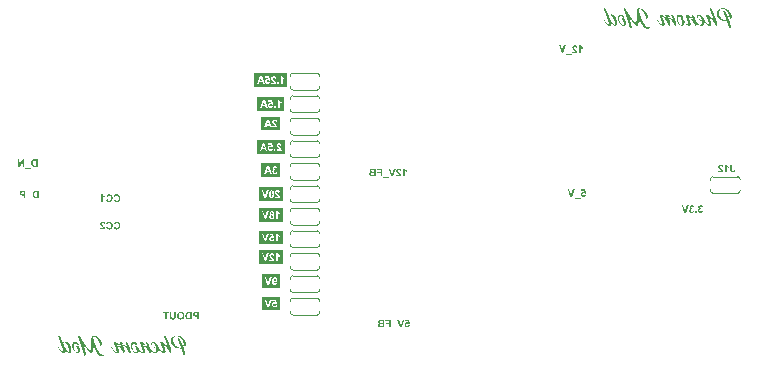
<source format=gbr>
%TF.GenerationSoftware,Altium Limited,Altium Designer,24.10.1 (45)*%
G04 Layer_Color=32896*
%FSLAX45Y45*%
%MOMM*%
%TF.SameCoordinates,F50C4461-6059-43A5-BEE7-B7ABC5EDFC2B*%
%TF.FilePolarity,Positive*%
%TF.FileFunction,Legend,Bot*%
%TF.Part,Single*%
G01*
G75*
%TA.AperFunction,NonConductor*%
%ADD53C,0.10000*%
G36*
X703777Y325668D02*
X703346Y325560D01*
X702807Y325344D01*
X702645Y325182D01*
X701891Y324751D01*
X701406Y324266D01*
X701082Y322434D01*
X700974Y322003D01*
X701082Y321248D01*
X701190Y320817D01*
X701459Y319577D01*
X701783Y318284D01*
X701998Y317745D01*
X702268Y317152D01*
X702591Y316074D01*
X702699Y315643D01*
X702861Y315050D01*
X703076Y314511D01*
X703346Y313595D01*
X703561Y312840D01*
X703831Y312140D01*
X704316Y311008D01*
X704801Y309660D01*
X705017Y309121D01*
X705286Y308421D01*
X705717Y307235D01*
X706472Y305618D01*
X706687Y304863D01*
X706795Y304432D01*
X707334Y303247D01*
X707550Y302492D01*
X707927Y301468D01*
X708412Y300336D01*
X708735Y299258D01*
X708951Y298719D01*
X709598Y297318D01*
X709813Y296564D01*
X710083Y295863D01*
X710352Y295270D01*
X710676Y294192D01*
X710838Y293599D01*
X710945Y293168D01*
X711377Y291982D01*
X711916Y290473D01*
X712400Y289557D01*
X712616Y289018D01*
X712778Y288317D01*
X712886Y287886D01*
X713101Y287347D01*
X713263Y287186D01*
X713478Y286647D01*
X713694Y285892D01*
X713964Y285191D01*
X714179Y284652D01*
X714556Y283952D01*
X714772Y283197D01*
X715149Y282173D01*
X715311Y281796D01*
X715742Y280826D01*
X715904Y280233D01*
X716443Y279047D01*
X716712Y278346D01*
X716928Y277807D01*
X717036Y277376D01*
X717790Y275759D01*
X717952Y275167D01*
X718275Y274304D01*
X718868Y272957D01*
X719299Y271232D01*
X719515Y270693D01*
X719730Y269938D01*
X719838Y269507D01*
X720215Y268483D01*
X720701Y267675D01*
X721024Y266597D01*
X721401Y265573D01*
X721563Y265411D01*
X721886Y264657D01*
X722048Y263956D01*
X722263Y263417D01*
X722856Y262070D01*
X723557Y260075D01*
X723934Y259159D01*
X724096Y258566D01*
X724527Y257381D01*
X725120Y256141D01*
X725282Y255440D01*
X725659Y254416D01*
X725983Y253662D01*
X726198Y252907D01*
X726360Y252314D01*
X726791Y251236D01*
X727060Y250536D01*
X727222Y249835D01*
X727330Y249404D01*
X727492Y248811D01*
X727761Y248111D01*
X727977Y247572D01*
X728138Y246979D01*
X728246Y246547D01*
X728623Y245524D01*
X729109Y244392D01*
X729270Y243799D01*
X729378Y243368D01*
X730186Y241589D01*
X730348Y240996D01*
X730618Y240295D01*
X731049Y239649D01*
X731264Y238894D01*
X731372Y238463D01*
X731480Y237816D01*
X732019Y236630D01*
X732342Y235552D01*
X732450Y235121D01*
X732719Y234421D01*
X733312Y233073D01*
X733420Y232642D01*
X733636Y231888D01*
X733905Y231187D01*
X734390Y230055D01*
X734498Y229624D01*
X734606Y228869D01*
X735468Y227037D01*
X735738Y225689D01*
X736277Y224180D01*
X736546Y223264D01*
X736869Y222402D01*
X737408Y221216D01*
X737516Y220785D01*
X737678Y220084D01*
X737786Y219653D01*
X738217Y218575D01*
X738486Y217982D01*
X738810Y216689D01*
X739241Y215719D01*
X739564Y214641D01*
X739780Y213778D01*
X740481Y211784D01*
X740588Y211353D01*
X740804Y210275D01*
X741235Y209089D01*
X741451Y208550D01*
X741720Y207634D01*
X741828Y207203D01*
X742098Y206502D01*
X742313Y205963D01*
X742582Y205263D01*
X742906Y203969D01*
X743121Y203214D01*
X743768Y201059D01*
X743876Y200627D01*
X743984Y199873D01*
X744199Y199011D01*
X744361Y198418D01*
X744685Y197124D01*
X744792Y196478D01*
X744900Y195292D01*
X745008Y192597D01*
X745170Y189417D01*
X745062Y188986D01*
X744900Y188177D01*
X744738Y187585D01*
X744092Y186399D01*
X743822Y186021D01*
X743607Y185914D01*
X742960Y185267D01*
X742205Y185159D01*
X741882Y185267D01*
X741235Y185375D01*
X741020Y185590D01*
X739834Y186237D01*
X739241Y186722D01*
X738648Y187315D01*
X738433Y187423D01*
X738217Y187638D01*
X738001Y187746D01*
X736816Y188932D01*
X736600Y189040D01*
X735953Y189471D01*
X735738Y189579D01*
X734121Y190657D01*
X733528Y191142D01*
X731749Y192920D01*
X731534Y193028D01*
X729971Y194591D01*
X729863Y194807D01*
X729001Y195669D01*
X728893Y195885D01*
X728570Y196208D01*
X728462Y196424D01*
X727923Y196963D01*
X727815Y197178D01*
X727168Y197825D01*
X727060Y198040D01*
X726360Y199065D01*
X725551Y200196D01*
X725444Y200412D01*
X725012Y200843D01*
X724905Y201059D01*
X724150Y201813D01*
X724042Y202029D01*
X722533Y203969D01*
X722318Y204185D01*
X721779Y205155D01*
X721293Y205748D01*
X721024Y206017D01*
X720916Y206233D01*
X720431Y206826D01*
X720269Y206987D01*
X720162Y207203D01*
X719623Y207742D01*
X719515Y207957D01*
X719299Y208173D01*
X719191Y208389D01*
X718868Y208712D01*
X718760Y208928D01*
X718545Y209143D01*
X718437Y209359D01*
X717467Y210329D01*
X717359Y210544D01*
X716928Y210976D01*
X716820Y211191D01*
X716335Y211784D01*
X716065Y212161D01*
X715850Y212377D01*
X715311Y213347D01*
X715095Y213563D01*
X714988Y213778D01*
X714772Y213994D01*
X714664Y214209D01*
X713910Y215180D01*
X713694Y215395D01*
X713425Y215988D01*
X713371Y216042D01*
X712400Y217443D01*
X712077Y217982D01*
X711646Y218413D01*
X711107Y219384D01*
X710676Y220030D01*
X710460Y220569D01*
X709490Y222402D01*
X709274Y222617D01*
X709167Y222833D01*
X708520Y223480D01*
X708412Y223695D01*
X707657Y224881D01*
X707442Y225420D01*
X707011Y226175D01*
X706795Y226390D01*
X706687Y226606D01*
X705825Y228223D01*
X705286Y228977D01*
X705178Y229193D01*
X704747Y229624D01*
X704639Y229840D01*
X704316Y230163D01*
X704208Y230379D01*
X703992Y230594D01*
X703939Y230756D01*
X703723Y230864D01*
X703400Y231187D01*
X703184Y231295D01*
X701998Y231834D01*
X701567Y231941D01*
X700921Y231834D01*
X700166Y231403D01*
X699573Y230917D01*
X699358Y230379D01*
X699250Y229947D01*
X699358Y228331D01*
X699465Y228007D01*
X699735Y227306D01*
X700867Y225205D01*
X701082Y224989D01*
X701190Y224773D01*
X701944Y223803D01*
X702268Y223480D01*
X702376Y223264D01*
X702915Y222294D01*
X703346Y221647D01*
X703508Y221054D01*
X703723Y220515D01*
X704100Y220138D01*
X704208Y219923D01*
X704909Y218898D01*
X705717Y217767D01*
X705825Y217551D01*
X706256Y217120D01*
X706364Y216904D01*
X706795Y216150D01*
X707873Y214641D01*
X707981Y214425D01*
X708304Y214102D01*
X708412Y213886D01*
X708843Y213132D01*
X709382Y212593D01*
X709490Y212377D01*
X710029Y211515D01*
X710137Y211299D01*
X710676Y210544D01*
X711646Y208712D01*
X712400Y207742D01*
X712832Y207311D01*
X712939Y207095D01*
X713263Y206772D01*
X713371Y206556D01*
X713910Y205802D01*
X714017Y205586D01*
X714341Y205263D01*
X714449Y205047D01*
X714664Y204831D01*
X714772Y204616D01*
X715526Y203646D01*
X715742Y203430D01*
X716173Y202676D01*
X717197Y201328D01*
X717467Y200951D01*
X717790Y200627D01*
X717898Y200412D01*
X718383Y199819D01*
X718976Y199226D01*
X719084Y199011D01*
X719946Y198148D01*
X720054Y197933D01*
X720539Y197340D01*
X721024Y196855D01*
X721132Y196639D01*
X721347Y196424D01*
X721455Y196208D01*
X721671Y195992D01*
X721779Y195777D01*
X722263Y195184D01*
X722425Y195022D01*
X722533Y194807D01*
X723072Y194268D01*
X723180Y194052D01*
X723665Y193459D01*
X724150Y192974D01*
X724258Y192759D01*
X725605Y191411D01*
X725821Y191303D01*
X726414Y190818D01*
X726899Y190333D01*
X727060Y190280D01*
X727114Y190118D01*
X727330Y190010D01*
X728462Y188878D01*
X728570Y188663D01*
X728947Y188285D01*
X729162Y188177D01*
X729701Y187638D01*
X729917Y187531D01*
X731318Y186129D01*
X731534Y186021D01*
X733366Y184189D01*
X733582Y184081D01*
X733797Y183866D01*
X734013Y183758D01*
X734283Y183381D01*
X734768Y182895D01*
X734983Y182788D01*
X735522Y182249D01*
X735738Y182141D01*
X736708Y181386D01*
X737355Y180955D01*
X738109Y180632D01*
X738325Y180524D01*
X739079Y180201D01*
X739942Y179985D01*
X740534Y179823D01*
X741235Y179554D01*
X741990Y179446D01*
X742690Y179284D01*
X743121Y179177D01*
X743660Y179069D01*
X745116Y178907D01*
X745547Y178799D01*
X747757Y178638D01*
X748835Y178530D01*
X750290Y178368D01*
X751044Y178261D01*
X752985Y178153D01*
X753308Y178261D01*
X755302Y178422D01*
X755733Y178530D01*
X756326Y178799D01*
X757081Y179015D01*
X758105Y179392D01*
X758266Y179554D01*
X758482Y179662D01*
X759452Y180416D01*
X760261Y181225D01*
X760584Y181764D01*
X761015Y182195D01*
X761554Y183165D01*
X761878Y183488D01*
X761985Y183704D01*
X762740Y185105D01*
X763063Y185644D01*
X763279Y186183D01*
X763548Y186884D01*
X763710Y187046D01*
X763818Y187261D01*
X764141Y188016D01*
X764411Y189148D01*
X764573Y189741D01*
X764680Y190172D01*
X764788Y192543D01*
X764680Y195561D01*
X764518Y198310D01*
X764465Y200412D01*
X764680Y200951D01*
X764788Y201166D01*
X765165Y201544D01*
X765920Y201652D01*
X766890Y201113D01*
X767160Y200951D01*
X767267Y200735D01*
X767698Y200304D01*
X767806Y200088D01*
X768776Y199118D01*
X768884Y198903D01*
X769315Y198472D01*
X769423Y198256D01*
X770178Y197286D01*
X770609Y196855D01*
X770717Y196639D01*
X771202Y196046D01*
X771633Y195400D01*
X771794Y195238D01*
X771902Y195022D01*
X772441Y194483D01*
X772549Y194268D01*
X772765Y194052D01*
X773088Y193513D01*
X773627Y192974D01*
X773735Y192759D01*
X774220Y192166D01*
X774436Y192058D01*
X775298Y191196D01*
X775513Y191088D01*
X775945Y190657D01*
X776160Y190549D01*
X777184Y189525D01*
X777292Y189309D01*
X777507Y189094D01*
X777615Y188878D01*
X778046Y188447D01*
X778154Y188231D01*
X778747Y187638D01*
X778963Y187531D01*
X779178Y187315D01*
X779394Y187207D01*
X779987Y186722D01*
X780149Y186560D01*
X780364Y186453D01*
X780688Y186129D01*
X780903Y186021D01*
X781550Y185375D01*
X781766Y185267D01*
X782305Y184728D01*
X782520Y184620D01*
X782736Y184405D01*
X783275Y184081D01*
X783490Y183866D01*
X783706Y183758D01*
X784137Y183327D01*
X784353Y183219D01*
X785107Y182680D01*
X785323Y182572D01*
X785538Y182357D01*
X786293Y181925D01*
X787047Y181386D01*
X787802Y181063D01*
X788988Y180416D01*
X789742Y180093D01*
X790982Y179823D01*
X791898Y179554D01*
X793191Y179231D01*
X794269Y179123D01*
X795671Y179015D01*
X799443Y179123D01*
X799767Y179231D01*
X800683Y179392D01*
X801222Y179608D01*
X802138Y179985D01*
X803162Y180362D01*
X803540Y180632D01*
X804186Y181063D01*
X804725Y181279D01*
X805480Y181818D01*
X806450Y182357D01*
X807312Y183219D01*
X807474Y183273D01*
X807582Y183488D01*
X807797Y183704D01*
X807905Y183920D01*
X808552Y184566D01*
X808660Y184782D01*
X809091Y185429D01*
X809414Y185968D01*
X810277Y187585D01*
X810708Y188339D01*
X810923Y189094D01*
X811462Y190818D01*
X811678Y191573D01*
X811894Y192867D01*
X812001Y193298D01*
X812163Y194322D01*
X812271Y194968D01*
X812379Y195507D01*
X812487Y196370D01*
X812594Y197448D01*
X812756Y200627D01*
X812648Y209790D01*
X812540Y210113D01*
X812271Y212323D01*
X812163Y213617D01*
X812055Y214479D01*
X811948Y215018D01*
X811840Y215665D01*
X811732Y216096D01*
X811516Y218036D01*
X811301Y218898D01*
X810977Y220515D01*
X810870Y221162D01*
X810762Y222024D01*
X810654Y222456D01*
X810331Y223318D01*
X810061Y224019D01*
X809845Y224773D01*
X809522Y226067D01*
X808390Y229354D01*
X808013Y230271D01*
X807528Y231618D01*
X807312Y232157D01*
X806935Y233073D01*
X806666Y233774D01*
X806342Y234636D01*
X805911Y235714D01*
X805642Y236307D01*
X805157Y237655D01*
X804671Y238786D01*
X803378Y241481D01*
X803270Y241697D01*
X802516Y243098D01*
X802192Y243853D01*
X801977Y244392D01*
X800575Y247086D01*
X799929Y248272D01*
X799390Y249242D01*
X798959Y249997D01*
X798527Y250644D01*
X798096Y251398D01*
X797557Y252153D01*
X797018Y253123D01*
X796479Y253877D01*
X795833Y255063D01*
X795294Y255818D01*
X795186Y256033D01*
X794216Y257003D01*
X794000Y257542D01*
X793569Y258297D01*
X793353Y258513D01*
X793245Y258728D01*
X793030Y258944D01*
X792168Y260561D01*
X791844Y260884D01*
X791736Y261100D01*
X791521Y261315D01*
X791090Y262070D01*
X790443Y262717D01*
X790335Y262932D01*
X790119Y263148D01*
X790012Y263363D01*
X789796Y263579D01*
X789688Y263794D01*
X788664Y264818D01*
X788449Y264926D01*
X787802Y265573D01*
X787586Y265681D01*
X787317Y265842D01*
X787209Y266058D01*
X786616Y266651D01*
X786401Y266759D01*
X785808Y267244D01*
X785323Y267729D01*
X785107Y267837D01*
X784245Y268699D01*
X784029Y268807D01*
X783275Y269238D01*
X783059Y269454D01*
X782843Y269561D01*
X781819Y270262D01*
X781658Y270424D01*
X781442Y270531D01*
X780472Y270963D01*
X780256Y271070D01*
X779394Y271609D01*
X778963Y271717D01*
X778424Y271933D01*
X777454Y272364D01*
X776699Y272687D01*
X776106Y272849D01*
X775675Y272957D01*
X775082Y273119D01*
X774381Y273280D01*
X773842Y273388D01*
X772549Y273711D01*
X772010Y273819D01*
X771363Y273927D01*
X770393Y274035D01*
X767591Y274250D01*
X762255Y274304D01*
X761931Y274196D01*
X760207Y274089D01*
X759883Y273981D01*
X759129Y273873D01*
X758698Y273765D01*
X756919Y273496D01*
X756272Y273388D01*
X755733Y273280D01*
X754494Y272903D01*
X753631Y272687D01*
X753039Y272526D01*
X752122Y272148D01*
X751583Y271933D01*
X750883Y271663D01*
X749805Y271016D01*
X748242Y270208D01*
X747487Y269669D01*
X746733Y269238D01*
X746086Y268807D01*
X745116Y268268D01*
X744523Y267675D01*
X744415Y267459D01*
X744199Y267244D01*
X744092Y267028D01*
X743391Y266004D01*
X743176Y265896D01*
X742960Y265681D01*
X742744Y265573D01*
X741990Y265250D01*
X741397Y265411D01*
X740858Y265842D01*
X740750Y266058D01*
X740427Y266813D01*
X740211Y267352D01*
X739942Y268052D01*
X739726Y268591D01*
X739456Y269507D01*
X739349Y269938D01*
X739187Y270531D01*
X739025Y270909D01*
X738379Y272310D01*
X738055Y272849D01*
X737516Y273603D01*
X737247Y274735D01*
X736331Y276622D01*
X735953Y277646D01*
X735792Y278023D01*
X734498Y280718D01*
X734067Y281796D01*
X733636Y282766D01*
X733420Y283305D01*
X733097Y284383D01*
X732450Y285892D01*
X732342Y286323D01*
X731857Y287670D01*
X731480Y288587D01*
X731372Y289018D01*
X730887Y290365D01*
X730725Y290527D01*
X730618Y290743D01*
X730402Y291282D01*
X730240Y291874D01*
X730132Y292306D01*
X729593Y293491D01*
X729162Y294569D01*
X728731Y295755D01*
X728570Y295917D01*
X728354Y296456D01*
X728138Y297210D01*
X727869Y297911D01*
X727168Y299258D01*
X726899Y299959D01*
X726198Y301522D01*
X726036Y302115D01*
X725551Y303139D01*
X725012Y304325D01*
X724743Y305025D01*
X724258Y305834D01*
X724042Y306373D01*
X723503Y307343D01*
X723288Y307558D01*
X722964Y308313D01*
X722425Y309283D01*
X721994Y309930D01*
X721832Y310631D01*
X721617Y311170D01*
X721132Y311870D01*
X720970Y312463D01*
X720485Y313487D01*
X720054Y314242D01*
X718868Y316505D01*
X717790Y318014D01*
X717467Y318553D01*
X716820Y319200D01*
X716712Y319416D01*
X716227Y320009D01*
X715958Y320278D01*
X715850Y320494D01*
X715419Y320925D01*
X715311Y321140D01*
X714071Y322380D01*
X713856Y322488D01*
X712832Y323188D01*
X712670Y323350D01*
X711269Y324105D01*
X711053Y324320D01*
X710838Y324428D01*
X708574Y325506D01*
X708143Y325614D01*
X707388Y325721D01*
X706310Y325829D01*
X703777Y325668D01*
D02*
G37*
G36*
X849891Y273442D02*
X850645Y273334D01*
X851238Y273172D01*
X853178Y272849D01*
X853879Y272687D01*
X854580Y272418D01*
X855604Y272041D01*
X856466Y271825D01*
X857221Y271502D01*
X857867Y271070D01*
X858730Y270747D01*
X859700Y270316D01*
X860886Y269669D01*
X861101Y269561D01*
X861856Y269022D01*
X862071Y268915D01*
X864497Y267459D01*
X865089Y266974D01*
X865305Y266866D01*
X865952Y266435D01*
X866167Y266328D01*
X866706Y265789D01*
X866922Y265681D01*
X867784Y264818D01*
X868000Y264711D01*
X868216Y264495D01*
X868431Y264387D01*
X868970Y263848D01*
X869186Y263740D01*
X869563Y263363D01*
X869671Y263148D01*
X869940Y262878D01*
X870156Y262770D01*
X870749Y262178D01*
X870857Y261962D01*
X871234Y261585D01*
X871449Y261477D01*
X871827Y261100D01*
X871935Y260884D01*
X872797Y260022D01*
X872905Y259806D01*
X873659Y259052D01*
X874198Y258081D01*
X874791Y256949D01*
X875114Y256087D01*
X875222Y255656D01*
X875330Y255009D01*
X875492Y253446D01*
X875384Y252045D01*
X875168Y251183D01*
X874629Y249997D01*
X874521Y249781D01*
X874306Y249566D01*
X874036Y249188D01*
X873821Y249081D01*
X873605Y248865D01*
X871719Y247949D01*
X870857Y247625D01*
X870425Y247518D01*
X869024Y247302D01*
X868323Y247140D01*
X867784Y246925D01*
X866383Y246817D01*
X865952Y246925D01*
X864874Y247033D01*
X864119Y247140D01*
X863365Y247356D01*
X862934Y247464D01*
X862179Y247679D01*
X860993Y248218D01*
X860239Y248542D01*
X859592Y248973D01*
X859376Y249081D01*
X859161Y249296D01*
X858945Y249404D01*
X858784Y249566D01*
X858676Y249781D01*
X858191Y250266D01*
X857814Y250536D01*
X857706Y250751D01*
X857382Y251075D01*
X857275Y251290D01*
X857059Y251506D01*
X856951Y251722D01*
X856251Y252422D01*
X855765Y253015D01*
X855658Y253231D01*
X854418Y254470D01*
X854203Y254578D01*
X853664Y255117D01*
X852693Y255871D01*
X852478Y255979D01*
X852316Y256141D01*
X851238Y256788D01*
X850591Y257111D01*
X850160Y257219D01*
X849621Y257327D01*
X849190Y257435D01*
X848543Y257542D01*
X847142Y257758D01*
X846172Y257866D01*
X843962Y258027D01*
X842507Y257866D01*
X841806Y257704D01*
X840513Y257381D01*
X839758Y257165D01*
X838141Y256518D01*
X837926Y256303D01*
X837710Y256195D01*
X837494Y255979D01*
X837279Y255871D01*
X835824Y254416D01*
X835716Y254201D01*
X835500Y253985D01*
X835393Y253770D01*
X835231Y253716D01*
X835015Y253500D01*
X834530Y252907D01*
X834423Y252692D01*
X834207Y252476D01*
X832967Y250159D01*
X832482Y248811D01*
X832267Y248057D01*
X832105Y247464D01*
X831997Y247033D01*
X831889Y246494D01*
X831781Y246062D01*
X831189Y241158D01*
X831296Y234259D01*
X831404Y233181D01*
X831512Y231133D01*
X831674Y229678D01*
X831889Y228600D01*
X832105Y227306D01*
X832213Y226767D01*
X832482Y224881D01*
X832590Y224450D01*
X832967Y223210D01*
X833452Y221863D01*
X833776Y220569D01*
X833937Y219976D01*
X834045Y219545D01*
X834368Y218683D01*
X834476Y218252D01*
X834638Y217659D01*
X834854Y217120D01*
X835123Y216527D01*
X835554Y215341D01*
X835716Y214641D01*
X836039Y213563D01*
X836309Y212970D01*
X836794Y211622D01*
X836956Y211137D01*
X837494Y210275D01*
X837602Y209844D01*
X837764Y209251D01*
X838087Y208496D01*
X838357Y207904D01*
X838626Y207203D01*
X838842Y206448D01*
X839435Y205101D01*
X839704Y204400D01*
X840621Y202730D01*
X840890Y202029D01*
X841106Y201490D01*
X841644Y200627D01*
X841752Y200412D01*
X841968Y199873D01*
X842507Y199118D01*
X842615Y198903D01*
X843046Y198256D01*
X843585Y197286D01*
X843692Y197070D01*
X844447Y195992D01*
X844555Y195777D01*
X844770Y195561D01*
X845202Y194807D01*
X845525Y194483D01*
X845633Y194268D01*
X845956Y193944D01*
X846064Y193729D01*
X846711Y193082D01*
X846819Y192867D01*
X847034Y192651D01*
X847142Y192435D01*
X847304Y192381D01*
X848112Y191573D01*
X848220Y191357D01*
X848597Y190980D01*
X848813Y190872D01*
X849136Y190549D01*
X850861Y189255D01*
X851077Y189148D01*
X852424Y188339D01*
X853125Y188070D01*
X854310Y187531D01*
X854472Y187369D01*
X856089Y186722D01*
X858083Y186021D01*
X858514Y185914D01*
X859430Y185644D01*
X860670Y185482D01*
X862718Y185590D01*
X863473Y185698D01*
X864227Y185914D01*
X864658Y186021D01*
X865413Y186345D01*
X865628Y186453D01*
X866383Y186992D01*
X866599Y187099D01*
X866868Y187477D01*
X866976Y187692D01*
X867623Y188339D01*
X867731Y188555D01*
X867892Y188716D01*
X868270Y189741D01*
X868377Y190064D01*
X868485Y191034D01*
X868593Y191357D01*
X868701Y194268D01*
X868809Y194591D01*
X868754Y197987D01*
X868647Y198849D01*
X868431Y201652D01*
X868323Y202945D01*
X868162Y204292D01*
X868054Y204724D01*
X867946Y205478D01*
X867623Y206664D01*
X867192Y208173D01*
X867084Y208604D01*
X866976Y209359D01*
X866760Y210113D01*
X866653Y210544D01*
X866437Y211299D01*
X866114Y212054D01*
X865898Y213563D01*
X865305Y214695D01*
X865089Y215234D01*
X864928Y215934D01*
X864066Y217767D01*
X863958Y218198D01*
X863742Y218952D01*
X863203Y219815D01*
X862772Y221001D01*
X861479Y223695D01*
X860724Y225097D01*
X859969Y226714D01*
X859646Y227468D01*
X859215Y228115D01*
X858837Y228708D01*
X858568Y229408D01*
X858353Y229624D01*
X858245Y229840D01*
X857975Y230109D01*
X857706Y230810D01*
X857490Y231349D01*
X857167Y231672D01*
X856089Y233720D01*
X855981Y233936D01*
X855765Y234475D01*
X855658Y237385D01*
X855873Y238247D01*
X856197Y238571D01*
X856304Y238786D01*
X857005Y239487D01*
X857221Y239595D01*
X858891Y240511D01*
X859430Y240727D01*
X860131Y240996D01*
X860993Y241212D01*
X862287Y241427D01*
X862610Y241535D01*
X864766Y241643D01*
X865089Y241751D01*
X866114Y241697D01*
X868862Y241535D01*
X869186Y241643D01*
X869563Y241589D01*
X870102Y241481D01*
X870803Y241212D01*
X872419Y240457D01*
X873605Y239810D01*
X873821Y239595D01*
X874036Y239487D01*
X874198Y239325D01*
X874306Y239110D01*
X874629Y238786D01*
X875060Y238032D01*
X875168Y237816D01*
X875707Y236954D01*
X876246Y235984D01*
X876354Y235768D01*
X876569Y235552D01*
X877108Y234582D01*
X877432Y233828D01*
X878079Y232642D01*
X878294Y232103D01*
X879264Y230055D01*
X880073Y228276D01*
X880342Y227576D01*
X880720Y226660D01*
X881043Y225797D01*
X881474Y224611D01*
X881905Y223534D01*
X882390Y222186D01*
X882660Y221485D01*
X882876Y220946D01*
X883360Y219599D01*
X883738Y218359D01*
X884115Y217336D01*
X884331Y216797D01*
X884492Y216204D01*
X884762Y215503D01*
X885085Y214209D01*
X885247Y213617D01*
X885409Y212700D01*
X885516Y211946D01*
X885732Y210652D01*
X885840Y210329D01*
X885948Y209251D01*
X886055Y208928D01*
X886163Y207095D01*
Y206987D01*
X886271Y206664D01*
X886379Y200627D01*
X886271Y197933D01*
X886163Y196208D01*
X886055Y195454D01*
X885948Y195022D01*
X885624Y193944D01*
X885516Y193513D01*
X885409Y192759D01*
X885085Y191573D01*
X884977Y191142D01*
X884438Y189741D01*
X883899Y188555D01*
X883253Y187369D01*
X883037Y186830D01*
X882498Y186291D01*
X882067Y185537D01*
X881205Y184674D01*
X881097Y184459D01*
X880666Y184027D01*
X880558Y183812D01*
X880342Y183596D01*
X880234Y183381D01*
X879857Y183003D01*
X879642Y182895D01*
X879480Y182734D01*
X878887Y182249D01*
X878672Y182141D01*
X878456Y181925D01*
X878240Y181818D01*
X878186Y181656D01*
X877378Y181171D01*
X876623Y180847D01*
X876408Y180632D01*
X875653Y180201D01*
X875114Y179985D01*
X874198Y179608D01*
X873659Y179392D01*
X872473Y179177D01*
X872042Y179069D01*
X869940Y178907D01*
X869617Y178799D01*
X866114Y178853D01*
X864173Y178961D01*
X863203Y179069D01*
X861317Y179231D01*
X860886Y179338D01*
X860131Y179446D01*
X859269Y179662D01*
X858676Y179823D01*
X857975Y179985D01*
X857652Y180093D01*
X857005Y180201D01*
X856143Y180416D01*
X854957Y180955D01*
X854526Y181063D01*
X851616Y182464D01*
X851400Y182680D01*
X850430Y183219D01*
X850268Y183381D01*
X849675Y183866D01*
X848921Y184297D01*
X848004Y185213D01*
X846657Y186129D01*
X846441Y186237D01*
X846172Y186507D01*
X845579Y186992D01*
X844825Y187423D01*
X844609Y187531D01*
X844339Y187800D01*
X844231Y188016D01*
X843854Y188393D01*
X843639Y188501D01*
X843208Y188932D01*
X842992Y189040D01*
X841806Y190225D01*
X841591Y190333D01*
X840998Y190926D01*
X840890Y191142D01*
X840728Y191196D01*
X840243Y191681D01*
X840135Y191896D01*
X839920Y192112D01*
X839812Y192328D01*
X839596Y192543D01*
X839489Y192759D01*
X839273Y192974D01*
X839165Y193190D01*
X838734Y193621D01*
X838626Y193837D01*
X838411Y194052D01*
X837872Y195022D01*
X837764Y195238D01*
X837441Y195561D01*
X836902Y196316D01*
X836794Y196531D01*
X836039Y197609D01*
X835932Y197825D01*
X834638Y199873D01*
X833991Y201059D01*
X833776Y201598D01*
X833614Y201759D01*
X832913Y202783D01*
X832806Y202999D01*
X832267Y203753D01*
X831512Y205155D01*
X831296Y205370D01*
X831189Y205586D01*
X830973Y205802D01*
X830542Y206556D01*
X830434Y206772D01*
X830219Y206987D01*
X829787Y207742D01*
X829248Y208604D01*
X828278Y210437D01*
X826877Y213132D01*
X826769Y213778D01*
X826554Y214533D01*
X825853Y215557D01*
X825476Y216581D01*
X825368Y217012D01*
X824829Y218198D01*
X824613Y218737D01*
X824398Y219491D01*
X824290Y219923D01*
X824020Y220515D01*
X823805Y221054D01*
X823697Y221485D01*
X823428Y222833D01*
X823320Y223264D01*
X823104Y224019D01*
X822942Y224611D01*
X822565Y226929D01*
X822457Y227360D01*
X822350Y228115D01*
X822242Y228546D01*
X822080Y229139D01*
X821757Y230432D01*
X821649Y231403D01*
X821487Y233504D01*
X821379Y233828D01*
X821272Y236738D01*
X821164Y237062D01*
X821218Y245739D01*
X821433Y250266D01*
X821541Y251452D01*
X821649Y252961D01*
X821757Y253608D01*
X821972Y254470D01*
X822403Y255656D01*
X822565Y256357D01*
X822996Y257435D01*
X823374Y258351D01*
X823643Y259052D01*
X823751Y259483D01*
X824074Y260237D01*
X824613Y261207D01*
X824937Y261746D01*
X825799Y263363D01*
X826661Y264226D01*
X826769Y264441D01*
X827577Y265250D01*
X827793Y265357D01*
X828009Y265573D01*
X828224Y265681D01*
X828709Y266166D01*
X829302Y266651D01*
X829518Y266759D01*
X829733Y266974D01*
X829949Y267082D01*
X830272Y267405D01*
X830488Y267513D01*
X830811Y267837D01*
X831027Y267944D01*
X831404Y268322D01*
X832482Y268968D01*
X833075Y269454D01*
X834045Y269993D01*
X834800Y270316D01*
X835339Y270531D01*
X836740Y271178D01*
X837656Y271663D01*
X838195Y271879D01*
X838734Y271987D01*
X839327Y272148D01*
X840189Y272364D01*
X841106Y272633D01*
X841537Y272741D01*
X844124Y273172D01*
X845363Y273334D01*
X845687Y273442D01*
X848490Y273550D01*
X849891Y273442D01*
D02*
G37*
G36*
X874036Y326584D02*
X875330Y326368D01*
X876084Y326045D01*
X876623Y325829D01*
X879534Y324428D01*
X879750Y324212D01*
X880720Y323458D01*
X880935Y323350D01*
X881097Y323188D01*
X881205Y322973D01*
X881474Y322703D01*
X881690Y322595D01*
X882282Y322003D01*
X882552Y321625D01*
X882768Y321518D01*
X883037Y321248D01*
X883145Y321033D01*
X883468Y320709D01*
X883576Y320494D01*
X884007Y320062D01*
X884115Y319847D01*
X884331Y319631D01*
X884438Y319416D01*
X884977Y318877D01*
X885085Y318661D01*
X885301Y318446D01*
X885409Y318230D01*
X885732Y317907D01*
X886486Y316936D01*
X886756Y316559D01*
X886972Y316451D01*
X887133Y316290D01*
X887564Y315535D01*
X888103Y314781D01*
X888750Y313595D01*
X888858Y313379D01*
X889074Y313164D01*
X889613Y312193D01*
X890044Y311547D01*
X890151Y311331D01*
X890367Y311116D01*
X890475Y310900D01*
X890690Y310361D01*
X891661Y308960D01*
X891768Y308744D01*
X892307Y307558D01*
X892846Y306696D01*
X892954Y306480D01*
X893170Y306265D01*
X894032Y304648D01*
X894248Y304432D01*
X894679Y303678D01*
X894894Y303139D01*
X895218Y302600D01*
X896080Y300983D01*
X896188Y300767D01*
X896404Y300552D01*
X897158Y299151D01*
X897374Y298935D01*
X898128Y297534D01*
X898236Y297318D01*
X898775Y296456D01*
X898883Y296240D01*
X899961Y294731D01*
X900069Y294516D01*
X900608Y293761D01*
X901146Y292791D01*
X901254Y292575D01*
X901470Y292360D01*
X902117Y291174D01*
X902224Y290958D01*
X902386Y290796D01*
X903087Y289773D01*
X903195Y289557D01*
X903518Y289234D01*
X903626Y289018D01*
X903841Y288802D01*
X904596Y287401D01*
X904919Y286862D01*
X905243Y286108D01*
X905674Y285676D01*
X906105Y284922D01*
X906536Y284275D01*
X907075Y283521D01*
X907183Y283305D01*
X907344Y283143D01*
X907830Y282550D01*
X908369Y281580D01*
X908800Y280933D01*
X909231Y280179D01*
X909339Y279963D01*
X909770Y279317D01*
X910201Y278562D01*
X910740Y277807D01*
X911171Y277053D01*
X911710Y276298D01*
X912357Y275113D01*
X912465Y274897D01*
X912680Y274681D01*
X913327Y273496D01*
X913866Y272741D01*
X914189Y272202D01*
X914728Y271448D01*
X915483Y270046D01*
X915645Y269885D01*
X916669Y268537D01*
X916776Y268322D01*
X917315Y267459D01*
X917423Y267244D01*
X917962Y266705D01*
X918609Y265519D01*
X918717Y265304D01*
X919148Y264872D01*
X919687Y264118D01*
X919795Y263902D01*
X920010Y263687D01*
X920657Y262501D01*
X920765Y262285D01*
X921196Y261854D01*
X921304Y261639D01*
X921843Y260884D01*
X921950Y260668D01*
X922166Y260453D01*
X922813Y259267D01*
X923352Y258728D01*
X923783Y257974D01*
X923891Y257758D01*
X924322Y257327D01*
X924430Y257111D01*
X924861Y256465D01*
X924969Y256249D01*
X925508Y255494D01*
X925939Y254740D01*
X926047Y254524D01*
X926262Y254309D01*
X926693Y253554D01*
X926909Y253338D01*
X927017Y253123D01*
X927610Y252530D01*
X928364Y251344D01*
X928903Y250482D01*
X929388Y249889D01*
X929819Y249134D01*
X930897Y247625D01*
X931005Y247410D01*
X931329Y247086D01*
X931436Y246871D01*
X931652Y246655D01*
X931760Y246440D01*
X931975Y246224D01*
X932083Y246008D01*
X932299Y245793D01*
X932406Y245577D01*
X932730Y245254D01*
X933161Y244499D01*
X933592Y243853D01*
X934023Y243098D01*
X934131Y242882D01*
X934347Y242667D01*
X934455Y242451D01*
X934994Y241589D01*
X935101Y241373D01*
X935371Y241104D01*
X935856Y240511D01*
X935964Y240295D01*
X936179Y240080D01*
X936287Y239864D01*
X936718Y239433D01*
X936826Y239217D01*
X937149Y238894D01*
X937257Y238678D01*
X937796Y237924D01*
X938335Y236954D01*
X938659Y236630D01*
X939090Y235876D01*
X939629Y235121D01*
X939736Y234906D01*
X940168Y234259D01*
X940275Y234043D01*
X940653Y233666D01*
X941138Y233073D01*
X941246Y232858D01*
X941892Y232211D01*
X942000Y231995D01*
X942323Y231672D01*
X942431Y231456D01*
X942701Y231187D01*
X943186Y230594D01*
X943617Y229840D01*
X943725Y229624D01*
X944048Y229301D01*
X944587Y228331D01*
X944695Y228115D01*
X945342Y227468D01*
X945449Y227253D01*
X945665Y227037D01*
X945773Y226821D01*
X946204Y226175D01*
X946312Y225959D01*
X946527Y225743D01*
X946635Y225528D01*
X946905Y225258D01*
X947390Y224666D01*
X947497Y224450D01*
X947929Y224019D01*
X948036Y223803D01*
X948360Y223480D01*
X948467Y223264D01*
X948683Y223049D01*
X948791Y222833D01*
X949222Y222402D01*
X949330Y222186D01*
X949545Y221971D01*
X949653Y221755D01*
X949977Y221432D01*
X950084Y221216D01*
X950246Y221054D01*
X950677Y220407D01*
X951162Y219815D01*
X951701Y218845D01*
X952348Y218198D01*
X952779Y217443D01*
X953157Y217066D01*
X953372Y216958D01*
X953426Y216797D01*
X953642Y216581D01*
X953749Y216365D01*
X954396Y215719D01*
X954504Y215503D01*
X956552Y213455D01*
X956660Y213239D01*
X957414Y212485D01*
X957522Y212269D01*
X958277Y211515D01*
X958385Y211299D01*
X958708Y210976D01*
X958816Y210760D01*
X959139Y210437D01*
X959247Y210221D01*
X959786Y209682D01*
X959894Y209467D01*
X960271Y209089D01*
X960487Y208982D01*
X960972Y208496D01*
X961079Y208281D01*
X961349Y208011D01*
X963074Y206718D01*
X963289Y206610D01*
X963505Y206395D01*
X963720Y206287D01*
X964367Y205640D01*
X964583Y205532D01*
X965122Y204993D01*
X965337Y204885D01*
X965553Y204670D01*
X965768Y204562D01*
X966199Y204131D01*
X966415Y204023D01*
X966738Y203700D01*
X966954Y203592D01*
X967116Y203430D01*
X967763Y202891D01*
X969487Y201813D01*
X970026Y201598D01*
X970727Y201436D01*
X971158Y201328D01*
X972236Y201436D01*
X972667Y201544D01*
X973206Y201759D01*
X973476Y202137D01*
X973584Y202352D01*
X974176Y202945D01*
X974715Y204131D01*
X974877Y204831D01*
X975632Y206448D01*
X975793Y207041D01*
X976009Y207904D01*
X976117Y208550D01*
X976548Y211353D01*
X976656Y212323D01*
X976763Y214371D01*
X976871Y216204D01*
X976979Y217389D01*
X977087Y218359D01*
X977194Y219222D01*
X977302Y219869D01*
X977410Y220407D01*
X977518Y221270D01*
X977626Y222671D01*
X977733Y224827D01*
X977841Y229893D01*
X978003Y234367D01*
X978111Y234690D01*
X978219Y237385D01*
X978326Y237708D01*
X978434Y240834D01*
X978542Y241158D01*
X978650Y246224D01*
X978758Y246547D01*
X978865Y251506D01*
X978973Y255494D01*
X979081Y261423D01*
X979296Y264226D01*
X979566Y266435D01*
X979782Y269454D01*
X979997Y274735D01*
X980105Y276029D01*
X980267Y278454D01*
X980374Y279209D01*
X980536Y280664D01*
X980644Y282173D01*
X980752Y283036D01*
X980859Y285515D01*
X980967Y287563D01*
X981129Y289126D01*
X981291Y290581D01*
X981398Y291012D01*
X981506Y291551D01*
X981722Y292737D01*
X981830Y293599D01*
X982153Y297480D01*
X982315Y298504D01*
X982476Y299959D01*
X982692Y301253D01*
X982961Y304540D01*
X983069Y305295D01*
X983285Y306588D01*
X983608Y307666D01*
X983770Y308259D01*
X983878Y308798D01*
X983986Y309229D01*
X984309Y311385D01*
X984525Y312463D01*
X984740Y313325D01*
X985117Y315104D01*
X985602Y316236D01*
X985926Y316883D01*
X986034Y317314D01*
X986195Y318338D01*
X986411Y319200D01*
X986842Y320170D01*
X987112Y320871D01*
X987273Y321464D01*
X987704Y322111D01*
X987812Y322326D01*
X988405Y322919D01*
X989591Y323566D01*
X990238Y324212D01*
X991855Y325075D01*
X992447Y325452D01*
X993256Y325614D01*
X993579Y325721D01*
X999939Y325829D01*
X1000262Y325721D01*
X1003496Y325614D01*
X1005221Y325506D01*
X1007377Y325290D01*
X1007808Y325182D01*
X1009101Y324967D01*
X1009694Y324805D01*
X1010718Y324644D01*
X1012982Y324320D01*
X1013844Y324105D01*
X1014599Y323889D01*
X1015192Y323620D01*
X1016000Y323458D01*
X1016431Y323350D01*
X1017347Y322973D01*
X1017886Y322757D01*
X1018587Y322595D01*
X1019450Y322380D01*
X1020581Y321895D01*
X1021282Y321625D01*
X1022037Y321410D01*
X1022791Y321086D01*
X1023977Y320440D01*
X1025163Y319901D01*
X1025378Y319793D01*
X1025648Y319523D01*
X1026348Y319254D01*
X1027103Y319038D01*
X1027588Y318661D01*
X1028289Y318392D01*
X1029043Y318068D01*
X1030444Y317314D01*
X1032439Y316290D01*
X1033085Y315858D01*
X1034109Y315158D01*
X1034540Y315050D01*
X1035079Y314835D01*
X1035295Y314619D01*
X1035511Y314511D01*
X1035726Y314296D01*
X1035942Y314188D01*
X1036696Y313649D01*
X1037235Y313325D01*
X1037720Y312840D01*
X1037828Y312625D01*
X1037990Y312463D01*
X1038744Y312032D01*
X1038960Y311816D01*
X1039176Y311709D01*
X1039607Y311277D01*
X1039822Y311170D01*
X1040146Y310846D01*
X1040361Y310738D01*
X1040900Y310199D01*
X1041116Y310092D01*
X1041278Y309930D01*
X1041870Y309445D01*
X1042409Y309121D01*
X1043164Y308367D01*
X1043379Y308259D01*
X1043595Y308044D01*
X1043811Y307936D01*
X1043973Y307774D01*
X1044080Y307558D01*
X1044242Y307397D01*
X1044457Y307289D01*
X1044673Y307073D01*
X1044889Y306966D01*
X1045212Y306642D01*
X1045428Y306534D01*
X1045859Y306103D01*
X1046074Y305995D01*
X1046290Y305780D01*
X1046506Y305672D01*
X1046667Y305510D01*
X1046775Y305295D01*
X1047152Y304918D01*
X1047368Y304810D01*
X1051733Y300444D01*
X1051841Y300229D01*
X1052111Y299959D01*
X1052326Y299851D01*
X1052704Y299474D01*
X1052811Y299258D01*
X1053135Y298935D01*
X1053242Y298719D01*
X1053566Y298504D01*
X1053674Y298288D01*
X1054213Y297749D01*
X1054320Y297534D01*
X1054967Y296887D01*
X1055075Y296671D01*
X1055722Y296025D01*
X1055830Y295809D01*
X1056153Y295486D01*
X1056261Y295270D01*
X1056692Y294839D01*
X1057446Y293869D01*
X1057554Y293653D01*
X1057770Y293438D01*
X1058201Y292683D01*
X1058956Y291605D01*
X1059279Y291066D01*
X1060141Y290204D01*
X1060249Y289988D01*
X1061004Y289234D01*
X1061111Y289018D01*
X1061273Y288856D01*
X1061758Y288263D01*
X1062405Y287078D01*
X1062513Y286862D01*
X1062728Y286647D01*
X1063591Y285030D01*
X1064399Y283574D01*
X1064884Y282982D01*
X1066717Y279424D01*
X1067364Y278239D01*
X1067471Y277592D01*
X1067741Y276891D01*
X1068441Y275867D01*
X1068549Y275436D01*
X1069088Y274250D01*
X1069304Y273711D01*
X1069412Y273280D01*
X1070004Y272041D01*
X1070274Y271340D01*
X1070382Y270909D01*
X1070651Y269993D01*
X1070867Y269454D01*
X1071029Y268861D01*
X1071136Y268429D01*
X1071352Y267890D01*
X1071460Y266166D01*
X1071729Y265465D01*
X1071945Y264926D01*
X1072106Y264226D01*
X1072322Y263363D01*
X1072430Y263040D01*
X1072538Y261423D01*
X1072645Y261100D01*
X1072753Y258836D01*
X1072861Y258513D01*
X1072807Y254901D01*
X1072699Y253931D01*
X1072591Y252853D01*
X1072484Y251883D01*
X1072376Y251236D01*
X1072268Y250805D01*
X1072160Y250266D01*
X1071945Y249404D01*
X1071675Y248703D01*
X1071460Y248164D01*
X1070705Y247086D01*
X1070058Y245901D01*
X1069951Y245685D01*
X1069735Y245469D01*
X1069627Y245254D01*
X1069088Y244715D01*
X1068980Y244499D01*
X1068657Y244176D01*
X1068549Y243960D01*
X1068064Y243475D01*
X1067849Y243368D01*
X1066232Y241751D01*
X1066016Y241643D01*
X1065801Y241427D01*
X1065585Y241320D01*
X1064830Y240781D01*
X1062782Y239703D01*
X1061920Y239379D01*
X1061489Y239271D01*
X1060896Y239110D01*
X1060357Y238894D01*
X1059549Y238733D01*
X1059117Y238840D01*
X1058956Y239002D01*
X1058417Y239756D01*
X1058309Y243098D01*
X1058201Y245469D01*
X1058040Y246925D01*
X1057932Y247464D01*
X1057770Y248488D01*
X1057662Y248919D01*
X1057554Y249242D01*
X1057446Y251075D01*
X1057231Y251937D01*
X1056746Y253500D01*
X1056530Y254362D01*
X1056369Y255279D01*
X1056261Y255710D01*
X1055937Y256465D01*
X1055506Y257650D01*
X1054698Y260183D01*
X1054428Y260884D01*
X1054320Y261315D01*
X1053997Y262070D01*
X1053728Y262663D01*
X1053135Y264333D01*
X1051841Y267028D01*
X1051302Y267998D01*
X1051087Y268537D01*
X1050332Y270154D01*
X1050009Y270909D01*
X1049901Y271124D01*
X1049416Y271933D01*
X1049146Y272633D01*
X1048931Y273172D01*
X1048392Y273711D01*
X1048284Y273927D01*
X1048122Y274089D01*
X1047853Y274789D01*
X1047530Y275328D01*
X1046667Y276945D01*
X1046560Y277161D01*
X1046344Y277376D01*
X1044835Y280287D01*
X1044727Y280502D01*
X1044511Y280718D01*
X1043973Y281688D01*
X1043541Y282335D01*
X1042948Y283251D01*
X1042248Y284275D01*
X1042140Y284491D01*
X1041817Y285245D01*
X1041385Y285676D01*
X1040631Y287078D01*
X1040200Y287509D01*
X1039661Y288263D01*
X1039553Y288479D01*
X1039337Y288695D01*
X1039230Y288910D01*
X1039014Y289126D01*
X1038906Y289341D01*
X1038691Y289557D01*
X1038583Y289773D01*
X1037828Y290851D01*
X1037720Y291066D01*
X1036104Y293330D01*
X1035565Y294300D01*
X1035457Y294516D01*
X1035295Y294569D01*
X1034918Y294947D01*
X1034163Y295917D01*
X1034055Y296132D01*
X1033840Y296348D01*
X1033570Y296725D01*
X1033355Y296833D01*
X1033139Y297049D01*
X1032654Y297642D01*
X1032546Y297857D01*
X1032331Y298073D01*
X1032223Y298288D01*
X1031684Y298827D01*
X1031414Y299204D01*
X1030929Y299797D01*
X1030390Y300552D01*
X1030283Y300767D01*
X1029636Y301414D01*
X1029528Y301630D01*
X1028666Y302492D01*
X1028558Y302708D01*
X1028235Y303031D01*
X1028127Y303247D01*
X1027426Y303947D01*
X1027211Y304055D01*
X1026833Y304432D01*
X1026725Y304648D01*
X1026510Y304863D01*
X1026241Y305241D01*
X1026025Y305349D01*
X1025971Y305510D01*
X1023923Y307558D01*
X1023815Y307774D01*
X1023599Y307989D01*
X1023007Y308475D01*
X1022791Y308583D01*
X1021929Y309445D01*
X1021713Y309553D01*
X1019881Y311385D01*
X1019665Y311493D01*
X1018911Y312248D01*
X1018695Y312355D01*
X1018479Y312571D01*
X1018264Y312679D01*
X1017779Y313164D01*
X1017132Y313703D01*
X1016539Y314188D01*
X1015784Y314619D01*
X1014275Y315697D01*
X1014060Y315805D01*
X1013844Y316020D01*
X1013090Y316559D01*
X1012874Y316667D01*
X1012227Y317098D01*
X1009317Y318607D01*
X1007269Y319685D01*
X1006083Y319793D01*
X1005760Y319901D01*
X1003712Y320009D01*
X1003280Y319901D01*
X1001879Y319793D01*
X1001340Y319577D01*
X1001124Y319362D01*
X1000909Y319254D01*
X1000586Y318931D01*
X1000101Y318338D01*
X999615Y317422D01*
X998969Y315589D01*
X998861Y315158D01*
X998753Y314619D01*
X998591Y312948D01*
X998699Y310900D01*
X998807Y309822D01*
X998969Y306642D01*
X999076Y306103D01*
X999238Y304540D01*
X999346Y304109D01*
X999562Y302815D01*
X999669Y302384D01*
X999777Y301630D01*
X1000101Y300336D01*
X1000316Y299043D01*
X1000532Y298181D01*
X1000693Y297588D01*
X1001017Y295971D01*
X1001286Y294192D01*
X1001448Y293599D01*
X1001556Y293060D01*
X1001718Y292360D01*
X1002041Y291605D01*
X1002149Y290419D01*
X1002418Y289503D01*
X1002634Y288964D01*
X1002795Y288371D01*
X1003227Y287293D01*
X1003334Y286000D01*
X1003550Y285245D01*
X1003766Y284706D01*
X1004035Y284113D01*
X1004197Y282874D01*
X1004305Y282443D01*
X1004844Y281257D01*
X1005221Y280341D01*
X1005328Y279910D01*
X1005544Y278616D01*
X1005652Y278077D01*
X1005867Y277538D01*
X1006137Y276837D01*
X1006245Y276083D01*
X1006353Y275652D01*
X1006945Y274520D01*
X1007215Y273388D01*
X1007431Y272849D01*
X1007538Y272418D01*
X1007808Y271825D01*
X1008023Y271286D01*
X1008185Y270693D01*
X1008401Y269831D01*
X1008670Y268915D01*
X1008886Y268376D01*
X1009209Y267513D01*
X1009425Y266220D01*
X1009532Y265789D01*
X1009856Y264926D01*
X1010395Y263417D01*
X1010503Y262986D01*
X1010664Y262285D01*
X1011149Y261153D01*
X1011419Y260453D01*
X1011850Y258728D01*
X1012119Y258135D01*
X1012389Y257435D01*
X1012497Y257003D01*
X1012982Y255871D01*
X1013197Y255332D01*
X1013467Y254632D01*
X1013575Y254309D01*
X1013683Y253554D01*
X1013790Y253123D01*
X1014006Y252584D01*
X1014168Y252422D01*
X1014383Y251883D01*
X1014491Y251452D01*
X1014653Y250751D01*
X1015299Y249350D01*
X1015515Y248811D01*
X1015731Y248057D01*
X1015946Y247518D01*
X1016216Y246925D01*
X1016701Y245577D01*
X1016808Y245254D01*
X1016916Y244823D01*
X1017455Y243960D01*
X1017563Y242990D01*
X1017671Y242559D01*
X1018210Y241373D01*
X1018641Y240403D01*
X1018856Y239864D01*
X1019180Y239110D01*
X1019719Y238139D01*
X1019827Y237385D01*
X1020312Y236253D01*
X1020689Y235229D01*
X1020959Y234636D01*
X1021228Y233936D01*
X1021336Y233504D01*
X1021982Y232103D01*
X1022198Y231349D01*
X1022845Y229947D01*
X1023060Y229408D01*
X1023761Y228061D01*
X1023869Y227630D01*
X1024031Y226929D01*
X1025648Y223588D01*
X1026079Y222510D01*
X1026941Y221108D01*
X1027049Y220677D01*
X1027534Y219869D01*
X1027857Y219222D01*
X1028127Y218521D01*
X1028666Y217767D01*
X1029097Y217012D01*
X1029528Y216042D01*
X1029744Y215826D01*
X1030283Y214856D01*
X1030390Y214425D01*
X1030929Y213671D01*
X1031468Y212700D01*
X1031576Y212485D01*
X1031900Y212161D01*
X1033624Y208928D01*
X1034163Y207957D01*
X1034487Y207203D01*
X1034810Y206879D01*
X1035457Y205694D01*
X1035672Y205478D01*
X1036427Y204077D01*
X1036535Y203861D01*
X1037074Y203107D01*
X1037181Y202891D01*
X1037720Y202029D01*
X1037828Y201813D01*
X1038152Y201490D01*
X1038798Y200304D01*
X1039607Y198849D01*
X1040631Y197502D01*
X1040739Y197286D01*
X1041278Y196531D01*
X1041817Y195561D01*
X1042032Y195346D01*
X1042895Y193729D01*
X1043002Y193513D01*
X1043218Y193298D01*
X1043757Y192328D01*
X1044080Y192004D01*
X1044188Y191789D01*
X1044511Y191465D01*
X1044619Y191250D01*
X1045697Y189741D01*
X1045805Y189525D01*
X1046344Y188986D01*
X1046667Y188447D01*
X1047422Y187369D01*
X1047853Y186615D01*
X1047961Y186399D01*
X1048338Y186021D01*
X1048823Y185429D01*
X1048931Y185213D01*
X1049308Y184836D01*
X1050332Y183488D01*
X1050763Y182734D01*
X1051033Y182464D01*
X1051248Y182357D01*
X1051464Y182141D01*
X1051680Y182033D01*
X1051841Y181872D01*
X1051949Y181656D01*
X1053027Y180578D01*
X1053135Y180362D01*
X1053350Y180147D01*
X1053458Y179931D01*
X1053781Y179608D01*
X1053889Y179392D01*
X1054482Y178799D01*
X1054698Y178692D01*
X1054967Y178314D01*
X1055075Y178099D01*
X1056907Y176266D01*
X1057015Y176051D01*
X1057501Y175566D01*
X1057716Y175458D01*
X1057770Y175296D01*
X1057985Y175081D01*
X1058093Y174865D01*
X1059387Y173571D01*
X1060034Y173032D01*
X1060627Y172548D01*
X1060842Y172440D01*
X1061058Y172224D01*
X1062028Y171470D01*
X1062243Y171362D01*
X1062405Y171200D01*
X1062513Y170984D01*
X1062675Y170823D01*
X1062890Y170715D01*
X1063106Y170499D01*
X1063321Y170392D01*
X1063968Y169745D01*
X1064184Y169637D01*
X1064399Y169421D01*
X1064615Y169314D01*
X1064830Y169098D01*
X1065046Y168990D01*
X1065208Y168828D01*
X1066232Y168128D01*
X1066447Y168020D01*
X1066932Y167535D01*
X1067956Y167158D01*
X1068495Y166942D01*
X1070058Y166026D01*
X1070921Y165487D01*
X1072268Y165002D01*
X1073454Y164679D01*
X1073993Y164463D01*
X1075233Y164086D01*
X1075879Y163978D01*
X1077658Y163816D01*
X1077981Y163708D01*
X1080299Y163762D01*
X1081538Y163924D01*
X1082293Y164032D01*
X1082724Y164140D01*
X1083317Y164409D01*
X1084018Y164679D01*
X1085257Y165056D01*
X1085850Y165218D01*
X1086497Y165649D01*
X1087467Y166403D01*
X1087683Y166511D01*
X1088060Y166888D01*
X1088653Y167373D01*
X1088868Y167481D01*
X1089515Y168128D01*
X1089731Y168236D01*
X1090809Y169314D01*
X1091024Y169421D01*
X1091240Y169637D01*
X1091455Y169745D01*
X1091725Y170014D01*
X1091832Y170230D01*
X1091994Y170284D01*
X1092048Y170445D01*
X1092749Y170931D01*
X1093072Y171038D01*
X1093126Y169152D01*
X1093018Y168397D01*
X1092910Y167966D01*
X1092695Y167212D01*
X1092318Y166295D01*
X1092156Y165595D01*
X1091940Y164840D01*
X1091132Y163277D01*
X1090862Y162577D01*
X1090216Y161175D01*
X1090108Y160960D01*
X1089677Y160205D01*
X1089030Y159019D01*
X1088545Y158534D01*
X1088060Y157942D01*
X1087952Y157726D01*
X1086497Y156271D01*
X1086281Y156163D01*
X1085419Y155300D01*
X1084664Y154869D01*
X1084233Y154438D01*
X1081754Y153145D01*
X1080514Y152552D01*
X1079975Y152336D01*
X1079275Y152174D01*
X1078520Y151959D01*
X1077604Y151690D01*
X1076742Y151474D01*
X1076095Y151366D01*
X1073885Y151096D01*
X1073777D01*
X1071298Y150989D01*
X1068926Y151096D01*
X1068172Y151204D01*
X1067094Y151312D01*
X1066663Y151420D01*
X1066339Y151528D01*
X1065477Y151635D01*
X1065046Y151743D01*
X1064130Y152013D01*
X1063267Y152228D01*
X1062567Y152390D01*
X1061219Y152983D01*
X1060034Y153414D01*
X1059602Y153522D01*
X1058902Y153791D01*
X1056854Y154761D01*
X1056207Y155193D01*
X1054159Y156271D01*
X1052758Y157241D01*
X1052434Y157349D01*
X1051248Y158103D01*
X1050709Y158426D01*
X1050494Y158642D01*
X1050278Y158750D01*
X1049632Y159397D01*
X1049416Y159504D01*
X1048661Y160259D01*
X1048446Y160367D01*
X1047260Y161553D01*
X1046290Y162091D01*
X1045428Y162954D01*
X1045212Y163062D01*
X1044781Y163493D01*
X1044565Y163601D01*
X1044080Y164086D01*
X1043487Y164571D01*
X1043272Y164679D01*
X1043002Y164948D01*
X1042895Y165164D01*
X1042032Y166026D01*
X1041924Y166241D01*
X1040739Y167427D01*
X1040631Y167643D01*
X1039984Y168289D01*
X1039876Y168505D01*
X1038529Y169853D01*
X1038044Y170445D01*
X1037936Y170661D01*
X1037451Y171146D01*
X1036966Y171739D01*
X1036643Y172278D01*
X1036427Y172493D01*
X1036319Y172709D01*
X1035996Y173032D01*
X1035888Y173248D01*
X1035618Y173518D01*
X1035403Y173625D01*
X1034918Y174110D01*
X1034810Y174326D01*
X1034594Y174542D01*
X1034325Y174919D01*
X1033301Y176266D01*
X1033193Y176482D01*
X1032654Y177236D01*
X1032546Y177452D01*
X1032277Y177722D01*
X1031792Y178314D01*
X1031037Y179284D01*
X1030929Y179500D01*
X1030552Y179877D01*
X1030121Y180524D01*
X1029474Y181602D01*
X1027911Y183704D01*
X1027264Y184890D01*
X1026510Y185968D01*
X1025540Y187800D01*
X1025001Y188555D01*
X1024893Y188770D01*
X1024462Y189848D01*
X1024085Y190225D01*
X1023869Y190333D01*
X1023707Y190603D01*
X1022953Y191573D01*
X1022845Y191789D01*
X1022629Y192004D01*
X1021767Y193621D01*
X1021336Y194376D01*
X1021066Y194968D01*
X1020581Y195561D01*
X1020258Y196100D01*
X1019934Y196855D01*
X1019503Y197502D01*
X1018749Y198903D01*
X1017563Y201166D01*
X1017132Y201921D01*
X1017024Y202352D01*
X1016593Y202999D01*
X1016216Y203592D01*
X1015946Y204292D01*
X1015461Y205209D01*
X1015246Y205748D01*
X1015084Y206341D01*
X1014868Y206879D01*
X1014545Y207203D01*
X1014437Y207418D01*
X1014275Y207580D01*
X1014060Y208119D01*
X1013898Y208820D01*
X1013467Y209467D01*
X1013359Y209682D01*
X1013144Y210221D01*
X1012227Y212215D01*
X1012012Y212754D01*
X1011635Y213778D01*
X1010988Y215180D01*
X1010557Y216150D01*
X1010071Y217066D01*
X1009802Y217767D01*
X1009209Y219222D01*
X1008940Y219923D01*
X1008616Y220677D01*
X1007970Y222078D01*
X1007484Y223210D01*
X1006784Y224234D01*
X1006029Y225636D01*
X1005867Y226013D01*
X1005652Y226552D01*
X1005490Y227145D01*
X1005059Y227792D01*
X1004951Y228007D01*
X1004736Y228546D01*
X1004628Y228977D01*
X1004358Y229570D01*
X1003927Y230217D01*
X1003712Y230756D01*
X1003550Y231456D01*
X1002957Y232696D01*
X1002688Y233397D01*
X1002472Y234151D01*
X1002364Y234582D01*
X1001771Y235714D01*
X1001502Y236415D01*
X1001286Y237169D01*
X1001017Y237870D01*
X1000801Y238409D01*
X1000693Y238948D01*
X1000532Y239649D01*
X999993Y240188D01*
X999723Y240565D01*
X999508Y241104D01*
X999346Y241804D01*
X998915Y242451D01*
X998807Y242667D01*
X998268Y243421D01*
X998160Y243637D01*
X997891Y243907D01*
X997028Y244014D01*
X996867Y243853D01*
X996597Y243475D01*
X996382Y242936D01*
X996274Y242290D01*
X996166Y240781D01*
X996004Y237924D01*
X995897Y235552D01*
X996004Y235229D01*
X995843Y233127D01*
X995735Y230648D01*
X995627Y228384D01*
X995519Y226552D01*
X995412Y223102D01*
X995304Y219869D01*
X995196Y217282D01*
X995088Y215018D01*
X994873Y210167D01*
X994765Y208874D01*
X994657Y206826D01*
X994549Y205963D01*
X994441Y204885D01*
X994334Y203592D01*
X994118Y201220D01*
X994010Y199065D01*
X993795Y197663D01*
X993687Y196585D01*
X993364Y194429D01*
X993040Y192489D01*
X992932Y191627D01*
X992717Y190333D01*
X992501Y189471D01*
X992339Y188770D01*
X992124Y188231D01*
X991800Y186722D01*
X991316Y185159D01*
X990723Y183488D01*
X990399Y182734D01*
X990291Y182518D01*
X989752Y181333D01*
X989483Y181063D01*
X988782Y180039D01*
X988674Y179823D01*
X988405Y179554D01*
X988190Y179446D01*
X987866Y179123D01*
X987651Y179015D01*
X987435Y178799D01*
X987219Y178692D01*
X986950Y178422D01*
X986087Y178099D01*
X984902Y177668D01*
X984470Y177560D01*
X983447Y177398D01*
X981291Y177614D01*
X980321Y178045D01*
X979566Y178153D01*
X978704Y178368D01*
X978488Y178584D01*
X977464Y179069D01*
X976871Y179231D01*
X976656Y179446D01*
X976440Y179554D01*
X976224Y179770D01*
X975470Y180201D01*
X975254Y180309D01*
X974607Y180955D01*
X973853Y181386D01*
X973529Y181710D01*
X973314Y181818D01*
X973098Y182033D01*
X972344Y182464D01*
X972128Y182572D01*
X971967Y182734D01*
X971374Y183219D01*
X971158Y183327D01*
X970188Y184297D01*
X969972Y184405D01*
X969433Y184944D01*
X969218Y185051D01*
X969002Y185267D01*
X968787Y185375D01*
X968517Y185644D01*
X968409Y185860D01*
X968140Y186129D01*
X967924Y186237D01*
X966199Y187962D01*
X965445Y188393D01*
X965176Y188770D01*
X965068Y188986D01*
X963828Y190225D01*
X963612Y190333D01*
X963343Y190603D01*
X963074Y190980D01*
X962858Y191088D01*
X962050Y191896D01*
X961942Y192112D01*
X961403Y192651D01*
X961295Y192867D01*
X960594Y193567D01*
X960109Y194160D01*
X959840Y194537D01*
X959624Y194645D01*
X959139Y195130D01*
X959031Y195346D01*
X958277Y196100D01*
X958169Y196316D01*
X957414Y197070D01*
X957307Y197286D01*
X956444Y198148D01*
X955690Y199118D01*
X955582Y199334D01*
X955205Y199711D01*
X954720Y200304D01*
X953965Y201274D01*
X953857Y201490D01*
X953210Y202137D01*
X953103Y202352D01*
X952887Y202568D01*
X952779Y202783D01*
X952564Y202891D01*
X951809Y203861D01*
X951701Y204077D01*
X951162Y204616D01*
X951055Y204831D01*
X950516Y205586D01*
X950084Y206341D01*
X949761Y206664D01*
X949653Y206879D01*
X949006Y207526D01*
X948899Y207742D01*
X948360Y208281D01*
X948252Y208496D01*
X948036Y208712D01*
X947497Y209682D01*
X947066Y210113D01*
X946958Y210329D01*
X946743Y210544D01*
X946635Y210760D01*
X945988Y211407D01*
X945881Y211622D01*
X945449Y212054D01*
X945342Y212269D01*
X944910Y212700D01*
X944803Y212916D01*
X944587Y213132D01*
X944479Y213347D01*
X943940Y213886D01*
X943509Y214641D01*
X942755Y215719D01*
X942647Y215934D01*
X942323Y216258D01*
X942216Y216473D01*
X942000Y216689D01*
X941353Y217874D01*
X941084Y218144D01*
X940599Y218737D01*
X940491Y218952D01*
X940275Y219168D01*
X939521Y220138D01*
X939413Y220354D01*
X939198Y220569D01*
X939090Y220785D01*
X938227Y221647D01*
X938120Y221863D01*
X937796Y222186D01*
X937257Y223156D01*
X936826Y223803D01*
X936071Y224773D01*
X935964Y224989D01*
X935640Y225312D01*
X935209Y226067D01*
X934994Y226282D01*
X934886Y226498D01*
X934347Y227253D01*
X934239Y227468D01*
X933700Y228223D01*
X932945Y229193D01*
X932838Y229408D01*
X932568Y229678D01*
X932083Y230271D01*
X931975Y230486D01*
X931652Y230810D01*
X931382Y231187D01*
X930843Y232049D01*
X930412Y232696D01*
X929873Y233558D01*
X929173Y234582D01*
X929065Y234798D01*
X928526Y235552D01*
X927987Y236523D01*
X927394Y237116D01*
X927071Y237762D01*
X926801Y238463D01*
X926370Y239110D01*
X926262Y239325D01*
X925508Y240403D01*
X925400Y240619D01*
X925184Y240834D01*
X925076Y241050D01*
X923999Y242559D01*
X923891Y242775D01*
X923621Y243044D01*
X923136Y243637D01*
X922705Y244392D01*
X922597Y244607D01*
X922274Y244931D01*
X921627Y246116D01*
X921088Y246655D01*
X920549Y247625D01*
X919795Y248703D01*
X919687Y248919D01*
X918717Y250320D01*
X917639Y252368D01*
X917423Y252584D01*
X917315Y252799D01*
X917100Y253015D01*
X916453Y254201D01*
X916237Y254416D01*
X915698Y255387D01*
X915591Y255818D01*
X915375Y256033D01*
X915267Y256249D01*
X915052Y256465D01*
X914513Y257219D01*
X914405Y257435D01*
X914081Y257758D01*
X913974Y257974D01*
X913758Y258189D01*
X913650Y258405D01*
X913435Y258620D01*
X913327Y258836D01*
X912842Y259321D01*
X912303Y259644D01*
X911872Y259536D01*
X911602Y259159D01*
X911494Y257219D01*
X912033Y256033D01*
X912141Y255063D01*
X912249Y254632D01*
X912842Y253284D01*
X913327Y251937D01*
X913542Y251398D01*
X914028Y250482D01*
X914189Y249889D01*
X914675Y248326D01*
X914890Y247787D01*
X915213Y246925D01*
X915321Y246494D01*
X915591Y245793D01*
X915968Y244553D01*
X916399Y243475D01*
X917207Y241158D01*
X917423Y240403D01*
X917746Y239325D01*
X917962Y238571D01*
X918124Y237978D01*
X918501Y236199D01*
X918717Y235660D01*
X919202Y234529D01*
X919633Y233343D01*
X919741Y232804D01*
X919902Y232103D01*
X920118Y231564D01*
X920334Y230594D01*
X920657Y229408D01*
X921142Y228276D01*
X921411Y227576D01*
X921681Y226660D01*
X922058Y225636D01*
X922382Y224881D01*
X922597Y224019D01*
X922813Y223264D01*
X923028Y222725D01*
X923298Y222240D01*
X923514Y221701D01*
X923621Y221270D01*
X923783Y220569D01*
X923999Y219707D01*
X924430Y218306D01*
X924645Y217767D01*
X924915Y217066D01*
X925238Y216204D01*
X925454Y215341D01*
X925562Y214802D01*
X925669Y214371D01*
X925831Y213671D01*
X926262Y212269D01*
X926424Y211784D01*
X926532Y211245D01*
X926801Y210006D01*
X926909Y209574D01*
X927232Y208496D01*
X927340Y208065D01*
X927502Y207473D01*
X927610Y206934D01*
X927771Y206341D01*
X927987Y205478D01*
X928203Y204724D01*
X928310Y204292D01*
X928580Y203592D01*
X928688Y203161D01*
X928957Y202029D01*
X929226Y201113D01*
X929550Y200250D01*
X929712Y199334D01*
X929981Y198418D01*
X930251Y197717D01*
X930682Y195992D01*
X930790Y194915D01*
X930951Y194322D01*
X931221Y193190D01*
X931329Y192759D01*
X931490Y192166D01*
X931706Y191303D01*
X931921Y190225D01*
X932137Y189363D01*
X932514Y188339D01*
X932730Y187800D01*
X932838Y187369D01*
X933269Y185860D01*
X933538Y184944D01*
X933646Y184512D01*
X933862Y183434D01*
X934293Y181710D01*
X934508Y181171D01*
X934616Y180740D01*
X934724Y180093D01*
X934832Y179554D01*
X935047Y178261D01*
X935155Y177398D01*
X935263Y176751D01*
X935586Y175458D01*
X935694Y174919D01*
X935802Y173949D01*
X935910Y172548D01*
X936017Y171254D01*
X936125Y170176D01*
X936071Y165810D01*
X935964Y165487D01*
X935856Y164409D01*
X934562Y161714D01*
X934347Y161499D01*
X933916Y160744D01*
X933808Y160529D01*
X932891Y159612D01*
X932676Y159504D01*
X932460Y159289D01*
X932245Y159181D01*
X931760Y158696D01*
X930574Y157942D01*
X930035Y157726D01*
X929334Y157564D01*
X928903Y157456D01*
X928580Y157349D01*
X925669Y157241D01*
X924807Y157456D01*
X924268Y157780D01*
X924053Y157888D01*
X923406Y158319D01*
X923190Y158426D01*
X922651Y158965D01*
X921950Y159990D01*
X921843Y160205D01*
X921627Y160421D01*
X921519Y160636D01*
X921358Y160798D01*
X920980Y161822D01*
X920603Y162523D01*
X920388Y163062D01*
X919902Y164409D01*
X919579Y165702D01*
X919363Y166241D01*
X919040Y166996D01*
X918878Y167589D01*
X918717Y168289D01*
X918501Y169152D01*
X918340Y169745D01*
X917908Y171470D01*
X917531Y173248D01*
X917369Y173841D01*
X917046Y174703D01*
X916938Y175135D01*
X916830Y175781D01*
X916723Y176644D01*
X916507Y177722D01*
X916184Y178584D01*
X915914Y179284D01*
X915806Y179608D01*
X915698Y180794D01*
X915591Y181548D01*
X915267Y182303D01*
X914998Y183003D01*
X914728Y184135D01*
X914620Y184566D01*
X914405Y185860D01*
X914297Y186291D01*
X914136Y186884D01*
X913920Y187423D01*
X913812Y187854D01*
X913542Y189094D01*
X913165Y190010D01*
X912680Y191357D01*
X912465Y192112D01*
X912303Y192597D01*
X912087Y193136D01*
X911710Y194160D01*
X911494Y194915D01*
X911171Y195669D01*
X911063Y195885D01*
X910902Y196046D01*
X910686Y196585D01*
X910578Y197016D01*
X910417Y198040D01*
X910147Y198741D01*
X909662Y200088D01*
X909446Y200951D01*
X909069Y202191D01*
X908961Y202622D01*
X908530Y203808D01*
X908369Y204831D01*
X908261Y205263D01*
X907883Y206179D01*
X907398Y207526D01*
X907237Y208011D01*
X906967Y208712D01*
X906806Y208874D01*
X906536Y209574D01*
X906321Y210437D01*
X905620Y212647D01*
X905404Y213186D01*
X905243Y213778D01*
X905135Y214533D01*
X904973Y215018D01*
X904650Y215880D01*
X904488Y216473D01*
X904165Y217767D01*
X903518Y219815D01*
X903302Y220569D01*
X903087Y221863D01*
X902656Y222833D01*
X902332Y223588D01*
X902117Y224450D01*
X901901Y224989D01*
X901685Y225743D01*
X901254Y227145D01*
X901039Y227899D01*
X900553Y229031D01*
X900230Y229893D01*
X900014Y230756D01*
X899368Y232373D01*
X899098Y233073D01*
X898775Y234151D01*
X898505Y234744D01*
X898290Y235283D01*
X898020Y236523D01*
X897859Y237116D01*
X897751Y237547D01*
X897320Y238625D01*
X897158Y239217D01*
X896943Y240080D01*
X896457Y241212D01*
X896134Y242074D01*
X896026Y242613D01*
X895865Y243206D01*
X895379Y244338D01*
X895164Y244877D01*
X894894Y246008D01*
X894625Y246709D01*
X894194Y247356D01*
X893924Y248057D01*
X893547Y248973D01*
X893331Y249512D01*
X892954Y251290D01*
X892846Y251722D01*
X892631Y252476D01*
X892253Y253392D01*
X892146Y253823D01*
X891984Y254416D01*
X891876Y254848D01*
X891768Y255602D01*
X891283Y256734D01*
X890906Y257758D01*
X889990Y259752D01*
X889828Y260453D01*
X889613Y261315D01*
X889020Y262555D01*
X888750Y263256D01*
X888157Y264603D01*
X887834Y265465D01*
X887564Y266166D01*
X887457Y266597D01*
X887025Y267675D01*
X886810Y268429D01*
X886702Y268753D01*
X886594Y269615D01*
X886486Y270046D01*
X886055Y271016D01*
X885894Y271394D01*
X885786Y271825D01*
X885678Y272472D01*
X885570Y272903D01*
X885355Y273442D01*
X884977Y274466D01*
X884816Y275059D01*
X884600Y275921D01*
X884438Y276622D01*
X883684Y278239D01*
X883576Y278670D01*
X883253Y279748D01*
X882821Y280718D01*
X882606Y281257D01*
X882498Y281688D01*
X882282Y282227D01*
X881798Y283143D01*
X881582Y283682D01*
X881474Y284221D01*
X881259Y285084D01*
X880720Y286269D01*
X880342Y287940D01*
X879642Y289287D01*
X879264Y291066D01*
X878672Y292413D01*
X878402Y293114D01*
X878079Y294192D01*
X877594Y295000D01*
X877324Y295701D01*
X877108Y296564D01*
X876839Y297480D01*
X876516Y298342D01*
X876408Y298773D01*
X876246Y299366D01*
X875653Y300714D01*
X875438Y301253D01*
X875168Y302600D01*
X874575Y303947D01*
X874360Y304486D01*
X874198Y305402D01*
X873605Y306750D01*
X872743Y309121D01*
X872150Y310792D01*
X871827Y311870D01*
X871557Y312463D01*
X870964Y314134D01*
X870371Y315374D01*
X869886Y316721D01*
X869563Y317475D01*
X869401Y317637D01*
X868970Y318715D01*
X868862Y319146D01*
X868754Y319685D01*
X868593Y320817D01*
X868485Y321140D01*
X868593Y323512D01*
X868809Y324266D01*
X869132Y325021D01*
X869617Y325506D01*
X869832Y325614D01*
X869994Y325776D01*
X871018Y326476D01*
X871665Y326584D01*
X871988Y326692D01*
X874036Y326584D01*
D02*
G37*
G36*
X1709865Y326692D02*
X1711913Y326584D01*
X1712236Y326476D01*
X1714069Y326368D01*
X1714608Y326153D01*
X1715578Y326045D01*
X1716009Y325937D01*
X1716333Y325829D01*
X1718165Y325721D01*
X1719566Y325614D01*
X1719998Y325506D01*
X1720752Y325182D01*
X1721722Y324644D01*
X1723016Y324536D01*
X1724094Y324428D01*
X1724525Y324320D01*
X1725280Y324105D01*
X1725872Y323835D01*
X1726735Y323512D01*
X1727328Y323350D01*
X1728190Y323134D01*
X1728729Y322919D01*
X1729106Y322757D01*
X1729537Y322649D01*
X1730831Y322434D01*
X1731370Y322326D01*
X1732232Y322111D01*
X1732771Y321895D01*
X1733795Y321518D01*
X1734334Y321302D01*
X1734981Y320871D01*
X1735735Y320440D01*
X1736490Y320116D01*
X1737029Y319901D01*
X1737837Y319416D01*
X1738430Y319254D01*
X1739400Y318823D01*
X1740155Y318392D01*
X1740586Y318284D01*
X1741125Y318068D01*
X1741448Y317745D01*
X1742418Y317206D01*
X1743658Y316505D01*
X1744359Y316236D01*
X1745167Y315751D01*
X1745760Y315266D01*
X1746515Y314835D01*
X1747269Y314296D01*
X1747485Y314188D01*
X1748239Y313864D01*
X1748455Y313649D01*
X1749209Y313218D01*
X1750180Y312248D01*
X1750719Y312032D01*
X1751311Y311762D01*
X1752336Y311062D01*
X1752551Y310954D01*
X1753413Y310092D01*
X1753629Y309984D01*
X1754114Y309499D01*
X1754707Y309014D01*
X1754923Y308906D01*
X1755462Y308690D01*
X1756216Y308151D01*
X1756432Y308044D01*
X1759019Y305456D01*
X1759234Y305349D01*
X1759935Y304648D01*
X1760043Y304432D01*
X1760528Y303947D01*
X1761013Y303354D01*
X1761121Y303139D01*
X1761660Y302600D01*
X1761929Y302223D01*
X1762145Y302115D01*
X1762522Y301738D01*
X1762845Y301199D01*
X1763061Y300983D01*
X1763169Y300767D01*
X1764678Y299258D01*
X1764786Y299043D01*
X1765001Y298827D01*
X1765109Y298612D01*
X1765271Y298558D01*
X1765325Y298396D01*
X1765756Y297965D01*
X1765864Y297749D01*
X1766295Y297318D01*
X1766403Y297103D01*
X1766564Y297049D01*
X1767049Y296456D01*
X1767157Y296240D01*
X1767804Y295593D01*
X1767912Y295378D01*
X1768612Y294677D01*
X1769097Y294084D01*
X1769205Y293869D01*
X1769636Y293438D01*
X1769744Y293222D01*
X1769906Y293060D01*
X1770068Y292467D01*
X1770283Y291928D01*
X1770499Y291713D01*
X1770930Y290958D01*
X1771145Y290204D01*
X1771630Y289719D01*
X1772116Y289126D01*
X1772223Y288910D01*
X1772708Y288425D01*
X1772978Y287724D01*
X1773517Y286539D01*
X1774379Y284922D01*
X1774918Y284383D01*
X1775026Y284167D01*
X1775188Y284006D01*
X1775457Y283305D01*
X1775888Y282658D01*
X1776320Y281904D01*
X1777290Y279856D01*
X1778745Y276676D01*
X1779122Y275652D01*
X1779230Y275220D01*
X1779553Y274035D01*
X1780038Y273226D01*
X1780901Y271502D01*
X1781224Y270639D01*
X1781494Y268861D01*
X1781601Y268429D01*
X1781925Y267675D01*
X1782033Y267244D01*
X1782356Y266489D01*
X1782464Y266058D01*
X1782679Y265304D01*
X1783326Y263256D01*
X1783434Y262824D01*
X1783596Y261369D01*
X1783703Y260722D01*
X1784027Y259429D01*
X1784188Y258405D01*
X1784296Y258081D01*
X1784242Y258027D01*
X1784296Y256572D01*
X1784404Y256249D01*
X1784296Y252045D01*
X1784188Y250644D01*
X1784081Y249889D01*
X1783973Y248811D01*
X1783434Y247410D01*
X1783326Y246655D01*
X1783164Y246062D01*
X1782733Y244985D01*
X1782248Y243637D01*
X1781925Y242882D01*
X1781763Y242721D01*
X1781494Y242020D01*
X1781278Y241266D01*
X1781008Y240996D01*
X1780793Y240888D01*
X1779284Y239810D01*
X1777020Y238625D01*
X1776697Y238517D01*
X1774972Y238409D01*
X1774217Y238301D01*
X1773894Y238409D01*
X1773840Y238355D01*
X1772601Y238409D01*
X1771199Y238517D01*
X1770337Y238733D01*
X1769582Y239271D01*
X1768397Y239918D01*
X1768127Y240188D01*
X1767534Y240673D01*
X1767319Y240781D01*
X1766941Y241158D01*
X1766618Y241697D01*
X1766510Y242775D01*
X1766295Y243314D01*
X1765864Y244284D01*
X1765486Y246817D01*
X1765325Y247949D01*
X1765055Y248865D01*
X1764839Y249404D01*
X1764678Y250320D01*
X1764516Y251775D01*
X1764354Y252799D01*
X1764247Y253123D01*
X1764139Y255387D01*
X1764031Y255818D01*
X1763654Y256734D01*
X1763438Y257596D01*
X1763276Y259052D01*
X1763169Y259483D01*
X1763007Y260075D01*
X1762791Y260938D01*
X1762576Y262016D01*
X1762468Y262663D01*
X1762360Y263525D01*
X1762253Y264172D01*
X1762145Y264711D01*
X1762037Y265142D01*
X1761929Y265681D01*
X1761821Y266112D01*
X1761714Y266651D01*
X1761606Y267082D01*
X1761498Y267621D01*
X1761336Y268322D01*
X1760905Y269400D01*
X1760474Y270370D01*
X1760366Y271232D01*
X1760258Y272310D01*
X1760043Y272849D01*
X1759827Y273064D01*
X1759504Y273603D01*
X1759342Y273765D01*
X1759127Y274304D01*
X1758965Y275005D01*
X1758588Y276245D01*
X1758372Y277107D01*
X1757887Y278454D01*
X1757402Y279694D01*
X1757240Y280610D01*
X1756647Y281419D01*
X1756270Y282443D01*
X1755731Y283197D01*
X1755192Y284167D01*
X1754437Y285245D01*
X1754222Y285784D01*
X1753791Y286754D01*
X1753252Y287724D01*
X1753036Y288263D01*
X1752875Y288425D01*
X1752659Y288533D01*
X1752174Y289126D01*
X1752066Y290096D01*
X1751958Y290527D01*
X1751742Y290743D01*
X1751096Y291928D01*
X1750988Y292144D01*
X1750449Y292683D01*
X1749910Y293438D01*
X1749802Y293653D01*
X1749587Y293869D01*
X1749156Y294623D01*
X1748778Y295324D01*
X1748563Y295432D01*
X1748401Y295593D01*
X1748078Y296132D01*
X1747970Y296564D01*
X1747862Y296887D01*
X1747754Y297103D01*
X1747485Y297372D01*
X1747000Y297965D01*
X1746892Y298181D01*
X1746137Y298935D01*
X1745060Y300552D01*
X1744952Y300767D01*
X1744682Y301037D01*
X1744467Y301145D01*
X1744251Y301360D01*
X1743712Y302007D01*
X1743227Y302600D01*
X1743119Y303031D01*
X1742904Y303570D01*
X1742203Y303732D01*
X1741934Y304001D01*
X1741341Y304918D01*
X1741017Y305780D01*
X1740101Y306265D01*
X1739400Y306534D01*
X1738861Y306750D01*
X1738646Y306858D01*
X1737730Y307774D01*
X1737298Y308528D01*
X1737191Y308744D01*
X1736975Y308960D01*
X1736867Y309175D01*
X1736598Y309445D01*
X1735843Y309876D01*
X1735304Y310092D01*
X1735088Y310307D01*
X1734873Y310415D01*
X1733903Y311385D01*
X1733687Y311493D01*
X1732987Y312193D01*
X1732879Y312409D01*
X1732609Y312679D01*
X1730561Y313757D01*
X1730022Y313972D01*
X1729807Y314188D01*
X1729591Y314296D01*
X1729537Y314457D01*
X1728729Y314942D01*
X1728298Y315050D01*
X1727166Y315535D01*
X1726573Y316020D01*
X1725603Y316236D01*
X1725172Y316344D01*
X1724525Y316775D01*
X1723878Y316883D01*
X1722800Y317206D01*
X1721938Y317745D01*
X1721722Y317853D01*
X1721560Y318014D01*
X1721021Y318230D01*
X1720321Y318392D01*
X1719351Y318823D01*
X1718219Y318769D01*
X1717734Y318823D01*
X1717141Y318984D01*
X1716440Y319146D01*
X1716009Y319254D01*
X1715524Y319416D01*
X1714985Y319631D01*
X1714123Y319847D01*
X1713584Y319955D01*
X1712883Y320116D01*
X1712452Y320224D01*
X1712129Y320332D01*
X1711105Y320494D01*
X1709326Y320655D01*
X1709003Y320763D01*
X1699301Y320871D01*
X1698223Y320763D01*
X1697630Y320601D01*
X1696822Y320440D01*
X1696229Y320278D01*
X1694936Y319955D01*
X1694127Y319793D01*
X1693265Y319577D01*
X1691864Y318931D01*
X1691540Y318607D01*
X1690786Y318176D01*
X1690355Y318068D01*
X1689600Y317529D01*
X1688845Y317098D01*
X1688091Y316775D01*
X1687821Y316505D01*
X1687713Y316290D01*
X1687498Y316074D01*
X1686905Y315589D01*
X1686690Y315481D01*
X1686474Y315266D01*
X1686258Y315158D01*
X1685180Y314080D01*
X1684965Y313972D01*
X1684480Y313487D01*
X1684048Y312732D01*
X1683887Y312571D01*
X1683671Y312463D01*
X1683456Y312248D01*
X1682970Y311654D01*
X1682431Y310684D01*
X1682000Y310253D01*
X1681892Y310038D01*
X1681569Y309714D01*
X1681461Y309499D01*
X1680922Y308960D01*
X1680276Y307774D01*
X1679521Y306696D01*
X1679413Y306480D01*
X1679090Y306157D01*
X1678982Y305941D01*
X1678767Y305726D01*
X1678659Y304756D01*
X1678551Y304325D01*
X1678012Y302600D01*
X1677581Y301630D01*
X1677473Y301414D01*
X1676934Y300552D01*
X1676826Y299690D01*
X1676719Y299258D01*
X1676611Y298504D01*
X1676503Y298073D01*
X1676233Y297480D01*
X1675694Y294246D01*
X1675533Y291713D01*
X1675425Y291390D01*
X1675317Y289988D01*
X1675210Y289665D01*
X1675263Y286054D01*
X1675371Y283898D01*
X1675479Y282173D01*
X1675587Y281095D01*
X1675856Y277915D01*
X1675964Y277161D01*
X1676072Y275759D01*
X1676395Y274466D01*
X1676611Y273927D01*
X1676719Y272741D01*
X1676934Y271987D01*
X1677419Y271178D01*
X1677796Y270154D01*
X1677904Y269723D01*
X1678120Y268968D01*
X1678497Y268052D01*
X1678659Y267459D01*
X1678982Y266166D01*
X1679575Y265034D01*
X1679737Y264441D01*
X1679844Y264010D01*
X1680168Y263256D01*
X1680383Y263040D01*
X1680922Y262070D01*
X1681030Y261639D01*
X1681461Y260668D01*
X1681785Y260130D01*
X1682216Y259159D01*
X1682755Y258189D01*
X1682863Y257758D01*
X1683078Y257219D01*
X1683186Y257003D01*
X1683402Y256788D01*
X1683509Y256572D01*
X1683725Y256357D01*
X1683833Y256141D01*
X1684803Y254740D01*
X1685234Y253985D01*
X1685342Y253770D01*
X1685989Y253123D01*
X1687174Y250859D01*
X1687444Y250590D01*
X1687929Y249997D01*
X1688252Y249458D01*
X1688738Y248973D01*
X1688953Y248865D01*
X1689223Y248488D01*
X1689330Y248272D01*
X1689546Y248057D01*
X1689654Y247841D01*
X1690300Y247194D01*
X1690408Y246979D01*
X1690624Y246763D01*
X1690732Y246547D01*
X1690947Y246332D01*
X1691055Y246116D01*
X1691810Y245362D01*
X1691917Y245146D01*
X1692941Y244122D01*
X1693157Y244014D01*
X1694235Y242936D01*
X1694451Y242829D01*
X1695205Y242074D01*
X1695421Y241966D01*
X1695798Y241589D01*
X1696283Y240565D01*
X1696822Y240242D01*
X1697900Y239487D01*
X1698115Y239379D01*
X1698654Y238840D01*
X1698870Y238733D01*
X1699571Y238032D01*
X1699679Y237816D01*
X1700595Y236900D01*
X1700810Y236792D01*
X1701026Y236577D01*
X1701457Y236469D01*
X1702212Y235930D01*
X1702966Y235499D01*
X1703182Y235391D01*
X1704475Y234097D01*
X1704691Y233990D01*
X1704906Y233774D01*
X1705122Y233666D01*
X1705338Y233451D01*
X1705769Y233343D01*
X1706416Y232912D01*
X1708032Y232049D01*
X1708248Y231834D01*
X1710296Y230756D01*
X1711859Y229947D01*
X1712506Y229516D01*
X1713207Y229247D01*
X1713638Y229139D01*
X1714177Y228923D01*
X1714500Y228600D01*
X1716117Y227738D01*
X1716494Y227468D01*
X1717195Y227199D01*
X1717626Y227091D01*
X1718758Y226606D01*
X1719459Y226336D01*
X1720537Y225905D01*
X1721938Y225689D01*
X1722531Y225528D01*
X1722962Y225420D01*
X1723878Y225258D01*
X1725280Y225150D01*
X1725926Y224719D01*
X1726465Y224396D01*
X1727004Y224180D01*
X1728729Y224073D01*
X1729052Y223965D01*
X1730992Y223857D01*
X1731424Y223749D01*
X1731747Y223641D01*
X1731855D01*
X1732340Y223372D01*
X1732771Y223264D01*
X1733310Y223156D01*
X1736921Y222995D01*
X1738322Y223102D01*
X1738915Y223372D01*
X1739454Y224127D01*
X1739562Y225420D01*
X1739346Y226929D01*
X1739239Y227360D01*
X1738700Y228223D01*
X1738484Y229516D01*
X1738376Y229947D01*
X1737891Y230864D01*
X1737676Y231726D01*
X1737514Y232965D01*
X1737406Y233397D01*
X1737137Y234313D01*
X1737029Y234744D01*
X1736759Y235876D01*
X1736544Y236415D01*
X1736328Y236630D01*
X1736005Y237169D01*
X1735843Y237762D01*
X1735627Y238301D01*
X1735520Y238733D01*
X1735358Y239433D01*
X1734873Y240565D01*
X1734711Y241481D01*
X1734280Y242451D01*
X1734065Y242990D01*
X1733795Y243475D01*
X1733418Y244499D01*
X1733310Y244931D01*
X1733202Y245254D01*
X1733094Y245469D01*
X1732555Y246224D01*
X1732448Y247086D01*
X1732178Y247787D01*
X1731962Y247895D01*
X1731801Y248164D01*
X1731585Y248703D01*
X1731478Y249134D01*
X1731154Y249889D01*
X1730400Y251290D01*
X1729968Y252368D01*
X1729483Y253284D01*
X1729322Y254093D01*
X1729106Y254955D01*
X1728459Y256357D01*
X1728028Y257327D01*
X1727381Y258513D01*
X1727274Y259698D01*
X1727166Y260453D01*
X1726842Y260992D01*
X1726465Y261585D01*
X1726196Y262285D01*
X1725818Y262986D01*
X1725172Y264064D01*
X1725064Y265465D01*
X1724525Y266651D01*
X1724202Y267944D01*
X1724040Y268537D01*
X1723393Y269184D01*
X1723177Y269723D01*
X1723070Y270046D01*
X1723124Y270316D01*
X1723070Y270909D01*
X1722746Y271663D01*
X1722531Y271879D01*
X1721884Y273064D01*
X1721776Y273280D01*
X1721560Y273496D01*
X1721183Y274089D01*
X1721021Y274897D01*
X1720914Y275975D01*
X1720698Y276837D01*
X1719674Y279047D01*
X1719135Y279910D01*
X1718973Y280502D01*
X1718758Y281365D01*
X1718542Y281904D01*
X1718165Y282604D01*
X1718057Y283036D01*
X1717895Y283736D01*
X1717680Y284275D01*
X1717572Y284491D01*
X1717303Y284760D01*
X1717087Y285299D01*
X1716925Y286000D01*
X1716279Y287078D01*
X1716171Y288048D01*
X1715847Y288802D01*
X1715201Y289988D01*
X1714877Y290743D01*
X1714284Y292198D01*
X1714069Y292737D01*
X1713692Y293761D01*
X1713422Y294354D01*
X1712991Y295000D01*
X1712775Y295863D01*
X1712668Y296402D01*
X1712560Y296833D01*
X1712290Y298073D01*
X1712183Y298396D01*
X1712075Y300229D01*
X1712183Y301306D01*
X1712452Y302223D01*
X1712721Y302923D01*
X1713422Y303624D01*
X1715039Y304486D01*
X1716063Y304432D01*
X1716494Y304325D01*
X1717033Y304217D01*
X1717464Y304109D01*
X1718381Y303947D01*
X1719135Y303840D01*
X1719890Y303624D01*
X1722153Y302546D01*
X1722369Y302438D01*
X1722585Y302223D01*
X1723339Y301791D01*
X1724094Y301037D01*
X1724309Y300929D01*
X1724525Y300714D01*
X1724741Y300606D01*
X1724902Y300444D01*
X1725010Y300229D01*
X1725172Y300175D01*
X1725495Y299851D01*
X1725711Y299743D01*
X1727112Y298342D01*
X1727328Y298234D01*
X1727813Y297534D01*
X1728567Y296564D01*
X1728675Y296348D01*
X1728998Y296025D01*
X1729753Y295055D01*
X1729861Y294839D01*
X1730022Y294677D01*
X1730238Y294569D01*
X1730615Y294084D01*
X1730723Y293869D01*
X1731478Y292683D01*
X1731909Y291928D01*
X1732016Y291713D01*
X1732232Y291497D01*
X1732771Y290527D01*
X1732987Y289773D01*
X1733202Y289557D01*
X1734172Y287724D01*
X1734280Y287509D01*
X1734496Y287293D01*
X1734711Y286754D01*
X1734927Y285892D01*
X1735304Y285515D01*
X1735520Y285407D01*
X1735681Y285137D01*
X1736113Y283952D01*
X1736490Y283251D01*
X1736813Y282389D01*
X1736975Y281796D01*
X1737730Y280179D01*
X1738161Y279209D01*
X1738915Y277807D01*
X1739239Y276729D01*
X1740424Y274250D01*
X1740532Y274035D01*
X1740694Y273873D01*
X1740963Y273172D01*
X1741071Y272418D01*
X1741341Y272148D01*
X1741879Y271286D01*
X1742041Y270693D01*
X1742365Y269938D01*
X1742742Y269346D01*
X1743011Y268645D01*
X1743119Y268214D01*
X1743443Y267675D01*
X1743982Y266705D01*
X1745060Y264441D01*
X1745167Y264010D01*
X1745544Y263309D01*
X1745976Y262663D01*
X1746245Y261962D01*
X1746784Y260776D01*
X1746892Y260561D01*
X1747054Y260399D01*
X1747431Y259375D01*
X1747539Y258944D01*
X1748024Y258135D01*
X1748185Y257542D01*
X1748509Y256788D01*
X1748617Y256572D01*
X1748832Y256465D01*
X1748940Y256249D01*
X1749156Y256033D01*
X1749317Y255656D01*
X1749479Y254848D01*
X1749748Y254147D01*
X1749856Y253716D01*
X1750018Y252907D01*
X1750341Y251614D01*
X1750557Y251075D01*
X1751096Y250212D01*
X1751258Y249835D01*
X1751527Y249134D01*
X1752281Y248057D01*
X1752605Y247194D01*
X1753090Y246062D01*
X1753306Y245524D01*
X1753413Y245092D01*
X1753575Y244392D01*
X1754168Y243152D01*
X1754437Y242451D01*
X1754653Y241589D01*
X1755246Y240457D01*
X1755462Y239918D01*
X1755623Y239325D01*
X1756593Y237277D01*
X1756701Y236846D01*
X1756917Y236091D01*
X1757132Y235876D01*
X1757240Y235660D01*
X1757402Y235499D01*
X1757671Y234798D01*
X1757887Y233936D01*
X1758264Y233235D01*
X1758588Y232588D01*
X1758695Y232157D01*
X1758803Y231618D01*
X1758965Y231025D01*
X1759234Y230756D01*
X1759935Y229732D01*
X1760043Y229516D01*
X1760258Y229301D01*
X1760366Y229085D01*
X1760582Y228869D01*
X1760689Y228654D01*
X1761767Y227576D01*
X1761875Y227360D01*
X1762199Y227037D01*
X1762306Y226821D01*
X1762576Y226552D01*
X1762845Y225851D01*
X1763061Y225312D01*
X1763169Y224666D01*
X1763276Y224342D01*
X1763169Y224019D01*
X1763061Y223588D01*
X1762738Y222833D01*
X1762791Y222348D01*
X1762899Y221809D01*
X1763169Y220030D01*
X1763276Y219599D01*
X1763492Y219060D01*
X1763600Y218845D01*
X1763815Y218306D01*
X1763923Y216904D01*
X1764031Y216473D01*
X1764247Y215934D01*
X1764516Y215557D01*
X1764893Y214533D01*
X1765109Y213778D01*
X1765756Y212377D01*
X1766079Y211083D01*
X1766456Y210167D01*
X1766672Y209628D01*
X1766780Y209197D01*
X1766887Y208335D01*
X1767049Y207634D01*
X1767480Y206664D01*
X1767858Y205856D01*
X1768019Y205047D01*
X1768127Y204292D01*
X1768343Y203753D01*
X1768828Y202837D01*
X1768990Y202244D01*
X1769205Y201382D01*
X1769582Y200681D01*
X1769798Y200143D01*
X1769906Y199496D01*
X1770013Y198526D01*
X1770175Y197933D01*
X1770606Y196963D01*
X1770876Y196370D01*
X1771038Y195454D01*
X1771145Y194699D01*
X1771361Y194483D01*
X1771469Y194268D01*
X1771684Y194052D01*
X1771900Y193513D01*
X1772008Y193190D01*
X1772116Y190926D01*
X1772493Y190010D01*
X1772816Y189363D01*
X1772978Y188770D01*
X1773194Y188231D01*
X1773301Y187153D01*
X1773409Y186722D01*
X1773678Y185806D01*
X1773786Y185159D01*
X1773948Y184459D01*
X1774164Y183920D01*
X1774271Y182734D01*
X1774703Y181764D01*
X1774864Y181386D01*
X1775080Y180847D01*
X1775188Y180309D01*
X1775511Y178153D01*
X1775619Y177506D01*
X1775781Y176158D01*
X1775888Y175835D01*
X1775996Y174110D01*
X1776104Y173032D01*
X1776212Y172709D01*
X1776320Y171308D01*
X1776427Y170877D01*
X1776643Y170122D01*
X1776751Y169691D01*
X1776859Y169367D01*
X1776751Y167643D01*
X1776535Y166134D01*
X1776427Y165702D01*
X1776158Y165110D01*
X1776212Y163978D01*
X1775996Y163439D01*
X1775619Y163062D01*
X1774918Y162038D01*
X1774810Y161822D01*
X1774056Y161067D01*
X1773948Y160852D01*
X1773733Y160636D01*
X1773625Y160421D01*
X1773194Y159990D01*
X1773086Y159774D01*
X1772277Y158965D01*
X1772062Y158858D01*
X1771846Y158642D01*
X1770175Y157726D01*
X1769636Y157510D01*
X1769043Y157349D01*
X1768720Y157241D01*
X1765810Y157133D01*
X1765055Y157241D01*
X1764624Y157349D01*
X1762899Y157888D01*
X1762576Y158211D01*
X1762360Y158319D01*
X1762253Y158534D01*
X1761767Y159127D01*
X1761660Y159774D01*
X1761336Y160852D01*
X1760851Y161337D01*
X1760636Y161445D01*
X1760420Y161876D01*
X1760258Y162469D01*
X1760150Y163223D01*
X1759935Y163762D01*
X1759666Y164355D01*
X1759450Y164894D01*
X1759288Y165702D01*
X1759019Y166619D01*
X1758695Y167481D01*
X1758534Y168074D01*
X1758318Y168613D01*
X1758210Y171416D01*
X1758102Y171847D01*
X1757941Y172440D01*
X1757510Y173625D01*
X1757348Y174218D01*
X1756540Y175997D01*
X1756432Y176428D01*
X1756270Y177236D01*
X1755946Y178530D01*
X1755569Y179231D01*
X1755300Y180362D01*
X1755192Y180794D01*
X1754976Y181333D01*
X1754384Y182464D01*
X1754222Y183273D01*
X1754114Y183704D01*
X1754006Y184459D01*
X1753629Y185698D01*
X1753413Y186237D01*
X1753036Y188016D01*
X1752443Y189363D01*
X1752228Y189902D01*
X1752066Y190603D01*
X1751742Y191357D01*
X1751635Y192435D01*
X1751527Y192867D01*
X1751204Y193621D01*
X1751096Y194268D01*
X1750880Y195022D01*
X1750449Y195454D01*
X1750072Y196262D01*
X1749910Y196963D01*
X1749802Y197394D01*
X1749641Y197987D01*
X1749533Y198418D01*
X1749317Y198957D01*
X1749156Y199657D01*
X1749048Y200088D01*
X1748509Y201274D01*
X1747970Y202244D01*
X1747862Y202999D01*
X1747593Y203915D01*
X1747215Y204939D01*
X1747054Y205532D01*
X1746784Y206233D01*
X1746569Y206772D01*
X1746030Y207634D01*
X1745922Y208173D01*
X1745814Y208604D01*
X1745491Y209682D01*
X1744952Y210868D01*
X1744844Y211407D01*
X1744736Y212161D01*
X1744628Y212593D01*
X1744305Y212916D01*
X1744197Y213132D01*
X1744035Y213293D01*
X1743928Y213724D01*
X1743766Y214317D01*
X1743496Y214910D01*
X1742796Y215934D01*
X1741934Y216473D01*
X1741071Y216689D01*
X1740532Y216797D01*
X1730615Y216904D01*
X1729106Y217012D01*
X1727974Y217282D01*
X1725926Y217389D01*
X1725603Y217282D01*
X1724202Y217389D01*
X1722153Y217497D01*
X1721722Y217605D01*
X1720968Y217713D01*
X1720213Y217928D01*
X1719620Y218090D01*
X1718758Y218198D01*
X1717680Y218413D01*
X1716009Y218575D01*
X1715578Y218683D01*
X1714662Y218952D01*
X1714123Y219168D01*
X1713260Y219491D01*
X1712398Y219707D01*
X1711590Y219869D01*
X1710835Y219976D01*
X1710404Y220084D01*
X1710081Y220407D01*
X1708787Y220515D01*
X1708356Y220623D01*
X1707763Y220785D01*
X1707332Y220893D01*
X1706631Y221054D01*
X1705769Y221270D01*
X1704637Y221863D01*
X1703828Y222024D01*
X1702966Y222240D01*
X1701996Y222671D01*
X1701241Y222779D01*
X1700163Y223102D01*
X1699571Y223372D01*
X1698547Y223749D01*
X1697684Y223965D01*
X1696930Y224180D01*
X1695744Y224719D01*
X1695205Y224935D01*
X1694828Y225312D01*
X1694720Y225528D01*
X1694504Y225743D01*
X1693912Y225905D01*
X1693480Y226013D01*
X1692941Y226228D01*
X1692672Y226498D01*
X1691810Y226821D01*
X1691109Y227091D01*
X1690462Y227522D01*
X1690247Y227630D01*
X1688845Y228169D01*
X1687875Y228600D01*
X1686797Y229678D01*
X1685935Y230001D01*
X1685504Y230109D01*
X1684965Y230432D01*
X1684749Y230540D01*
X1684534Y230756D01*
X1683563Y231295D01*
X1683348Y231510D01*
X1683132Y231618D01*
X1682917Y231834D01*
X1681947Y232373D01*
X1681731Y232588D01*
X1681515Y232696D01*
X1681300Y232912D01*
X1681084Y233019D01*
X1680869Y233235D01*
X1680653Y233343D01*
X1680437Y233558D01*
X1680222Y233666D01*
X1680006Y233882D01*
X1679791Y233990D01*
X1679252Y234529D01*
X1678821Y235175D01*
X1678282Y235391D01*
X1677958Y235499D01*
X1677743Y235606D01*
X1677419Y235930D01*
X1676880Y236253D01*
X1676611Y236630D01*
X1676395Y237169D01*
X1676018Y237331D01*
X1675694Y237439D01*
X1675479Y237547D01*
X1675263Y237762D01*
X1675048Y237870D01*
X1674724Y238194D01*
X1674509Y238301D01*
X1674455Y238463D01*
X1674239Y238678D01*
X1674132Y238894D01*
X1673754Y239271D01*
X1673215Y239595D01*
X1672892Y239918D01*
X1671922Y240457D01*
X1671545Y240834D01*
X1670682Y242451D01*
X1670574Y242882D01*
X1670251Y243206D01*
X1670143Y243421D01*
X1669874Y243583D01*
X1669658Y243691D01*
X1669065Y244284D01*
X1668742Y245146D01*
X1668634Y245577D01*
X1668472Y245739D01*
X1668257Y245847D01*
X1667772Y246332D01*
X1667017Y247733D01*
X1666855Y247895D01*
X1666640Y248003D01*
X1666370Y248272D01*
X1666263Y248488D01*
X1665508Y249242D01*
X1665077Y249997D01*
X1664646Y250644D01*
X1664215Y251398D01*
X1664107Y251614D01*
X1663891Y251829D01*
X1663244Y253015D01*
X1663029Y253231D01*
X1662382Y254416D01*
X1662274Y254848D01*
X1662059Y255387D01*
X1661735Y255710D01*
X1661628Y255926D01*
X1661466Y256087D01*
X1660981Y256680D01*
X1659903Y258728D01*
X1659795Y259159D01*
X1659418Y259860D01*
X1659202Y260399D01*
X1658987Y261477D01*
X1658448Y262663D01*
X1658286Y263256D01*
X1658070Y263794D01*
X1657855Y264657D01*
X1657370Y265465D01*
X1657154Y266004D01*
X1657046Y266651D01*
X1656885Y267675D01*
X1656669Y268537D01*
X1656346Y269292D01*
X1656076Y269993D01*
X1655914Y271340D01*
X1655591Y272633D01*
X1655375Y273388D01*
X1655160Y273927D01*
X1655052Y278454D01*
X1654944Y278778D01*
X1655052Y285892D01*
X1654944Y287940D01*
X1655052Y288695D01*
X1655160Y289126D01*
X1655430Y289395D01*
X1655914Y289988D01*
X1656022Y291174D01*
X1656184Y291767D01*
X1656292Y292198D01*
X1656453Y292899D01*
X1656885Y293869D01*
X1656992Y295162D01*
X1657100Y295593D01*
X1657478Y296294D01*
X1657693Y296833D01*
X1658178Y298181D01*
X1658340Y298342D01*
X1658555Y298881D01*
X1658663Y299420D01*
X1658825Y300013D01*
X1659040Y300229D01*
X1659148Y300444D01*
X1659579Y300875D01*
X1660873Y303354D01*
X1660981Y303786D01*
X1661196Y304325D01*
X1661304Y304540D01*
X1661520Y304756D01*
X1661628Y304971D01*
X1661789Y305025D01*
X1662059Y305295D01*
X1662328Y305672D01*
X1662813Y306265D01*
X1663244Y307019D01*
X1663676Y307666D01*
X1663783Y307882D01*
X1664107Y308205D01*
X1664215Y308421D01*
X1664538Y308744D01*
X1664646Y308960D01*
X1665831Y310145D01*
X1665939Y310361D01*
X1666263Y310684D01*
X1666370Y310900D01*
X1668903Y313433D01*
X1669874Y314188D01*
X1670089Y314296D01*
X1670413Y314619D01*
X1670628Y314727D01*
X1670844Y314942D01*
X1671059Y315050D01*
X1671598Y315589D01*
X1672568Y316344D01*
X1672784Y316451D01*
X1673000Y316667D01*
X1674940Y317745D01*
X1678713Y319685D01*
X1678928Y319901D01*
X1679144Y320009D01*
X1679467Y320332D01*
X1679683Y320440D01*
X1680222Y320979D01*
X1680437Y321086D01*
X1680599Y321248D01*
X1681623Y321625D01*
X1682216Y321787D01*
X1683240Y322164D01*
X1684318Y322488D01*
X1685665Y323081D01*
X1686582Y323242D01*
X1687067Y323404D01*
X1687929Y323943D01*
X1688791Y324266D01*
X1689223Y324374D01*
X1690031Y324536D01*
X1690786Y324644D01*
X1691971Y325182D01*
X1692834Y325290D01*
X1694019Y325614D01*
X1695421Y325506D01*
X1695636Y325721D01*
X1695852Y325829D01*
X1696014Y325991D01*
X1697091Y326207D01*
X1697954Y326315D01*
X1699032Y326422D01*
X1701888Y326584D01*
X1703936Y326692D01*
X1704260Y326799D01*
X1709865Y326692D01*
D02*
G37*
G36*
X1603150Y325290D02*
X1603473Y325182D01*
X1603904Y325075D01*
X1604443Y324859D01*
X1604928Y324590D01*
X1605737Y324428D01*
X1606491Y324320D01*
X1607084Y323727D01*
X1607192Y323512D01*
X1607354Y323458D01*
X1607893Y323242D01*
X1609294Y322380D01*
X1609509Y322272D01*
X1610264Y321518D01*
X1610480Y321410D01*
X1611450Y320440D01*
X1611935Y319847D01*
X1612042Y319631D01*
X1612366Y319308D01*
X1612474Y319092D01*
X1612689Y318877D01*
X1612797Y318661D01*
X1613013Y318446D01*
X1613767Y317044D01*
X1614414Y316397D01*
X1614845Y315643D01*
X1615600Y314457D01*
X1615707Y314026D01*
X1616085Y313649D01*
X1616301Y313541D01*
X1616678Y313056D01*
X1617001Y312193D01*
X1617432Y311439D01*
X1617540Y311223D01*
X1617863Y310469D01*
X1617971Y310253D01*
X1618187Y310038D01*
X1618726Y309067D01*
X1618941Y308528D01*
X1619480Y307989D01*
X1619911Y307235D01*
X1620343Y306157D01*
X1620505Y305995D01*
X1620720Y305456D01*
X1620989Y304756D01*
X1621151Y304271D01*
X1621582Y303624D01*
X1621852Y302923D01*
X1622067Y302169D01*
X1622391Y301845D01*
X1622499Y301630D01*
X1622660Y301468D01*
X1623954Y298881D01*
X1624223Y298181D01*
X1624978Y296564D01*
X1625193Y296025D01*
X1625786Y295000D01*
X1626056Y294300D01*
X1626164Y293869D01*
X1626487Y293114D01*
X1626649Y292952D01*
X1627080Y292306D01*
X1627188Y291874D01*
X1627349Y291174D01*
X1627457Y290743D01*
X1627888Y290312D01*
X1628427Y289341D01*
X1628912Y288425D01*
X1629182Y287186D01*
X1629290Y286754D01*
X1629505Y286215D01*
X1630260Y285137D01*
X1630368Y284491D01*
X1630583Y283952D01*
X1631122Y282982D01*
X1631553Y281472D01*
X1631769Y280933D01*
X1632200Y280179D01*
X1632416Y279209D01*
X1632955Y278023D01*
X1633278Y277161D01*
X1633494Y276406D01*
X1633925Y275759D01*
X1634033Y275113D01*
X1634140Y274358D01*
X1635164Y272256D01*
X1635434Y271555D01*
X1635757Y270801D01*
X1636296Y270046D01*
X1636458Y269669D01*
X1636620Y269076D01*
X1637212Y267729D01*
X1637536Y266866D01*
X1637698Y266274D01*
X1638452Y264657D01*
X1638560Y264118D01*
X1639314Y262932D01*
X1639530Y262393D01*
X1639638Y261962D01*
X1640500Y260130D01*
X1640823Y259052D01*
X1641039Y258513D01*
X1641524Y257381D01*
X1641794Y256680D01*
X1642063Y256087D01*
X1642279Y255548D01*
X1642710Y254362D01*
X1642871Y253338D01*
X1643033Y252745D01*
X1643464Y252099D01*
X1643572Y251668D01*
X1643734Y250751D01*
X1643842Y250320D01*
X1644111Y249727D01*
X1644650Y248865D01*
X1644812Y248164D01*
X1644919Y247733D01*
X1645189Y247140D01*
X1645512Y246278D01*
X1645674Y245577D01*
X1645782Y245146D01*
X1646213Y244176D01*
X1646429Y243637D01*
X1646536Y243206D01*
X1646644Y242882D01*
X1646752Y242128D01*
X1647291Y241266D01*
X1647614Y240403D01*
X1648045Y239002D01*
X1648638Y237655D01*
X1648746Y237116D01*
X1648908Y236415D01*
X1649339Y235445D01*
X1649878Y234582D01*
X1649986Y233504D01*
X1650094Y233073D01*
X1650579Y232157D01*
X1650848Y231025D01*
X1651171Y229947D01*
X1651387Y229732D01*
X1651818Y228977D01*
X1651926Y228115D01*
X1652034Y227360D01*
X1652142Y226929D01*
X1652519Y226228D01*
X1652896Y225205D01*
X1653327Y223695D01*
X1653597Y223102D01*
X1653813Y222563D01*
X1653974Y221863D01*
X1654082Y220785D01*
X1654190Y220354D01*
X1654459Y219653D01*
X1654621Y218952D01*
X1655052Y217982D01*
X1655160Y216797D01*
X1655699Y215611D01*
X1655914Y215072D01*
X1656022Y214317D01*
X1656130Y213886D01*
X1656346Y212593D01*
X1656453Y212161D01*
X1656992Y210976D01*
X1657100Y210006D01*
X1657208Y209251D01*
X1657639Y208604D01*
X1657855Y207634D01*
X1658016Y207041D01*
X1658232Y206502D01*
X1658394Y205263D01*
X1658501Y204831D01*
X1659148Y202783D01*
X1659256Y202460D01*
X1659148Y200951D01*
X1659364Y200088D01*
X1659741Y199172D01*
X1659957Y197879D01*
X1660226Y196747D01*
X1660388Y195292D01*
X1660550Y193944D01*
X1660657Y192867D01*
X1660765Y192543D01*
X1660873Y191573D01*
X1660981Y190495D01*
X1661089Y190064D01*
X1661196Y189741D01*
X1661142Y188393D01*
X1661035Y187962D01*
X1660873Y186615D01*
X1660657Y186076D01*
X1660550Y185644D01*
X1660334Y185105D01*
X1660118Y184243D01*
X1659795Y183488D01*
X1659687Y183273D01*
X1659526Y183219D01*
X1659472Y183057D01*
X1659202Y182788D01*
X1658987Y182680D01*
X1657316Y181009D01*
X1656669Y180470D01*
X1655645Y179770D01*
X1655214Y179662D01*
X1654459Y179554D01*
X1653813Y179123D01*
X1653597Y179015D01*
X1653274Y178692D01*
X1650579Y178584D01*
X1649716Y178799D01*
X1649016Y179177D01*
X1648315Y179338D01*
X1647776Y179554D01*
X1647506Y179823D01*
X1646967Y180578D01*
X1645674Y183057D01*
X1645458Y183596D01*
X1645243Y183812D01*
X1645135Y184027D01*
X1644919Y184243D01*
X1644381Y185213D01*
X1643572Y186992D01*
X1643303Y187692D01*
X1642979Y188447D01*
X1642871Y188878D01*
X1642440Y189956D01*
X1642333Y190172D01*
X1642117Y190387D01*
X1641847Y190764D01*
X1641308Y191627D01*
X1641147Y192220D01*
X1640608Y192974D01*
X1640285Y193837D01*
X1640177Y194268D01*
X1639530Y194699D01*
X1639260Y195076D01*
X1638991Y195777D01*
X1638614Y196478D01*
X1638236Y197502D01*
X1637913Y198256D01*
X1637482Y199226D01*
X1637266Y199442D01*
X1637159Y199657D01*
X1636943Y199873D01*
X1636835Y200088D01*
X1636566Y200358D01*
X1636081Y200951D01*
X1635973Y201598D01*
X1635757Y202137D01*
X1635218Y203107D01*
X1635110Y203322D01*
X1634571Y203861D01*
X1634140Y204616D01*
X1633709Y205586D01*
X1633170Y206556D01*
X1633062Y206772D01*
X1632901Y206826D01*
X1632685Y207041D01*
X1632200Y207634D01*
X1630906Y210113D01*
X1630475Y210760D01*
X1630044Y211515D01*
X1629397Y212161D01*
X1628751Y213347D01*
X1628373Y213617D01*
X1628158Y213724D01*
X1627996Y213886D01*
X1627026Y215719D01*
X1625948Y217228D01*
X1625193Y218629D01*
X1625086Y218845D01*
X1624762Y219168D01*
X1624493Y219545D01*
X1623469Y220893D01*
X1622822Y222078D01*
X1622606Y222294D01*
X1622067Y223264D01*
X1621960Y223480D01*
X1621475Y224288D01*
X1620936Y224935D01*
X1620558Y225959D01*
X1620181Y226228D01*
X1619966Y226336D01*
X1619696Y226714D01*
X1619588Y226929D01*
X1618941Y228331D01*
X1618456Y229139D01*
X1618241Y229247D01*
X1617971Y229516D01*
X1617432Y230486D01*
X1617001Y230917D01*
X1616570Y231672D01*
X1616408Y231726D01*
X1616301Y231941D01*
X1616085Y232049D01*
X1615762Y232373D01*
X1615223Y233558D01*
X1615007Y233666D01*
X1614684Y233990D01*
X1613983Y235013D01*
X1613875Y235229D01*
X1613659Y235445D01*
X1613067Y235930D01*
X1612851Y236038D01*
X1612581Y236415D01*
X1612689Y237385D01*
X1612420Y237655D01*
X1611881Y237762D01*
X1611611Y238032D01*
X1611180Y238786D01*
X1611072Y239002D01*
X1610749Y239325D01*
X1610641Y239541D01*
X1609887Y240295D01*
X1609779Y240511D01*
X1609456Y240834D01*
X1608485Y242667D01*
X1608378Y242882D01*
X1608000Y243260D01*
X1607785Y243368D01*
X1607569Y243583D01*
X1607354Y243691D01*
X1605683Y245362D01*
X1604605Y246979D01*
X1604497Y247194D01*
X1604228Y247787D01*
X1603689Y248111D01*
X1602826Y248973D01*
X1602449Y249242D01*
X1602341Y249458D01*
X1601263Y250536D01*
X1601156Y250751D01*
X1600832Y251075D01*
X1600724Y251290D01*
X1600509Y251506D01*
X1600401Y251722D01*
X1599916Y252207D01*
X1599700Y252314D01*
X1599485Y252530D01*
X1599269Y252638D01*
X1598676Y253446D01*
X1598569Y253662D01*
X1598191Y254039D01*
X1597976Y254147D01*
X1597491Y254632D01*
X1596844Y255818D01*
X1596736Y256033D01*
X1596574Y256087D01*
X1596197Y256465D01*
X1596089Y256680D01*
X1595874Y256788D01*
X1595281Y257273D01*
X1595065Y257381D01*
X1594688Y257866D01*
X1594580Y258081D01*
X1593987Y258566D01*
X1593772Y258674D01*
X1592316Y260130D01*
X1592209Y260345D01*
X1591885Y260668D01*
X1591778Y260884D01*
X1591616Y260938D01*
X1590861Y261692D01*
X1590646Y261800D01*
X1590430Y262016D01*
X1590214Y262124D01*
X1590053Y262285D01*
X1588705Y262770D01*
X1588059Y263201D01*
X1587628Y263309D01*
X1587142Y263148D01*
X1586819Y262609D01*
X1586873Y261369D01*
X1587035Y260668D01*
X1587250Y260130D01*
X1587628Y259429D01*
X1587843Y258890D01*
X1587951Y258351D01*
X1588059Y257920D01*
X1588598Y256734D01*
X1588867Y256033D01*
X1589298Y255387D01*
X1589406Y255171D01*
X1589945Y254416D01*
X1590107Y254039D01*
X1590268Y252907D01*
X1590646Y252207D01*
X1590915Y251506D01*
X1591239Y250751D01*
X1591778Y249997D01*
X1591885Y249134D01*
X1591993Y248703D01*
X1592155Y248542D01*
X1592370Y248434D01*
X1592855Y247949D01*
X1593610Y246547D01*
X1593772Y246386D01*
X1593987Y245847D01*
X1594149Y245254D01*
X1594634Y244446D01*
X1595119Y243853D01*
X1595443Y242990D01*
X1595927Y241859D01*
X1596089Y241266D01*
X1596197Y240834D01*
X1596413Y240295D01*
X1596574Y240134D01*
X1597113Y239487D01*
X1597437Y238625D01*
X1597976Y237439D01*
X1598083Y237008D01*
X1598245Y236307D01*
X1598730Y235175D01*
X1599269Y234313D01*
X1599431Y233612D01*
X1600131Y232265D01*
X1600293Y231564D01*
X1600509Y230702D01*
X1601209Y229354D01*
X1601371Y228331D01*
X1601479Y228007D01*
X1601587Y227792D01*
X1601964Y227306D01*
X1602179Y226767D01*
X1602449Y226067D01*
X1602557Y225636D01*
X1602773Y224881D01*
X1602988Y224666D01*
X1603419Y223911D01*
X1604174Y222294D01*
X1604389Y220893D01*
X1604497Y220462D01*
X1605306Y218683D01*
X1605467Y217982D01*
X1605952Y216850D01*
X1606168Y216311D01*
X1606330Y215611D01*
X1606653Y214533D01*
X1606922Y213940D01*
X1607246Y213078D01*
X1607515Y211838D01*
X1607839Y210544D01*
X1608054Y209790D01*
X1608162Y209359D01*
X1608378Y208820D01*
X1608485Y207311D01*
X1609078Y206071D01*
X1609294Y205532D01*
X1609456Y204939D01*
X1609563Y204616D01*
X1609671Y201813D01*
X1609779Y201490D01*
X1609887Y198795D01*
X1609994Y198472D01*
X1610102Y195777D01*
X1610210Y195454D01*
X1610156Y191842D01*
X1610048Y190657D01*
X1609887Y189848D01*
X1609779Y189417D01*
X1609671Y188663D01*
X1609563Y188339D01*
X1609456Y186938D01*
X1609240Y186183D01*
X1609078Y186129D01*
X1608701Y185752D01*
X1608593Y184998D01*
X1608378Y184243D01*
X1608054Y183920D01*
X1607515Y183165D01*
X1607408Y182949D01*
X1607192Y182734D01*
X1606653Y181979D01*
X1606545Y181764D01*
X1605952Y181279D01*
X1605413Y181386D01*
X1605360Y181009D01*
X1605252Y180578D01*
X1604497Y179823D01*
X1603904Y179338D01*
X1603581Y179231D01*
X1603150Y179123D01*
X1602234Y178853D01*
X1601641Y178692D01*
X1601209Y178584D01*
X1600293Y178314D01*
X1599485Y178153D01*
X1597760Y178261D01*
X1597437Y178153D01*
X1595496Y178261D01*
X1593772Y178368D01*
X1591400Y178476D01*
X1590969Y178584D01*
X1589244Y178692D01*
X1587196Y179662D01*
X1586118Y179985D01*
X1585364Y180309D01*
X1584825Y180524D01*
X1584609Y180632D01*
X1584340Y180901D01*
X1584232Y181117D01*
X1583963Y181279D01*
X1582561Y182033D01*
X1581591Y182464D01*
X1581376Y182572D01*
X1581160Y182788D01*
X1580944Y182895D01*
X1580244Y183596D01*
X1579812Y184351D01*
X1579543Y184620D01*
X1578465Y185051D01*
X1578088Y185429D01*
X1577980Y185644D01*
X1577764Y185860D01*
X1577656Y186076D01*
X1577279Y186453D01*
X1577064Y186560D01*
X1576848Y186776D01*
X1576633Y186884D01*
X1574800Y188716D01*
X1574584Y188824D01*
X1574423Y188986D01*
X1574315Y189202D01*
X1574153Y189255D01*
X1573938Y189471D01*
X1573722Y189579D01*
X1573237Y190064D01*
X1572644Y190549D01*
X1572429Y190657D01*
X1572051Y191034D01*
X1571728Y191573D01*
X1571027Y192274D01*
X1570812Y192381D01*
X1570542Y192651D01*
X1570435Y192867D01*
X1568925Y194376D01*
X1568818Y194591D01*
X1567901Y195507D01*
X1567416Y196100D01*
X1567309Y196316D01*
X1566446Y197178D01*
X1566015Y197933D01*
X1564667Y199280D01*
X1564183Y199873D01*
X1563967Y200412D01*
X1563428Y201166D01*
X1562889Y202137D01*
X1562673Y202352D01*
X1562566Y202568D01*
X1562404Y202622D01*
X1562027Y202999D01*
X1561919Y203214D01*
X1561164Y203969D01*
X1560895Y204346D01*
X1560679Y204454D01*
X1560625Y204616D01*
X1560463Y204670D01*
X1559871Y205478D01*
X1558362Y208389D01*
X1557607Y209143D01*
X1557284Y209682D01*
X1557068Y209898D01*
X1556475Y210383D01*
X1555721Y210814D01*
X1555289Y210599D01*
X1554858Y210167D01*
X1554427Y209521D01*
X1554104Y208874D01*
X1553996Y208443D01*
X1553780Y207041D01*
X1553565Y205748D01*
X1553457Y205317D01*
X1553349Y204346D01*
X1553241Y203700D01*
X1553080Y203107D01*
X1552864Y202568D01*
X1552756Y200735D01*
X1552649Y199981D01*
X1552433Y199118D01*
X1551948Y197987D01*
X1551517Y197340D01*
X1551571Y195885D01*
X1551463Y195454D01*
X1551139Y195130D01*
X1551032Y194915D01*
X1550816Y194699D01*
X1550708Y193837D01*
X1550439Y192920D01*
X1550277Y192220D01*
X1550061Y191681D01*
X1549523Y190818D01*
X1549415Y190603D01*
X1548660Y189848D01*
X1548552Y189633D01*
X1548229Y189309D01*
X1548121Y189094D01*
X1547906Y188878D01*
X1547259Y187692D01*
X1547043Y187477D01*
X1546935Y187261D01*
X1546720Y187046D01*
X1546612Y186830D01*
X1546019Y186237D01*
X1545534Y185644D01*
X1544941Y185159D01*
X1544564Y184890D01*
X1544295Y184512D01*
X1544079Y184405D01*
X1543863Y184189D01*
X1543648Y184081D01*
X1543109Y183542D01*
X1542354Y183111D01*
X1541384Y182572D01*
X1540953Y182464D01*
X1540468Y182303D01*
X1539929Y182087D01*
X1539228Y181818D01*
X1538689Y181602D01*
X1538043Y180955D01*
X1537827Y180847D01*
X1537665Y180686D01*
X1536965Y180416D01*
X1535671Y180201D01*
X1534917Y179985D01*
X1534324Y179823D01*
X1533785Y179716D01*
X1533138Y179608D01*
X1532707Y179500D01*
X1532168Y179284D01*
X1529742Y179015D01*
X1529419Y178907D01*
X1527048Y178799D01*
X1526724Y178692D01*
X1523329Y178746D01*
X1522359Y178853D01*
X1521496Y178961D01*
X1520957Y179069D01*
X1519287Y179446D01*
X1518209Y179554D01*
X1517724Y179716D01*
X1516861Y180039D01*
X1516161Y180201D01*
X1515406Y180524D01*
X1514328Y180632D01*
X1513789Y180847D01*
X1513520Y181117D01*
X1512927Y181602D01*
X1511633Y181710D01*
X1509154Y182895D01*
X1507537Y183650D01*
X1507214Y183973D01*
X1506028Y184620D01*
X1505812Y184728D01*
X1505327Y185213D01*
X1503980Y186237D01*
X1503010Y186776D01*
X1502794Y186884D01*
X1502579Y187099D01*
X1501608Y187638D01*
X1501285Y187962D01*
X1500315Y188716D01*
X1500099Y188824D01*
X1499345Y189363D01*
X1499129Y189471D01*
X1498860Y189741D01*
X1497512Y190764D01*
X1497297Y190872D01*
X1497081Y191088D01*
X1496866Y191196D01*
X1496273Y191789D01*
X1496165Y192004D01*
X1495949Y192220D01*
X1495842Y192435D01*
X1495680Y192489D01*
X1495410Y192759D01*
X1495303Y192974D01*
X1495087Y193190D01*
X1494333Y194160D01*
X1494225Y194376D01*
X1493524Y194753D01*
X1493255Y195022D01*
X1493147Y195238D01*
X1492931Y195454D01*
X1492823Y195669D01*
X1492662Y195723D01*
X1492446Y195939D01*
X1492230Y196046D01*
X1491368Y196909D01*
X1490883Y197502D01*
X1490775Y197717D01*
X1490560Y197933D01*
X1490452Y198148D01*
X1489967Y198633D01*
X1489751Y198741D01*
X1489374Y199226D01*
X1488835Y200196D01*
X1488727Y200412D01*
X1488188Y200951D01*
X1488080Y201166D01*
X1487703Y201544D01*
X1486733Y202083D01*
X1485978Y201867D01*
X1485817Y201705D01*
X1485439Y201113D01*
X1485170Y200412D01*
X1485062Y200088D01*
X1485116Y198957D01*
X1485224Y198526D01*
X1485332Y197987D01*
X1485547Y196693D01*
X1485709Y195777D01*
X1485817Y195022D01*
X1486140Y193944D01*
X1486248Y193621D01*
X1486356Y191681D01*
X1486464Y191250D01*
X1486571Y190172D01*
X1486679Y189741D01*
X1487218Y188986D01*
X1487326Y186507D01*
X1487164Y186021D01*
X1486679Y185429D01*
X1486248Y184243D01*
X1486086Y184081D01*
X1485601Y183488D01*
X1485493Y183273D01*
X1485008Y182895D01*
X1484793Y182788D01*
X1484415Y182411D01*
X1484308Y182195D01*
X1483715Y181602D01*
X1483499Y181494D01*
X1482367Y180362D01*
X1481828Y180147D01*
X1480643Y179608D01*
X1480050Y179446D01*
X1479619Y179338D01*
X1478649Y178907D01*
X1477894Y178799D01*
X1477463Y178907D01*
X1476708Y179015D01*
X1476385Y178907D01*
X1475738Y179015D01*
X1474768Y179446D01*
X1474013Y179770D01*
X1473798Y179985D01*
X1473582Y180093D01*
X1473043Y180740D01*
X1472828Y181279D01*
X1472666Y181872D01*
X1472504Y182033D01*
X1471965Y182895D01*
X1471696Y183596D01*
X1471211Y184405D01*
X1469809Y187207D01*
X1469432Y188231D01*
X1468678Y189848D01*
X1468139Y190603D01*
X1468031Y190818D01*
X1467654Y191196D01*
X1466683Y193136D01*
X1466522Y193729D01*
X1466306Y194268D01*
X1466037Y194537D01*
X1465821Y194645D01*
X1465390Y195292D01*
X1465121Y195992D01*
X1464689Y196639D01*
X1464582Y196855D01*
X1464096Y197663D01*
X1463665Y198741D01*
X1463504Y199334D01*
X1462965Y200196D01*
X1462857Y200412D01*
X1462534Y200735D01*
X1462264Y201113D01*
X1461995Y201813D01*
X1461779Y202352D01*
X1461456Y202676D01*
X1460917Y203646D01*
X1460539Y204346D01*
X1460324Y204454D01*
X1459839Y205370D01*
X1459731Y205802D01*
X1459300Y206448D01*
X1459192Y206664D01*
X1458869Y206987D01*
X1458761Y207203D01*
X1458437Y207526D01*
X1458006Y208281D01*
X1457252Y209898D01*
X1456928Y210221D01*
X1456174Y211622D01*
X1455796Y212000D01*
X1455311Y212593D01*
X1455204Y212808D01*
X1454988Y213024D01*
X1454880Y213239D01*
X1454341Y213778D01*
X1454233Y213994D01*
X1454018Y214209D01*
X1453209Y215665D01*
X1452724Y216258D01*
X1452293Y217012D01*
X1452078Y217228D01*
X1451970Y217443D01*
X1451808Y217605D01*
X1451539Y218306D01*
X1450461Y219815D01*
X1450353Y220030D01*
X1449868Y220515D01*
X1449490Y221540D01*
X1449059Y222510D01*
X1448844Y222725D01*
X1448251Y223210D01*
X1447766Y223803D01*
X1447658Y224019D01*
X1447335Y224342D01*
X1447065Y224719D01*
X1446688Y225743D01*
X1445933Y226821D01*
X1445502Y227576D01*
X1444963Y228546D01*
X1444748Y229085D01*
X1444586Y229247D01*
X1444370Y229354D01*
X1444209Y229516D01*
X1443670Y230271D01*
X1443562Y230486D01*
X1443023Y231241D01*
X1442915Y231456D01*
X1442053Y232319D01*
X1441621Y233073D01*
X1441137Y233558D01*
X1440921Y233666D01*
X1440544Y234043D01*
X1440220Y234582D01*
X1439681Y235337D01*
X1439573Y235552D01*
X1439142Y235984D01*
X1438495Y237169D01*
X1437741Y237924D01*
X1436879Y239541D01*
X1436394Y239918D01*
X1436178Y240026D01*
X1435154Y241050D01*
X1435046Y241266D01*
X1434831Y241481D01*
X1434723Y241697D01*
X1434399Y242020D01*
X1434076Y242559D01*
X1433645Y243206D01*
X1432890Y244176D01*
X1432783Y244392D01*
X1432082Y245092D01*
X1431866Y245200D01*
X1431705Y245469D01*
X1431597Y245685D01*
X1431381Y245901D01*
X1431273Y246116D01*
X1430950Y246440D01*
X1430519Y247194D01*
X1430303Y247733D01*
X1430142Y247895D01*
X1429926Y248003D01*
X1429710Y248218D01*
X1429495Y248326D01*
X1429441Y248488D01*
X1429225Y248596D01*
X1428632Y249081D01*
X1428417Y249188D01*
X1427932Y249889D01*
X1427824Y250105D01*
X1427609Y250320D01*
X1427501Y250536D01*
X1426800Y251236D01*
X1426584Y251344D01*
X1426207Y251722D01*
X1426099Y251937D01*
X1425506Y252530D01*
X1424967Y252853D01*
X1423512Y254309D01*
X1423405Y254524D01*
X1423189Y254740D01*
X1422758Y255494D01*
X1422650Y255710D01*
X1421788Y256572D01*
X1421195Y257057D01*
X1420979Y257165D01*
X1419901Y258243D01*
X1419686Y258351D01*
X1418769Y259267D01*
X1418230Y260022D01*
X1418123Y260237D01*
X1417853Y260507D01*
X1417638Y260614D01*
X1416775Y261477D01*
X1416560Y261585D01*
X1416344Y261800D01*
X1415482Y262124D01*
X1414943Y262339D01*
X1414619Y262663D01*
X1414242Y262824D01*
X1413541Y262770D01*
X1413272Y262501D01*
X1412949Y261962D01*
X1413003Y261261D01*
X1413110Y260722D01*
X1413272Y260022D01*
X1413649Y259105D01*
X1413811Y258405D01*
X1414026Y257542D01*
X1414242Y257003D01*
X1414458Y256788D01*
X1414565Y256572D01*
X1414835Y256303D01*
X1415913Y254470D01*
X1416075Y253877D01*
X1416182Y253123D01*
X1416290Y252692D01*
X1416614Y252368D01*
X1417260Y251183D01*
X1417907Y249781D01*
X1418338Y248272D01*
X1418554Y248057D01*
X1418662Y247841D01*
X1419039Y247464D01*
X1419308Y246763D01*
X1420063Y245146D01*
X1420279Y244392D01*
X1420818Y243853D01*
X1421249Y243098D01*
X1421464Y242559D01*
X1421841Y241859D01*
X1422165Y240996D01*
X1422327Y240403D01*
X1422596Y239810D01*
X1423243Y238733D01*
X1423405Y237816D01*
X1423944Y236630D01*
X1424105Y236469D01*
X1424590Y235121D01*
X1425129Y233936D01*
X1425345Y233397D01*
X1425560Y232642D01*
X1425776Y232103D01*
X1426261Y230971D01*
X1426477Y230432D01*
X1426638Y229840D01*
X1427501Y228007D01*
X1427824Y226929D01*
X1428040Y226390D01*
X1428471Y225420D01*
X1428579Y224127D01*
X1429010Y223695D01*
X1429441Y222941D01*
X1429926Y221809D01*
X1430303Y220785D01*
X1430411Y220354D01*
X1430842Y218845D01*
X1431058Y218306D01*
X1431219Y218144D01*
X1431705Y216797D01*
X1432028Y215719D01*
X1432244Y214856D01*
X1432513Y213940D01*
X1432621Y213293D01*
X1432783Y212269D01*
X1432998Y211730D01*
X1433429Y210976D01*
X1433537Y209467D01*
X1433860Y208712D01*
X1433968Y208065D01*
X1434076Y207634D01*
X1434507Y206556D01*
X1434615Y204400D01*
X1434777Y203808D01*
X1435154Y202783D01*
X1435369Y202244D01*
X1435477Y201921D01*
X1435747Y199496D01*
X1435908Y195777D01*
X1436016Y195454D01*
X1435962Y194537D01*
X1435855Y190980D01*
X1435639Y189686D01*
X1435477Y188447D01*
X1435369Y188016D01*
X1435154Y187261D01*
X1434831Y186938D01*
X1434723Y185968D01*
X1434615Y185213D01*
X1434292Y184890D01*
X1433753Y183920D01*
X1433537Y183381D01*
X1432890Y182734D01*
X1432783Y182518D01*
X1432459Y182195D01*
X1431866Y181710D01*
X1431435Y181602D01*
X1431166Y181333D01*
X1430842Y180794D01*
X1430735Y180578D01*
X1430465Y180416D01*
X1429926Y180201D01*
X1429603Y180093D01*
X1429549Y180039D01*
X1429387Y179985D01*
X1429064Y179662D01*
X1428309Y179231D01*
X1427070Y178853D01*
X1426477Y178692D01*
X1425722Y178368D01*
X1424536Y178261D01*
X1424213Y178368D01*
X1423027Y178261D01*
X1422704Y178153D01*
X1421464Y178207D01*
X1420386Y178314D01*
X1418446Y178422D01*
X1417584Y178530D01*
X1416182Y178746D01*
X1415482Y178907D01*
X1414943Y179123D01*
X1413541Y179662D01*
X1412679Y179877D01*
X1411925Y180201D01*
X1411493Y180309D01*
X1410739Y180632D01*
X1410469Y180901D01*
X1410361Y181117D01*
X1409930Y181440D01*
X1409230Y181710D01*
X1407397Y182572D01*
X1407182Y182680D01*
X1405134Y184728D01*
X1404379Y185159D01*
X1403894Y185644D01*
X1403786Y185860D01*
X1402762Y186884D01*
X1402547Y186992D01*
X1402223Y187315D01*
X1402008Y187423D01*
X1401630Y187800D01*
X1401522Y188016D01*
X1401361Y188177D01*
X1401145Y188285D01*
X1400337Y189094D01*
X1400229Y189309D01*
X1399528Y190010D01*
X1399313Y190118D01*
X1398989Y190441D01*
X1398774Y190549D01*
X1398181Y191142D01*
X1397426Y192112D01*
X1397319Y192328D01*
X1397103Y192543D01*
X1396995Y192759D01*
X1396618Y193136D01*
X1396402Y193244D01*
X1396133Y193513D01*
X1396025Y193729D01*
X1394785Y194968D01*
X1394570Y195076D01*
X1394354Y195292D01*
X1393869Y195885D01*
X1393761Y196100D01*
X1393600Y196262D01*
X1393384Y196370D01*
X1392953Y196801D01*
X1392468Y197394D01*
X1392360Y197609D01*
X1391983Y197987D01*
X1391013Y198526D01*
X1390635Y198903D01*
X1390204Y199657D01*
X1389989Y199873D01*
X1389881Y200088D01*
X1389450Y200735D01*
X1388695Y202137D01*
X1388587Y202352D01*
X1388102Y202730D01*
X1387887Y202837D01*
X1387294Y203646D01*
X1387186Y203861D01*
X1386701Y204562D01*
X1385731Y205317D01*
X1385084Y205424D01*
X1384545Y205209D01*
X1383952Y204616D01*
X1383844Y204400D01*
X1383305Y203861D01*
X1383198Y202891D01*
X1383090Y202568D01*
X1382982Y199334D01*
X1382874Y198903D01*
X1382766Y197825D01*
X1382659Y197070D01*
X1382551Y196639D01*
X1382389Y196154D01*
X1382281Y195723D01*
X1382066Y195184D01*
X1381904Y194052D01*
X1381796Y192974D01*
X1381689Y192220D01*
X1381257Y191250D01*
X1379964Y188770D01*
X1379748Y188231D01*
X1378670Y186722D01*
X1378563Y186507D01*
X1377808Y185752D01*
X1377700Y185537D01*
X1376514Y184351D01*
X1376407Y184135D01*
X1376083Y183812D01*
X1375975Y183596D01*
X1375706Y183327D01*
X1375491Y183219D01*
X1374844Y182572D01*
X1373658Y181925D01*
X1373442Y181818D01*
X1373227Y181602D01*
X1373011Y181494D01*
X1372796Y181279D01*
X1371879Y180794D01*
X1371017Y180470D01*
X1370316Y180201D01*
X1369723Y180039D01*
X1368645Y179608D01*
X1367567Y179392D01*
X1365142Y179123D01*
X1364819Y179015D01*
X1361585Y178907D01*
X1360184Y179015D01*
X1359860Y179123D01*
X1358567Y179231D01*
X1358243Y179123D01*
X1357597Y179231D01*
X1356519Y179554D01*
X1355980Y179770D01*
X1355387Y180039D01*
X1354956Y180147D01*
X1354417Y180255D01*
X1353177Y180416D01*
X1352207Y180847D01*
X1351237Y181386D01*
X1350374Y181602D01*
X1349189Y182141D01*
X1347787Y182788D01*
X1346386Y183542D01*
X1345632Y184297D01*
X1344662Y184836D01*
X1344446Y185051D01*
X1344230Y185159D01*
X1343476Y185914D01*
X1343260Y186021D01*
X1342775Y186507D01*
X1342667Y186722D01*
X1341967Y187207D01*
X1341751Y187315D01*
X1341536Y187531D01*
X1341320Y187638D01*
X1341050Y188124D01*
X1340943Y188339D01*
X1340727Y188555D01*
X1340619Y188770D01*
X1340458Y188824D01*
X1340404Y188986D01*
X1340080Y189309D01*
X1339973Y189525D01*
X1339649Y189848D01*
X1339056Y190333D01*
X1338841Y190441D01*
X1337224Y192058D01*
X1336739Y192651D01*
X1336631Y192867D01*
X1335769Y193729D01*
X1335661Y193944D01*
X1334960Y194645D01*
X1334475Y195238D01*
X1334044Y195992D01*
X1333559Y196478D01*
X1333343Y196585D01*
X1333074Y196855D01*
X1332750Y197394D01*
X1331672Y198903D01*
X1331241Y199657D01*
X1330810Y200304D01*
X1330702Y200520D01*
X1330487Y200735D01*
X1329732Y201705D01*
X1329624Y202029D01*
X1329193Y202676D01*
X1328331Y204292D01*
X1327792Y205263D01*
X1327684Y205694D01*
X1327469Y206233D01*
X1326930Y206772D01*
X1326822Y206987D01*
X1326606Y207203D01*
X1326498Y207418D01*
X1326337Y207580D01*
X1325798Y208443D01*
X1325528Y209143D01*
X1325421Y209574D01*
X1325205Y210113D01*
X1325097Y210329D01*
X1324612Y211137D01*
X1324235Y212161D01*
X1324019Y212700D01*
X1323642Y213078D01*
X1323426Y213617D01*
X1323265Y214317D01*
X1322726Y215719D01*
X1322187Y216904D01*
X1321540Y218090D01*
X1321432Y218629D01*
X1321109Y219923D01*
X1320839Y220839D01*
X1320678Y221971D01*
X1320192Y223102D01*
X1319546Y224180D01*
X1319330Y225043D01*
X1319222Y225582D01*
X1319114Y226228D01*
X1318953Y226929D01*
X1318791Y227522D01*
X1318683Y228384D01*
X1318576Y229570D01*
X1318468Y230217D01*
X1318360Y231295D01*
X1318252Y232265D01*
X1318037Y233343D01*
X1317875Y234690D01*
X1317767Y235013D01*
X1317659Y239002D01*
X1317552Y239325D01*
X1317444Y240942D01*
X1317336Y242343D01*
X1317228Y243098D01*
X1317336Y243421D01*
X1317444Y247518D01*
X1317552Y248596D01*
X1317659Y249997D01*
X1317875Y250536D01*
X1317983Y251614D01*
X1318198Y253123D01*
X1318306Y253554D01*
X1318414Y254955D01*
X1318522Y255387D01*
X1319169Y256788D01*
X1319330Y257165D01*
X1319546Y257704D01*
X1319708Y258405D01*
X1319977Y258998D01*
X1320192Y259536D01*
X1320354Y260130D01*
X1320570Y260668D01*
X1321109Y261423D01*
X1321648Y262393D01*
X1321756Y262609D01*
X1322187Y263040D01*
X1322726Y264010D01*
X1322834Y264226D01*
X1323211Y264603D01*
X1324235Y265950D01*
X1324343Y266166D01*
X1324720Y266543D01*
X1324935Y266651D01*
X1325582Y267082D01*
X1326552Y267837D01*
X1326930Y268106D01*
X1327522Y268591D01*
X1328169Y268699D01*
X1329355Y269454D01*
X1329571Y269561D01*
X1331187Y270316D01*
X1332158Y270855D01*
X1332912Y271178D01*
X1333882Y271609D01*
X1334313Y271717D01*
X1335068Y271933D01*
X1335984Y272202D01*
X1337278Y272418D01*
X1337817Y272526D01*
X1338410Y272687D01*
X1338841Y272795D01*
X1339434Y272957D01*
X1340458Y273334D01*
X1340889Y273442D01*
X1341212Y273550D01*
X1344284Y273496D01*
X1345470Y273388D01*
X1346494Y273226D01*
X1346925Y273119D01*
X1347518Y272957D01*
X1348165Y272849D01*
X1349027Y272633D01*
X1349566Y272418D01*
X1350590Y272256D01*
X1351776Y271717D01*
X1352854Y271609D01*
X1354039Y271070D01*
X1354794Y270639D01*
X1357489Y269346D01*
X1357704Y269238D01*
X1357920Y269022D01*
X1358675Y268591D01*
X1359106Y268483D01*
X1360184Y267729D01*
X1360399Y267621D01*
X1360992Y267028D01*
X1361585Y266543D01*
X1362124Y266328D01*
X1362986Y265465D01*
X1363202Y265357D01*
X1363741Y265142D01*
X1363957Y264926D01*
X1364172Y264818D01*
X1364603Y264387D01*
X1365358Y263956D01*
X1366382Y262932D01*
X1366975Y262447D01*
X1367190Y262339D01*
X1367675Y261639D01*
X1367783Y261423D01*
X1368268Y260938D01*
X1368915Y259860D01*
X1369400Y259267D01*
X1369723Y258405D01*
X1370047Y258081D01*
X1370478Y257327D01*
X1370694Y256572D01*
X1370855Y256410D01*
X1371071Y256303D01*
X1371556Y255710D01*
X1371664Y255063D01*
X1371771Y254740D01*
X1371879Y253015D01*
X1371771Y252584D01*
X1371556Y251829D01*
X1371340Y251290D01*
X1371179Y251129D01*
X1370478Y250105D01*
X1370370Y249889D01*
X1369831Y249350D01*
X1369238Y248865D01*
X1368484Y248434D01*
X1368268Y248326D01*
X1368106Y248164D01*
X1367514Y247679D01*
X1365897Y247572D01*
X1365466Y247464D01*
X1365142Y247356D01*
X1362663Y247248D01*
X1361908Y247356D01*
X1361369Y247572D01*
X1359968Y247679D01*
X1359106Y247895D01*
X1357058Y248865D01*
X1356842Y248973D01*
X1356303Y249512D01*
X1356088Y249620D01*
X1354902Y250805D01*
X1354686Y250913D01*
X1354633Y251075D01*
X1354309Y251290D01*
X1353770Y252045D01*
X1353662Y252261D01*
X1353069Y252745D01*
X1352854Y252853D01*
X1352584Y253231D01*
X1352477Y253446D01*
X1350913Y255009D01*
X1350698Y255117D01*
X1350051Y255764D01*
X1347734Y257003D01*
X1346710Y257381D01*
X1345793Y257650D01*
X1345254Y257758D01*
X1343853Y257974D01*
X1342182Y258135D01*
X1341859Y258243D01*
X1339649Y258189D01*
X1339110Y258081D01*
X1338410Y257920D01*
X1336685Y257488D01*
X1336146Y257273D01*
X1335391Y256949D01*
X1334852Y256734D01*
X1334206Y256087D01*
X1333990Y255979D01*
X1333775Y255764D01*
X1333559Y255656D01*
X1333397Y255387D01*
X1333289Y255171D01*
X1332697Y254686D01*
X1332481Y254578D01*
X1332211Y254093D01*
X1331241Y253123D01*
X1329678Y250159D01*
X1329355Y249512D01*
X1329085Y248811D01*
X1328816Y247895D01*
X1328493Y247033D01*
X1328331Y246332D01*
X1328115Y245793D01*
X1328008Y244499D01*
X1327900Y244176D01*
X1327954Y244122D01*
X1327900Y243529D01*
X1327738Y242074D01*
X1327576Y239864D01*
X1327469Y239541D01*
X1327522Y235822D01*
X1327684Y232858D01*
X1327792Y232534D01*
X1327900Y230163D01*
X1328008Y229732D01*
X1328115Y228977D01*
X1328223Y227899D01*
X1328385Y226444D01*
X1328654Y224881D01*
X1329085Y223156D01*
X1329517Y222186D01*
X1329678Y221809D01*
X1329894Y221270D01*
X1330002Y220839D01*
X1330109Y220300D01*
X1330271Y219599D01*
X1330594Y218521D01*
X1330756Y217928D01*
X1330864Y217497D01*
X1331133Y216258D01*
X1331619Y215126D01*
X1332050Y214048D01*
X1332427Y212377D01*
X1332535Y211946D01*
X1332858Y211191D01*
X1333074Y210652D01*
X1333181Y210221D01*
X1333397Y209467D01*
X1333613Y208928D01*
X1333882Y208658D01*
X1334206Y207796D01*
X1334367Y207095D01*
X1334583Y206556D01*
X1335230Y205155D01*
X1335769Y203969D01*
X1336200Y203214D01*
X1336631Y202244D01*
X1336739Y202029D01*
X1337278Y201274D01*
X1337385Y201059D01*
X1338032Y200412D01*
X1338571Y199442D01*
X1339434Y197609D01*
X1339649Y197394D01*
X1340458Y195831D01*
X1340997Y195507D01*
X1341374Y195130D01*
X1341482Y194915D01*
X1342021Y194376D01*
X1342128Y194160D01*
X1342667Y193621D01*
X1342775Y193406D01*
X1343907Y192274D01*
X1344123Y192166D01*
X1344608Y191357D01*
X1345416Y190764D01*
X1346386Y190010D01*
X1346602Y189902D01*
X1347841Y188663D01*
X1348434Y188177D01*
X1348650Y188070D01*
X1349620Y187423D01*
X1350590Y186884D01*
X1351129Y186668D01*
X1351345Y186560D01*
X1351560Y186345D01*
X1352315Y185914D01*
X1353608Y185698D01*
X1354363Y185375D01*
X1355333Y185267D01*
X1355656Y185159D01*
X1357273Y185051D01*
X1357704Y185159D01*
X1358459Y185267D01*
X1358890Y185375D01*
X1359645Y185698D01*
X1360615Y185806D01*
X1361369Y185914D01*
X1362016Y186345D01*
X1362232Y186453D01*
X1362447Y186668D01*
X1363202Y187099D01*
X1363364Y187261D01*
X1364334Y189094D01*
X1364873Y190064D01*
X1365088Y190603D01*
X1365196Y191896D01*
X1365304Y192220D01*
X1365250Y199927D01*
X1365142Y201113D01*
X1365034Y201759D01*
X1364927Y202945D01*
X1364765Y204508D01*
X1364657Y204939D01*
X1364442Y206448D01*
X1364226Y207311D01*
X1364010Y207850D01*
X1363903Y208496D01*
X1363687Y209359D01*
X1363256Y210329D01*
X1363148Y211407D01*
X1363040Y211838D01*
X1362717Y212593D01*
X1362124Y213940D01*
X1361908Y214479D01*
X1361747Y215180D01*
X1361262Y216311D01*
X1361046Y216850D01*
X1360561Y218198D01*
X1360238Y218952D01*
X1360130Y219599D01*
X1360022Y220030D01*
X1359591Y221001D01*
X1359375Y221216D01*
X1358944Y221971D01*
X1358513Y222941D01*
X1358136Y223318D01*
X1357381Y224504D01*
X1357166Y225043D01*
X1356573Y226714D01*
X1355495Y228977D01*
X1355279Y229193D01*
X1355171Y229408D01*
X1355010Y229462D01*
X1354848Y229624D01*
X1354578Y230001D01*
X1354309Y230702D01*
X1354094Y230917D01*
X1353986Y231133D01*
X1353824Y231187D01*
X1353339Y231672D01*
X1352261Y233720D01*
X1352153Y234582D01*
X1352045Y236307D01*
X1352369Y237385D01*
X1352477Y237816D01*
X1352692Y238355D01*
X1353285Y238948D01*
X1355980Y240349D01*
X1357597Y241104D01*
X1358351Y241212D01*
X1359807Y241373D01*
X1361154Y241535D01*
X1361477Y241427D01*
X1364064Y241320D01*
X1365358Y241104D01*
X1366597Y240727D01*
X1367190Y240565D01*
X1368376Y240026D01*
X1369131Y239487D01*
X1369346Y239379D01*
X1369670Y239056D01*
X1369885Y238948D01*
X1370370Y238463D01*
X1370478Y238247D01*
X1371340Y237385D01*
X1371771Y236630D01*
X1372742Y234798D01*
X1372957Y234582D01*
X1373496Y233612D01*
X1373712Y233073D01*
X1374089Y232696D01*
X1374574Y232103D01*
X1374682Y231888D01*
X1375113Y231241D01*
X1375652Y230271D01*
X1376191Y229516D01*
X1376622Y228762D01*
X1376838Y228223D01*
X1377161Y227899D01*
X1377592Y227145D01*
X1377808Y226606D01*
X1377916Y226390D01*
X1378563Y225743D01*
X1379425Y224127D01*
X1379533Y223911D01*
X1379748Y223695D01*
X1379856Y223480D01*
X1380287Y223049D01*
X1381042Y221647D01*
X1381203Y221485D01*
X1381689Y220893D01*
X1382228Y219923D01*
X1382335Y219707D01*
X1382659Y219384D01*
X1382982Y218845D01*
X1383413Y218198D01*
X1383737Y217659D01*
X1383952Y217443D01*
X1384060Y217228D01*
X1384276Y217012D01*
X1384599Y216473D01*
X1384815Y215934D01*
X1385192Y215234D01*
X1385407Y215126D01*
X1385893Y214641D01*
X1386000Y214425D01*
X1386647Y213778D01*
X1386755Y213563D01*
X1387509Y212808D01*
X1387617Y212593D01*
X1388048Y212161D01*
X1388156Y211946D01*
X1388372Y211730D01*
X1388911Y210760D01*
X1389019Y210329D01*
X1389450Y209682D01*
X1390366Y208119D01*
X1390581Y208011D01*
X1390851Y207742D01*
X1391390Y206987D01*
X1391498Y206772D01*
X1392684Y205586D01*
X1393223Y204831D01*
X1393330Y204400D01*
X1393707Y204023D01*
X1394408Y202999D01*
X1394516Y202783D01*
X1394947Y202352D01*
X1395217Y201975D01*
X1395486Y201274D01*
X1395863Y200897D01*
X1396079Y200789D01*
X1396456Y200412D01*
X1396887Y199657D01*
X1397211Y199334D01*
X1397319Y199118D01*
X1397534Y198903D01*
X1397642Y198687D01*
X1398396Y197933D01*
X1398504Y197717D01*
X1398666Y197663D01*
X1399259Y197070D01*
X1399367Y196855D01*
X1400552Y195669D01*
X1400660Y195454D01*
X1401307Y194807D01*
X1401415Y194591D01*
X1402547Y193459D01*
X1403086Y193136D01*
X1404756Y191465D01*
X1404864Y191250D01*
X1405673Y190441D01*
X1405888Y190333D01*
X1406104Y190118D01*
X1406319Y190010D01*
X1406751Y189579D01*
X1407990Y188878D01*
X1408260Y188501D01*
X1408475Y188393D01*
X1408691Y188177D01*
X1408906Y188070D01*
X1409068Y187908D01*
X1409338Y187531D01*
X1409553Y187423D01*
X1409769Y187207D01*
X1409984Y187099D01*
X1410416Y186668D01*
X1410631Y186560D01*
X1410955Y186237D01*
X1411547Y185860D01*
X1411978Y185752D01*
X1412841Y185644D01*
X1413865Y185482D01*
X1414619Y185590D01*
X1415158Y185806D01*
X1415967Y186291D01*
X1416344Y186884D01*
X1416667Y187531D01*
X1416829Y188339D01*
X1416937Y188663D01*
X1416883Y189148D01*
X1416775Y191196D01*
X1416667Y193783D01*
X1416560Y195292D01*
X1416452Y196154D01*
X1416344Y196585D01*
X1416021Y198202D01*
X1415697Y199496D01*
X1415589Y200358D01*
X1415374Y201652D01*
X1415266Y202083D01*
X1415158Y202622D01*
X1415051Y203053D01*
X1414943Y203700D01*
X1414835Y204239D01*
X1414565Y205909D01*
X1414458Y206341D01*
X1414296Y206826D01*
X1413919Y208496D01*
X1413703Y209035D01*
X1413488Y210760D01*
X1412949Y211515D01*
X1412733Y213671D01*
X1412517Y214533D01*
X1412302Y214748D01*
X1411871Y215503D01*
X1411547Y216258D01*
X1411439Y217228D01*
X1411224Y217767D01*
X1411116Y217982D01*
X1410955Y218144D01*
X1410685Y218845D01*
X1410469Y219707D01*
X1410200Y220623D01*
X1409930Y221863D01*
X1409823Y222294D01*
X1408745Y224558D01*
X1407721Y226660D01*
X1407451Y227360D01*
X1407343Y227792D01*
X1407128Y228546D01*
X1406751Y229462D01*
X1406427Y230325D01*
X1406157Y231456D01*
X1405457Y233019D01*
X1405295Y233720D01*
X1404972Y234475D01*
X1404864Y234690D01*
X1404595Y234960D01*
X1404433Y235660D01*
X1404325Y236091D01*
X1404163Y236684D01*
X1403732Y237870D01*
X1403570Y238463D01*
X1403463Y238786D01*
X1403139Y240080D01*
X1402385Y241266D01*
X1402277Y242128D01*
X1402169Y242559D01*
X1401792Y243260D01*
X1401630Y244176D01*
X1401522Y244607D01*
X1401199Y245362D01*
X1401091Y245685D01*
X1400498Y246278D01*
X1400283Y246817D01*
X1400121Y247841D01*
X1399205Y249512D01*
X1398989Y250051D01*
X1398666Y250913D01*
X1397965Y252907D01*
X1397480Y253716D01*
X1397319Y254309D01*
X1397211Y254740D01*
X1396887Y255494D01*
X1396510Y256087D01*
X1395217Y258782D01*
X1394839Y259806D01*
X1394516Y260561D01*
X1394085Y261315D01*
X1393977Y262070D01*
X1393546Y263040D01*
X1393438Y263794D01*
X1393330Y264118D01*
X1393223Y265304D01*
X1393330Y267352D01*
X1393438Y267783D01*
X1394300Y269615D01*
X1394785Y270100D01*
X1395001Y270208D01*
X1395378Y270585D01*
X1395702Y271124D01*
X1395971Y271394D01*
X1397804Y272364D01*
X1398235Y272472D01*
X1398989Y272687D01*
X1400283Y272903D01*
X1400876Y273064D01*
X1401738Y273388D01*
X1402924Y273496D01*
X1404487Y273442D01*
X1405241Y273334D01*
X1405834Y273064D01*
X1406373Y272849D01*
X1407182Y272687D01*
X1407613Y272580D01*
X1408367Y272364D01*
X1408799Y272256D01*
X1409877Y271933D01*
X1410416Y271717D01*
X1411170Y271178D01*
X1412356Y270531D01*
X1412679Y270208D01*
X1413865Y269561D01*
X1414188Y269238D01*
X1415805Y268376D01*
X1416560Y267837D01*
X1416775Y267729D01*
X1416991Y267513D01*
X1417206Y267405D01*
X1417260Y267244D01*
X1418176Y266543D01*
X1418392Y266435D01*
X1418931Y265465D01*
X1419308Y265304D01*
X1419901Y265142D01*
X1420117Y264926D01*
X1420332Y264818D01*
X1420440Y264603D01*
X1421626Y263956D01*
X1422111Y263363D01*
X1422219Y263148D01*
X1422542Y262824D01*
X1422650Y262609D01*
X1422866Y262393D01*
X1422973Y262178D01*
X1423243Y261908D01*
X1423458Y261800D01*
X1423889Y261369D01*
X1424105Y261261D01*
X1424321Y261046D01*
X1424536Y260938D01*
X1424698Y260776D01*
X1425722Y260075D01*
X1425938Y259968D01*
X1426207Y259698D01*
X1426315Y259483D01*
X1426531Y259267D01*
X1426638Y259052D01*
X1427285Y258405D01*
X1427393Y258189D01*
X1427662Y257920D01*
X1428148Y257327D01*
X1428255Y257111D01*
X1428417Y256949D01*
X1429171Y256410D01*
X1429387Y256303D01*
X1429980Y255710D01*
X1430088Y255494D01*
X1430303Y255279D01*
X1430627Y254740D01*
X1431058Y254093D01*
X1431166Y253877D01*
X1431758Y253284D01*
X1431974Y253177D01*
X1432190Y252961D01*
X1432405Y252853D01*
X1432459Y252692D01*
X1433106Y252045D01*
X1433214Y251829D01*
X1433429Y251614D01*
X1433537Y251398D01*
X1433753Y251183D01*
X1433860Y250967D01*
X1434507Y250320D01*
X1434938Y249566D01*
X1435154Y249350D01*
X1435262Y249134D01*
X1435477Y248919D01*
X1435585Y248703D01*
X1435801Y248488D01*
X1436070Y248111D01*
X1436286Y248003D01*
X1436340Y247841D01*
X1436501Y247787D01*
X1437417Y246871D01*
X1437849Y246116D01*
X1438118Y245847D01*
X1438334Y245739D01*
X1438711Y245038D01*
X1438819Y244607D01*
X1439196Y244230D01*
X1439412Y244122D01*
X1439573Y243960D01*
X1439897Y243421D01*
X1440490Y242936D01*
X1440705Y242829D01*
X1441082Y242128D01*
X1441190Y241697D01*
X1441406Y241158D01*
X1441568Y241104D01*
X1441837Y240834D01*
X1442268Y240080D01*
X1442376Y239864D01*
X1443077Y239164D01*
X1443562Y238571D01*
X1443993Y237816D01*
X1444101Y237601D01*
X1444424Y237277D01*
X1445071Y236091D01*
X1445718Y235445D01*
X1445825Y235229D01*
X1446041Y235013D01*
X1446149Y234798D01*
X1446364Y234582D01*
X1446634Y234205D01*
X1447119Y233612D01*
X1447227Y233397D01*
X1447389Y233235D01*
X1447874Y232642D01*
X1448305Y231888D01*
X1448413Y231672D01*
X1448574Y231510D01*
X1449275Y230486D01*
X1449383Y230271D01*
X1450353Y229301D01*
X1450461Y229085D01*
X1450784Y228762D01*
X1450892Y228546D01*
X1451107Y228331D01*
X1451646Y227360D01*
X1451754Y227145D01*
X1452078Y226821D01*
X1452455Y226228D01*
X1452994Y225043D01*
X1453101Y224611D01*
X1453263Y224019D01*
X1453533Y223749D01*
X1454287Y223210D01*
X1454503Y223102D01*
X1455149Y222456D01*
X1455419Y221755D01*
X1455635Y221001D01*
X1455850Y220462D01*
X1456497Y219276D01*
X1456820Y218952D01*
X1457359Y218198D01*
X1457467Y217767D01*
X1457629Y217605D01*
X1457844Y217497D01*
X1458222Y217120D01*
X1458545Y216581D01*
X1458653Y216150D01*
X1458869Y215611D01*
X1459408Y214856D01*
X1459515Y214641D01*
X1459892Y214371D01*
X1460755Y214263D01*
X1461294Y214479D01*
X1461348Y214641D01*
X1461509Y214802D01*
X1461725Y215341D01*
X1461833Y215988D01*
X1461779Y216581D01*
X1461456Y217336D01*
X1461348Y218198D01*
X1461132Y219060D01*
X1460917Y219276D01*
X1460539Y219869D01*
X1460324Y220407D01*
X1460000Y222024D01*
X1459839Y222617D01*
X1459246Y224073D01*
X1459138Y224504D01*
X1458976Y225420D01*
X1458653Y226175D01*
X1458222Y226929D01*
X1458114Y227576D01*
X1458006Y228007D01*
X1457791Y228546D01*
X1457629Y228708D01*
X1457413Y229247D01*
X1457252Y229840D01*
X1457144Y230271D01*
X1456928Y230810D01*
X1456281Y232211D01*
X1456174Y233289D01*
X1455581Y234744D01*
X1454988Y236415D01*
X1454826Y236900D01*
X1454395Y237978D01*
X1453802Y239649D01*
X1453425Y240349D01*
X1453155Y241050D01*
X1453048Y241481D01*
X1452670Y242721D01*
X1452131Y243907D01*
X1451916Y244446D01*
X1451754Y245038D01*
X1451646Y245469D01*
X1451377Y246170D01*
X1451215Y246763D01*
X1450568Y248164D01*
X1450029Y249134D01*
X1449760Y249835D01*
X1449652Y250266D01*
X1449490Y250967D01*
X1448682Y252314D01*
X1448413Y253015D01*
X1448197Y253770D01*
X1447874Y254524D01*
X1447658Y255818D01*
X1447335Y256572D01*
X1446903Y257542D01*
X1446796Y257758D01*
X1446580Y258297D01*
X1446203Y259213D01*
X1445772Y260291D01*
X1445394Y261315D01*
X1445125Y262231D01*
X1444963Y262932D01*
X1444855Y263363D01*
X1444047Y265142D01*
X1443939Y265573D01*
X1443831Y266112D01*
X1443616Y266974D01*
X1443454Y267567D01*
X1443346Y267890D01*
X1443238Y270262D01*
X1443346Y271016D01*
X1443670Y272094D01*
X1444101Y272526D01*
X1444640Y272741D01*
X1445071Y272849D01*
X1445772Y273011D01*
X1446095Y273119D01*
X1448197Y273064D01*
X1448628Y272957D01*
X1449652Y272795D01*
X1450407Y272687D01*
X1451000Y272526D01*
X1451431Y272418D01*
X1452455Y272041D01*
X1453209Y271717D01*
X1453479Y271448D01*
X1453587Y271232D01*
X1453856Y270963D01*
X1454611Y270531D01*
X1455311Y269831D01*
X1455419Y269615D01*
X1455635Y269400D01*
X1455904Y269022D01*
X1456659Y268483D01*
X1456874Y268376D01*
X1457144Y268106D01*
X1457252Y267890D01*
X1457467Y267675D01*
X1458060Y267190D01*
X1458276Y267082D01*
X1459084Y265950D01*
X1459192Y265735D01*
X1459408Y265519D01*
X1459515Y265304D01*
X1460162Y264657D01*
X1460270Y264441D01*
X1460539Y264172D01*
X1460755Y264064D01*
X1461402Y263417D01*
X1461671Y262717D01*
X1462426Y261639D01*
X1462857Y260884D01*
X1463073Y260345D01*
X1463611Y259483D01*
X1463719Y259052D01*
X1464474Y257974D01*
X1464582Y257219D01*
X1464689Y256788D01*
X1465174Y256303D01*
X1465713Y255440D01*
X1465875Y254740D01*
X1466576Y253392D01*
X1466737Y252799D01*
X1466845Y252368D01*
X1467115Y251775D01*
X1467654Y250913D01*
X1467815Y250212D01*
X1468031Y249458D01*
X1468246Y249242D01*
X1468678Y248488D01*
X1468785Y247949D01*
X1468893Y247518D01*
X1469324Y246547D01*
X1469432Y246332D01*
X1469594Y246170D01*
X1469863Y245469D01*
X1469971Y245038D01*
X1470402Y244068D01*
X1470726Y243529D01*
X1470833Y243098D01*
X1471265Y242128D01*
X1471372Y241912D01*
X1471588Y241697D01*
X1471696Y240511D01*
X1471911Y239972D01*
X1472019Y239756D01*
X1472235Y239541D01*
X1472666Y238786D01*
X1472881Y237924D01*
X1473097Y237169D01*
X1473744Y235768D01*
X1474067Y234475D01*
X1474283Y233720D01*
X1474714Y232750D01*
X1474930Y232211D01*
X1475523Y230971D01*
X1475900Y229947D01*
X1476007Y229624D01*
X1476115Y228977D01*
X1476546Y228331D01*
X1477085Y227360D01*
X1477301Y226821D01*
X1477894Y225797D01*
X1478379Y224450D01*
X1478810Y223803D01*
X1478918Y223588D01*
X1479241Y223264D01*
X1479996Y222294D01*
X1480104Y222078D01*
X1480427Y221324D01*
X1480750Y221001D01*
X1480966Y220462D01*
X1481182Y219599D01*
X1481667Y219330D01*
X1482098Y218898D01*
X1482367Y218198D01*
X1482960Y217389D01*
X1483607Y216311D01*
X1484308Y215287D01*
X1484415Y215072D01*
X1485062Y214425D01*
X1485170Y214209D01*
X1485386Y213994D01*
X1485493Y213778D01*
X1485709Y213563D01*
X1485817Y213347D01*
X1486032Y213132D01*
X1486571Y212161D01*
X1487487Y211245D01*
X1487973Y210652D01*
X1488296Y210113D01*
X1488404Y209682D01*
X1489158Y208928D01*
X1489482Y208389D01*
X1490021Y207850D01*
X1490829Y206718D01*
X1491045Y206610D01*
X1491530Y206125D01*
X1491638Y205909D01*
X1491961Y205586D01*
X1492069Y205370D01*
X1492662Y204778D01*
X1493147Y204185D01*
X1493255Y203969D01*
X1493955Y203269D01*
X1494171Y203161D01*
X1494225Y202999D01*
X1494548Y202676D01*
X1494656Y202460D01*
X1495033Y201975D01*
X1495249Y201867D01*
X1495949Y201166D01*
X1496488Y200196D01*
X1496812Y199873D01*
X1496920Y199657D01*
X1498590Y197987D01*
X1498806Y197879D01*
X1499453Y197232D01*
X1499668Y197124D01*
X1499830Y196855D01*
X1499938Y196639D01*
X1500908Y195669D01*
X1501501Y195184D01*
X1501716Y195076D01*
X1501932Y194861D01*
X1502147Y194753D01*
X1502579Y194322D01*
X1503333Y193890D01*
X1504088Y193351D01*
X1504627Y193028D01*
X1504896Y192759D01*
X1505004Y192543D01*
X1505597Y192058D01*
X1505812Y191950D01*
X1506621Y191142D01*
X1507322Y190872D01*
X1507968Y190441D01*
X1510663Y189040D01*
X1511418Y188716D01*
X1511741Y188393D01*
X1511957Y188285D01*
X1512118Y188124D01*
X1512819Y187854D01*
X1513358Y187638D01*
X1514759Y186992D01*
X1516915Y186776D01*
X1517239Y186668D01*
X1520149Y186560D01*
X1520472Y186453D01*
X1521550Y186560D01*
X1522089Y186776D01*
X1523167Y186884D01*
X1523598Y186992D01*
X1524353Y187207D01*
X1525323Y187638D01*
X1526077Y188070D01*
X1526616Y188285D01*
X1526994Y188663D01*
X1527587Y189148D01*
X1527802Y189255D01*
X1528611Y190064D01*
X1529258Y190495D01*
X1529796Y191250D01*
X1529904Y191465D01*
X1530012Y191896D01*
X1530389Y193136D01*
X1530659Y193837D01*
X1531036Y195076D01*
X1531629Y196747D01*
X1531898Y197448D01*
X1532222Y198310D01*
X1532329Y198741D01*
X1532491Y200088D01*
X1532653Y200681D01*
X1532815Y201921D01*
X1532923Y202999D01*
X1533030Y203322D01*
X1532976Y203915D01*
X1533030Y208173D01*
X1533138Y208496D01*
X1533084Y210814D01*
X1532923Y213994D01*
X1532707Y214856D01*
X1532168Y216042D01*
X1531359Y216850D01*
X1531144Y216958D01*
X1530928Y217174D01*
X1530066Y217497D01*
X1529635Y217605D01*
X1529042Y217874D01*
X1526724Y218683D01*
X1526293Y218791D01*
X1525323Y219222D01*
X1524461Y219545D01*
X1523976Y219707D01*
X1522951Y220084D01*
X1522413Y220407D01*
X1522197Y220515D01*
X1522089Y220731D01*
X1521874Y220839D01*
X1521712Y221001D01*
X1520850Y221324D01*
X1520418Y221432D01*
X1519772Y221540D01*
X1519179Y221701D01*
X1518963Y221917D01*
X1517346Y222995D01*
X1515837Y223534D01*
X1515675Y223695D01*
X1514975Y223965D01*
X1513574Y224611D01*
X1513358Y224719D01*
X1513142Y224935D01*
X1512927Y225043D01*
X1512496Y225474D01*
X1511741Y225905D01*
X1511094Y226552D01*
X1510340Y226983D01*
X1508615Y228061D01*
X1507645Y228600D01*
X1506675Y229570D01*
X1505920Y230001D01*
X1505758Y230163D01*
X1505651Y230379D01*
X1505166Y231187D01*
X1504573Y231564D01*
X1503387Y232103D01*
X1502794Y232588D01*
X1502040Y233019D01*
X1501824Y233127D01*
X1501447Y233612D01*
X1501339Y233828D01*
X1500638Y234529D01*
X1500423Y234636D01*
X1499884Y235175D01*
X1499668Y235283D01*
X1499183Y235768D01*
X1499075Y235984D01*
X1498860Y236199D01*
X1498752Y236415D01*
X1498482Y236577D01*
X1498267Y236684D01*
X1498105Y236846D01*
X1497782Y237385D01*
X1497027Y238139D01*
X1496920Y238355D01*
X1496704Y238894D01*
X1496596Y239217D01*
X1496488Y239433D01*
X1496219Y239595D01*
X1496003Y239703D01*
X1495680Y240026D01*
X1495464Y240134D01*
X1495249Y240349D01*
X1495033Y240457D01*
X1494548Y240942D01*
X1494009Y241912D01*
X1493039Y243745D01*
X1492500Y244715D01*
X1492392Y244931D01*
X1492230Y244985D01*
X1491638Y245577D01*
X1491099Y246547D01*
X1490775Y247302D01*
X1490668Y247518D01*
X1490506Y247572D01*
X1490398Y247787D01*
X1489913Y248380D01*
X1489751Y248757D01*
X1489482Y249458D01*
X1489374Y249889D01*
X1489212Y250482D01*
X1489104Y251021D01*
X1488889Y251883D01*
X1488727Y252584D01*
X1488619Y253015D01*
X1488404Y253554D01*
X1488296Y259806D01*
X1488404Y260237D01*
X1488565Y260830D01*
X1488997Y262016D01*
X1489104Y262447D01*
X1489266Y263687D01*
X1489913Y265088D01*
X1490129Y265627D01*
X1490721Y266112D01*
X1490937Y266220D01*
X1491260Y266543D01*
X1491961Y267567D01*
X1492069Y267783D01*
X1493308Y269022D01*
X1493524Y269130D01*
X1493847Y269454D01*
X1494602Y269885D01*
X1495572Y270424D01*
X1496434Y270639D01*
X1497081Y271286D01*
X1497620Y271609D01*
X1498375Y271933D01*
X1498968Y272094D01*
X1499830Y272310D01*
X1500638Y272472D01*
X1501069Y272580D01*
X1502579Y272795D01*
X1502902Y272903D01*
X1503980Y273011D01*
X1504303Y273119D01*
X1506621Y273064D01*
X1507914Y272849D01*
X1508938Y272687D01*
X1509693Y272580D01*
X1510771Y272472D01*
X1512065Y272256D01*
X1513142Y271933D01*
X1513897Y271717D01*
X1514436Y271502D01*
X1515083Y271070D01*
X1515837Y270639D01*
X1516268Y270531D01*
X1517077Y270046D01*
X1517939Y269507D01*
X1518532Y269346D01*
X1519340Y268861D01*
X1519879Y268645D01*
X1520472Y268483D01*
X1520957Y268214D01*
X1521227Y267837D01*
X1521442Y267729D01*
X1521766Y267405D01*
X1521981Y267298D01*
X1522305Y266974D01*
X1523490Y266328D01*
X1523760Y266058D01*
X1523868Y265842D01*
X1524461Y265357D01*
X1524892Y265250D01*
X1525646Y264711D01*
X1526401Y264279D01*
X1526616Y264064D01*
X1526832Y263956D01*
X1527102Y263687D01*
X1527748Y263256D01*
X1527856Y263040D01*
X1528341Y262555D01*
X1528557Y262447D01*
X1528880Y262124D01*
X1529096Y262016D01*
X1529904Y261207D01*
X1530012Y260992D01*
X1530497Y260507D01*
X1530713Y260399D01*
X1531090Y260022D01*
X1531198Y259806D01*
X1531521Y259483D01*
X1531629Y259267D01*
X1531791Y259213D01*
X1532923Y258081D01*
X1533030Y257866D01*
X1533407Y257488D01*
X1533623Y257381D01*
X1534000Y257003D01*
X1534108Y256788D01*
X1534324Y256572D01*
X1534432Y256357D01*
X1534593Y256195D01*
X1534809Y256087D01*
X1535941Y254955D01*
X1536048Y254740D01*
X1536695Y254093D01*
X1536803Y253877D01*
X1537126Y253554D01*
X1538096Y251722D01*
X1538420Y251398D01*
X1538528Y251183D01*
X1538851Y250859D01*
X1539282Y250105D01*
X1539390Y249889D01*
X1539929Y249134D01*
X1540252Y248596D01*
X1540522Y248326D01*
X1541007Y247733D01*
X1541169Y247356D01*
X1541330Y246763D01*
X1541761Y246332D01*
X1542408Y245146D01*
X1542516Y244931D01*
X1542786Y244661D01*
X1543486Y243637D01*
X1543594Y243421D01*
X1543756Y243260D01*
X1544295Y242613D01*
X1544456Y242020D01*
X1545426Y239972D01*
X1545642Y239756D01*
X1546289Y238571D01*
X1546504Y237816D01*
X1546990Y236900D01*
X1547367Y235876D01*
X1547474Y235445D01*
X1547690Y234906D01*
X1547906Y234690D01*
X1548391Y233666D01*
X1548552Y232965D01*
X1549523Y230917D01*
X1549738Y230702D01*
X1550600Y229085D01*
X1551032Y228115D01*
X1551786Y226714D01*
X1552325Y226175D01*
X1552649Y225636D01*
X1552756Y225420D01*
X1553134Y224719D01*
X1553834Y223695D01*
X1553942Y223480D01*
X1554265Y223156D01*
X1554912Y221971D01*
X1555451Y221216D01*
X1555882Y220462D01*
X1555990Y220246D01*
X1556206Y220030D01*
X1556745Y219060D01*
X1556960Y218306D01*
X1557284Y217982D01*
X1557823Y217228D01*
X1558469Y216042D01*
X1558793Y215287D01*
X1559224Y214856D01*
X1559332Y214641D01*
X1559493Y214479D01*
X1560463Y213940D01*
X1560949Y213347D01*
X1561056Y213132D01*
X1561541Y212647D01*
X1562080Y212000D01*
X1562512Y211353D01*
X1562781Y210652D01*
X1563266Y210167D01*
X1563482Y210060D01*
X1563967Y209574D01*
X1564075Y209359D01*
X1564506Y208928D01*
X1564614Y208712D01*
X1564937Y208389D01*
X1565476Y207418D01*
X1566231Y206341D01*
X1566338Y206125D01*
X1566770Y205694D01*
X1567309Y204939D01*
X1567416Y204724D01*
X1567740Y204400D01*
X1568279Y203430D01*
X1568440Y203269D01*
X1568656Y203161D01*
X1569141Y202676D01*
X1569249Y202460D01*
X1570327Y201382D01*
X1570973Y200196D01*
X1571081Y199981D01*
X1571620Y199226D01*
X1571728Y199011D01*
X1572267Y198256D01*
X1572375Y198040D01*
X1572536Y197879D01*
X1572752Y197771D01*
X1573345Y197178D01*
X1573453Y196963D01*
X1574207Y196208D01*
X1574315Y195992D01*
X1574908Y195400D01*
X1575123Y195292D01*
X1575285Y195130D01*
X1575393Y194915D01*
X1575716Y194591D01*
X1575824Y194376D01*
X1575986Y194322D01*
X1576686Y193406D01*
X1577333Y192867D01*
X1577441Y192651D01*
X1578411Y191681D01*
X1578519Y191465D01*
X1579327Y190657D01*
X1580298Y189902D01*
X1580513Y189794D01*
X1580837Y189471D01*
X1581591Y189040D01*
X1581860Y188770D01*
X1581968Y188555D01*
X1582453Y188070D01*
X1582669Y187962D01*
X1583693Y186938D01*
X1584717Y186237D01*
X1585687Y185698D01*
X1586388Y185321D01*
X1586981Y185159D01*
X1587412Y185051D01*
X1588490Y185159D01*
X1589137Y185590D01*
X1589891Y186021D01*
X1590268Y186399D01*
X1590592Y186938D01*
X1590700Y187585D01*
X1590807Y188016D01*
X1590915Y188339D01*
X1590861Y189255D01*
X1590700Y192974D01*
X1590592Y194052D01*
X1590268Y196316D01*
X1590053Y197070D01*
X1589891Y197663D01*
X1589676Y199388D01*
X1589406Y200627D01*
X1589190Y201490D01*
X1589029Y202083D01*
X1588921Y202622D01*
X1588705Y203915D01*
X1588544Y205370D01*
X1588436Y205802D01*
X1588166Y206718D01*
X1587951Y207257D01*
X1587789Y207957D01*
X1587681Y208712D01*
X1587142Y210868D01*
X1586711Y211838D01*
X1586603Y213671D01*
X1586496Y214102D01*
X1586280Y214641D01*
X1586011Y215018D01*
X1585741Y215719D01*
X1585525Y216581D01*
X1585310Y217120D01*
X1584986Y217874D01*
X1584771Y218090D01*
X1584663Y218306D01*
X1584502Y218467D01*
X1584340Y219815D01*
X1584178Y220300D01*
X1583747Y221378D01*
X1583585Y222617D01*
X1583370Y223156D01*
X1583046Y223480D01*
X1582346Y224719D01*
X1582238Y225150D01*
X1582076Y225743D01*
X1581483Y227091D01*
X1580998Y228438D01*
X1580782Y228977D01*
X1580351Y229947D01*
X1580082Y230864D01*
X1579705Y231888D01*
X1579435Y232588D01*
X1579220Y233127D01*
X1579058Y233828D01*
X1578303Y234906D01*
X1578195Y236307D01*
X1577926Y236900D01*
X1577656Y237601D01*
X1577441Y238139D01*
X1577117Y239217D01*
X1576794Y239972D01*
X1576686Y240188D01*
X1576525Y240349D01*
X1576040Y240942D01*
X1575824Y241912D01*
X1575501Y242667D01*
X1575393Y243745D01*
X1575285Y244176D01*
X1574638Y245577D01*
X1574099Y246547D01*
X1573992Y246871D01*
X1573884Y247733D01*
X1573453Y248703D01*
X1573021Y249781D01*
X1572375Y251183D01*
X1572267Y251829D01*
X1571890Y253069D01*
X1571351Y254255D01*
X1571189Y254848D01*
X1571081Y255926D01*
X1570111Y256896D01*
X1570003Y257111D01*
X1569788Y257327D01*
X1569303Y258351D01*
X1569141Y258944D01*
X1568925Y259806D01*
X1567955Y261854D01*
X1567848Y263148D01*
X1567524Y263902D01*
X1567416Y266920D01*
X1567524Y267352D01*
X1567740Y267890D01*
X1567848Y268322D01*
X1568171Y269076D01*
X1568279Y269292D01*
X1568494Y269507D01*
X1568602Y269723D01*
X1569141Y270585D01*
X1569626Y271502D01*
X1570381Y271933D01*
X1570812Y272041D01*
X1572051Y272418D01*
X1572483Y272526D01*
X1573183Y272687D01*
X1574638Y272849D01*
X1575285Y272957D01*
X1577064Y273119D01*
X1579489Y272849D01*
X1579920Y272741D01*
X1581268Y272580D01*
X1582022Y272472D01*
X1582453Y272364D01*
X1583370Y272094D01*
X1584717Y271609D01*
X1585256Y271070D01*
X1586172Y270585D01*
X1586873Y270316D01*
X1587628Y269777D01*
X1587843Y269669D01*
X1588274Y269238D01*
X1589244Y268483D01*
X1589676Y268376D01*
X1590322Y267944D01*
X1591292Y267405D01*
X1591993Y266705D01*
X1592586Y266220D01*
X1592801Y266112D01*
X1593340Y265573D01*
X1593556Y265465D01*
X1593718Y265304D01*
X1593826Y265088D01*
X1594203Y264711D01*
X1595173Y264172D01*
X1596197Y263148D01*
X1596305Y262932D01*
X1596628Y262609D01*
X1596736Y262393D01*
X1597544Y262016D01*
X1598676Y260884D01*
X1598784Y260668D01*
X1599053Y260399D01*
X1599269Y260291D01*
X1599754Y259806D01*
X1600078Y259267D01*
X1600778Y258566D01*
X1600994Y258459D01*
X1601263Y258081D01*
X1601695Y257327D01*
X1601964Y257057D01*
X1602179Y256949D01*
X1602934Y256410D01*
X1603689Y255979D01*
X1604012Y255656D01*
X1604713Y254632D01*
X1605467Y253662D01*
X1606060Y253177D01*
X1606276Y253069D01*
X1606869Y252153D01*
X1607623Y251183D01*
X1607731Y250967D01*
X1608162Y250536D01*
X1608270Y250320D01*
X1608593Y249997D01*
X1608701Y249781D01*
X1608917Y249566D01*
X1609024Y249350D01*
X1609240Y249134D01*
X1609671Y248380D01*
X1610102Y247949D01*
X1610210Y247733D01*
X1610372Y247572D01*
X1610857Y246979D01*
X1611180Y246440D01*
X1612042Y245577D01*
X1612743Y244338D01*
X1613228Y243745D01*
X1613336Y243529D01*
X1613498Y243368D01*
X1614252Y242936D01*
X1614522Y242667D01*
X1614953Y241912D01*
X1615061Y241697D01*
X1615384Y241373D01*
X1615923Y240403D01*
X1616246Y240080D01*
X1616354Y239864D01*
X1616678Y239541D01*
X1616785Y239325D01*
X1617217Y238894D01*
X1618025Y237439D01*
X1618241Y237331D01*
X1618510Y237062D01*
X1618941Y236307D01*
X1619157Y236091D01*
X1619750Y235606D01*
X1620289Y234744D01*
X1620774Y234151D01*
X1621852Y232103D01*
X1622337Y231618D01*
X1622553Y231510D01*
X1622714Y231349D01*
X1623253Y230379D01*
X1623792Y229624D01*
X1624223Y228869D01*
X1624547Y228546D01*
X1625193Y227360D01*
X1625948Y226606D01*
X1626379Y225851D01*
X1626918Y225097D01*
X1627349Y223911D01*
X1628858Y222402D01*
X1629290Y221647D01*
X1630152Y220785D01*
X1630583Y220030D01*
X1631176Y219437D01*
X1631391Y219330D01*
X1631445Y219168D01*
X1631715Y219006D01*
X1632146Y218898D01*
X1632362Y219114D01*
X1632577Y219653D01*
X1632685Y220084D01*
X1632847Y220893D01*
X1632955Y221216D01*
X1632901Y222132D01*
X1632739Y222833D01*
X1632523Y223695D01*
X1632308Y224234D01*
X1632200Y224881D01*
X1631661Y227037D01*
X1631176Y227953D01*
X1631068Y228384D01*
X1630906Y229301D01*
X1630583Y230055D01*
X1630421Y230217D01*
X1630206Y230756D01*
X1630098Y231295D01*
X1629829Y232534D01*
X1629290Y233720D01*
X1629182Y233936D01*
X1628858Y234690D01*
X1628751Y235552D01*
X1628319Y236199D01*
X1628212Y236415D01*
X1627996Y236630D01*
X1627888Y238678D01*
X1627780Y239110D01*
X1627457Y239649D01*
X1627026Y240403D01*
X1626595Y241481D01*
X1626379Y242236D01*
X1626110Y242936D01*
X1625894Y243475D01*
X1625732Y244715D01*
X1625086Y246116D01*
X1624978Y247194D01*
X1624762Y247949D01*
X1624493Y248218D01*
X1624062Y248865D01*
X1623846Y249404D01*
X1623684Y249997D01*
X1623469Y250859D01*
X1622553Y252530D01*
X1622067Y253877D01*
X1621906Y254362D01*
X1621798Y254794D01*
X1621636Y255818D01*
X1621528Y256249D01*
X1621097Y257219D01*
X1620882Y257758D01*
X1620343Y259483D01*
X1619966Y260399D01*
X1619750Y260938D01*
X1619588Y262285D01*
X1619373Y262824D01*
X1619211Y262986D01*
X1618995Y263525D01*
X1618834Y264333D01*
X1618726Y264765D01*
X1618510Y265304D01*
X1618079Y265735D01*
X1617756Y266274D01*
X1617432Y267567D01*
X1616732Y269130D01*
X1616570Y270262D01*
X1616139Y270909D01*
X1615869Y271286D01*
X1615707Y272094D01*
X1615169Y273280D01*
X1614414Y274681D01*
X1614037Y275921D01*
X1613821Y276460D01*
X1613659Y277161D01*
X1613013Y278562D01*
X1612851Y278939D01*
X1612581Y279640D01*
X1612474Y280394D01*
X1612312Y280880D01*
X1612097Y280987D01*
X1611935Y281149D01*
X1611504Y281904D01*
X1611180Y282658D01*
X1610587Y284006D01*
X1610426Y284814D01*
X1610210Y285569D01*
X1610048Y285730D01*
X1609563Y286323D01*
X1609456Y286970D01*
X1609186Y287670D01*
X1609024Y288910D01*
X1608809Y289449D01*
X1608378Y290204D01*
X1608162Y290743D01*
X1607839Y291497D01*
X1607731Y291713D01*
X1607515Y292252D01*
X1607084Y293761D01*
X1606869Y294300D01*
X1606330Y295055D01*
X1606006Y295917D01*
X1605575Y296887D01*
X1605413Y297264D01*
X1605144Y298504D01*
X1605036Y298935D01*
X1604605Y300336D01*
X1604174Y301414D01*
X1603850Y302169D01*
X1603743Y302384D01*
X1603527Y302600D01*
X1603096Y303354D01*
X1602988Y305079D01*
X1602880Y305510D01*
X1602557Y305834D01*
X1602018Y306804D01*
X1601748Y307073D01*
X1601209Y308259D01*
X1600994Y308798D01*
X1600886Y309229D01*
X1600724Y310038D01*
X1600293Y310792D01*
X1600078Y311762D01*
X1599646Y312732D01*
X1599539Y313164D01*
X1599053Y314296D01*
X1598892Y314888D01*
X1598299Y316128D01*
X1597868Y317206D01*
X1597598Y317907D01*
X1597275Y318661D01*
X1597167Y319308D01*
X1597059Y320062D01*
X1596898Y320655D01*
X1596736Y321464D01*
X1596628Y322218D01*
X1596736Y322649D01*
X1596844Y323404D01*
X1597059Y323943D01*
X1597275Y324159D01*
X1597383Y324374D01*
X1597544Y324428D01*
X1597868Y324751D01*
X1598083Y324859D01*
X1598299Y325075D01*
X1598676Y325344D01*
X1599108Y325452D01*
X1599700Y325398D01*
X1600455Y325182D01*
X1600886Y325290D01*
X1601209Y325398D01*
X1602287Y325506D01*
X1603150Y325290D01*
D02*
G37*
G36*
X1232826Y273172D02*
X1233473Y273064D01*
X1233904Y272957D01*
X1234982Y272741D01*
X1235413Y272633D01*
X1236330Y272472D01*
X1236761Y272364D01*
X1238162Y271933D01*
X1238701Y271717D01*
X1239132Y271609D01*
X1239779Y271178D01*
X1239994Y271070D01*
X1240641Y270639D01*
X1241018Y270477D01*
X1242204Y269723D01*
X1242797Y269238D01*
X1243983Y268591D01*
X1244360Y268214D01*
X1244953Y267729D01*
X1245168Y267621D01*
X1245815Y267190D01*
X1247001Y266543D01*
X1247216Y266435D01*
X1248294Y265357D01*
X1248510Y265250D01*
X1249049Y264711D01*
X1250235Y264064D01*
X1250612Y263687D01*
X1250720Y263471D01*
X1251798Y262393D01*
X1251906Y262178D01*
X1253415Y260668D01*
X1253684Y260291D01*
X1253900Y260183D01*
X1254924Y259159D01*
X1255032Y258944D01*
X1255301Y258674D01*
X1256056Y258243D01*
X1256325Y257974D01*
X1256756Y257219D01*
X1257295Y256680D01*
X1257403Y256465D01*
X1257888Y255979D01*
X1258104Y255871D01*
X1258589Y255387D01*
X1258912Y254848D01*
X1259990Y253770D01*
X1260098Y253554D01*
X1260475Y253177D01*
X1260960Y252584D01*
X1261068Y252368D01*
X1261337Y252099D01*
X1261553Y251991D01*
X1261715Y251829D01*
X1261822Y251614D01*
X1262200Y251236D01*
X1262415Y251129D01*
X1262900Y250536D01*
X1263008Y250320D01*
X1263870Y249458D01*
X1263978Y249242D01*
X1264302Y248919D01*
X1264409Y248703D01*
X1264733Y248380D01*
X1264841Y248164D01*
X1265326Y247679D01*
X1265541Y247572D01*
X1265703Y247302D01*
X1266134Y246547D01*
X1266350Y246332D01*
X1266457Y246116D01*
X1266889Y245685D01*
X1266996Y245469D01*
X1267212Y245254D01*
X1267320Y245038D01*
X1267643Y244715D01*
X1268074Y243960D01*
X1268182Y243745D01*
X1268613Y243314D01*
X1269152Y242343D01*
X1269530Y241966D01*
X1270015Y241373D01*
X1270123Y241158D01*
X1271093Y239756D01*
X1271200Y239541D01*
X1271470Y239271D01*
X1271686Y239164D01*
X1272063Y238786D01*
X1272602Y237816D01*
X1273141Y236954D01*
X1273249Y236738D01*
X1273680Y236091D01*
X1273788Y235876D01*
X1274003Y235660D01*
X1274111Y235445D01*
X1274326Y235229D01*
X1274434Y235013D01*
X1274596Y234960D01*
X1275297Y234259D01*
X1275404Y234043D01*
X1275782Y233666D01*
X1276267Y233073D01*
X1276375Y232858D01*
X1276914Y232103D01*
X1277345Y231349D01*
X1277884Y230486D01*
X1278369Y229570D01*
X1278800Y228923D01*
X1279285Y228331D01*
X1279608Y227792D01*
X1280363Y227037D01*
X1280471Y226821D01*
X1280794Y226498D01*
X1280902Y226282D01*
X1281441Y225528D01*
X1281549Y225097D01*
X1281980Y224450D01*
X1282519Y223480D01*
X1283058Y222725D01*
X1284028Y220893D01*
X1284405Y220515D01*
X1285321Y219168D01*
X1285860Y218413D01*
X1285968Y218198D01*
X1286184Y217982D01*
X1286292Y217767D01*
X1286831Y216904D01*
X1286938Y216689D01*
X1287370Y216258D01*
X1287477Y216042D01*
X1287639Y215880D01*
X1288016Y214856D01*
X1288286Y214587D01*
X1289040Y214156D01*
X1289579Y214048D01*
X1290064Y214748D01*
X1290172Y215611D01*
X1290064Y216042D01*
X1289633Y217551D01*
X1289525Y217874D01*
X1289418Y219168D01*
X1289310Y219599D01*
X1288825Y220731D01*
X1288501Y221593D01*
X1288393Y222132D01*
X1288232Y223156D01*
X1287747Y224073D01*
X1287639Y224611D01*
X1287531Y225474D01*
X1287370Y226390D01*
X1286884Y227522D01*
X1286399Y228869D01*
X1286022Y229786D01*
X1285860Y230379D01*
X1285483Y231618D01*
X1285321Y232319D01*
X1284675Y233720D01*
X1284405Y234421D01*
X1284244Y235445D01*
X1283651Y236792D01*
X1283273Y237816D01*
X1282950Y238571D01*
X1282519Y239325D01*
X1282357Y239918D01*
X1281872Y241266D01*
X1281441Y242236D01*
X1281333Y243529D01*
X1280902Y244499D01*
X1280255Y245901D01*
X1280147Y246547D01*
X1279716Y247518D01*
X1279285Y248272D01*
X1279177Y248488D01*
X1278962Y249242D01*
X1278638Y249997D01*
X1278476Y250159D01*
X1277938Y251344D01*
X1277668Y252476D01*
X1277399Y253069D01*
X1277183Y253608D01*
X1277021Y254632D01*
X1276698Y255387D01*
X1275620Y257435D01*
X1274865Y258836D01*
X1274596Y259536D01*
X1274003Y261207D01*
X1273626Y262447D01*
X1273303Y263309D01*
X1273141Y264118D01*
X1273033Y264549D01*
X1272710Y265304D01*
X1272278Y266274D01*
X1272063Y266813D01*
X1271955Y267783D01*
X1271847Y268106D01*
X1271901Y271178D01*
X1272171Y271879D01*
X1272548Y272256D01*
X1272925Y272526D01*
X1273949Y272903D01*
X1274488Y273119D01*
X1275943Y273064D01*
X1277237Y272849D01*
X1277668Y272741D01*
X1278315Y272633D01*
X1279015Y272472D01*
X1280093Y272148D01*
X1281279Y271609D01*
X1281495Y271502D01*
X1281872Y271124D01*
X1282465Y270639D01*
X1282680Y270531D01*
X1283166Y270046D01*
X1283758Y269561D01*
X1283974Y269454D01*
X1284621Y268807D01*
X1284836Y268699D01*
X1288286Y265250D01*
X1288771Y264657D01*
X1289040Y264279D01*
X1289525Y263687D01*
X1290010Y262770D01*
X1290496Y262178D01*
X1290603Y261962D01*
X1290711Y261531D01*
X1290927Y260992D01*
X1291304Y260614D01*
X1291681Y259591D01*
X1292112Y258944D01*
X1292651Y257974D01*
X1293083Y257327D01*
X1294430Y254794D01*
X1294646Y254255D01*
X1294915Y253554D01*
X1295131Y252799D01*
X1295723Y251668D01*
X1295885Y251075D01*
X1296101Y250320D01*
X1296316Y250105D01*
X1296424Y249889D01*
X1296586Y249727D01*
X1296801Y249188D01*
X1296963Y248596D01*
X1297556Y247356D01*
X1297825Y246655D01*
X1298149Y245901D01*
X1298256Y245469D01*
X1298742Y244661D01*
X1298903Y243745D01*
X1299119Y243206D01*
X1299550Y242451D01*
X1299712Y242290D01*
X1299927Y241751D01*
X1300089Y241050D01*
X1300305Y240188D01*
X1300790Y239703D01*
X1301005Y239164D01*
X1301167Y238571D01*
X1301544Y237655D01*
X1302083Y236145D01*
X1302353Y235445D01*
X1302568Y234582D01*
X1302892Y233828D01*
X1303053Y233235D01*
X1303161Y232804D01*
X1303431Y232103D01*
X1303700Y231510D01*
X1303916Y230971D01*
X1304185Y230271D01*
X1304509Y229516D01*
X1304616Y229085D01*
X1305155Y228223D01*
X1305371Y227253D01*
X1305694Y225959D01*
X1306180Y224396D01*
X1306341Y223803D01*
X1306880Y222617D01*
X1307257Y221593D01*
X1307419Y220893D01*
X1307742Y219599D01*
X1308066Y218845D01*
X1308174Y217874D01*
X1308281Y217443D01*
X1308389Y217120D01*
X1308497Y216258D01*
X1308605Y215826D01*
X1309090Y214695D01*
X1309198Y214263D01*
X1309359Y213563D01*
X1309521Y213078D01*
X1309683Y212377D01*
X1309790Y211946D01*
X1309952Y211353D01*
X1310222Y210652D01*
X1310329Y210221D01*
X1310545Y208928D01*
X1310761Y208389D01*
X1311030Y207688D01*
X1311407Y206664D01*
X1312054Y204616D01*
X1312324Y203700D01*
X1312431Y203269D01*
X1312593Y202568D01*
X1312701Y202137D01*
X1312970Y201220D01*
X1313294Y200358D01*
X1313455Y199226D01*
X1313833Y197987D01*
X1314048Y197124D01*
X1314156Y196585D01*
X1314372Y195292D01*
X1314587Y193890D01*
X1314695Y192920D01*
X1314803Y192058D01*
X1315018Y190980D01*
X1315126Y190549D01*
X1315234Y189902D01*
X1315342Y188824D01*
X1315288Y186291D01*
X1315180Y185860D01*
X1314965Y185321D01*
X1314641Y184566D01*
X1314533Y184135D01*
X1313994Y183381D01*
X1313887Y183165D01*
X1313671Y182949D01*
X1313563Y182734D01*
X1312539Y181710D01*
X1312000Y181386D01*
X1311623Y181009D01*
X1311515Y180794D01*
X1310922Y180309D01*
X1310545Y180147D01*
X1309683Y179608D01*
X1309090Y179446D01*
X1307581Y179015D01*
X1307257Y178907D01*
X1305317Y178799D01*
X1304347Y179231D01*
X1303161Y179338D01*
X1302622Y179554D01*
X1302299Y179877D01*
X1302083Y179985D01*
X1301652Y180416D01*
X1301221Y181063D01*
X1300035Y183111D01*
X1299766Y183812D01*
X1299442Y184566D01*
X1299011Y185537D01*
X1298203Y187315D01*
X1297933Y188016D01*
X1297502Y189094D01*
X1297071Y189525D01*
X1296747Y190064D01*
X1296424Y190818D01*
X1295831Y191411D01*
X1295616Y191950D01*
X1295508Y192381D01*
X1295238Y193082D01*
X1295077Y193244D01*
X1294807Y193944D01*
X1294214Y195076D01*
X1293783Y195723D01*
X1293514Y196424D01*
X1292975Y197178D01*
X1292651Y198040D01*
X1292220Y198687D01*
X1291681Y199442D01*
X1290064Y202568D01*
X1289795Y202945D01*
X1289525Y203646D01*
X1289364Y204131D01*
X1289148Y204239D01*
X1288932Y204454D01*
X1288717Y204562D01*
X1288448Y204939D01*
X1288340Y205155D01*
X1288124Y205694D01*
X1287909Y205909D01*
X1287801Y206125D01*
X1287477Y206448D01*
X1287370Y206664D01*
X1287046Y206987D01*
X1286938Y207203D01*
X1285968Y208173D01*
X1285214Y209574D01*
X1285106Y209790D01*
X1284675Y210221D01*
X1283920Y211622D01*
X1283381Y212161D01*
X1281872Y214964D01*
X1281333Y215719D01*
X1281225Y215934D01*
X1281063Y216096D01*
X1280632Y216743D01*
X1280147Y217336D01*
X1278962Y219599D01*
X1278854Y219815D01*
X1278423Y220246D01*
X1277237Y222510D01*
X1277021Y223049D01*
X1276267Y223803D01*
X1276159Y224019D01*
X1275728Y224450D01*
X1275620Y224666D01*
X1275458Y224827D01*
X1275189Y225959D01*
X1274812Y226336D01*
X1274326Y226929D01*
X1274219Y227145D01*
X1273841Y227522D01*
X1273303Y228384D01*
X1273033Y229085D01*
X1272548Y229462D01*
X1272332Y229570D01*
X1272171Y229732D01*
X1271847Y230271D01*
X1270769Y231995D01*
X1270661Y232211D01*
X1269907Y232965D01*
X1269476Y233720D01*
X1269206Y233990D01*
X1268506Y235013D01*
X1268398Y235229D01*
X1267859Y235768D01*
X1267428Y236523D01*
X1267212Y236738D01*
X1266457Y237708D01*
X1266350Y237924D01*
X1265811Y238463D01*
X1265703Y238678D01*
X1265380Y239002D01*
X1264841Y239972D01*
X1263655Y241158D01*
X1263547Y241373D01*
X1263116Y242020D01*
X1263008Y242236D01*
X1262685Y242559D01*
X1262577Y242775D01*
X1262415Y242936D01*
X1261930Y243529D01*
X1261822Y243745D01*
X1261499Y244068D01*
X1261391Y244284D01*
X1260960Y244715D01*
X1260852Y244931D01*
X1260098Y245685D01*
X1259990Y245901D01*
X1259182Y246709D01*
X1258966Y246817D01*
X1258481Y247302D01*
X1257942Y248057D01*
X1257834Y248272D01*
X1257026Y249081D01*
X1256541Y249673D01*
X1256433Y249889D01*
X1256217Y250105D01*
X1256110Y250320D01*
X1255409Y251021D01*
X1255193Y251129D01*
X1253684Y252638D01*
X1253199Y253231D01*
X1253091Y253446D01*
X1252876Y253662D01*
X1252768Y253877D01*
X1252121Y254524D01*
X1251690Y255279D01*
X1251582Y255494D01*
X1251043Y256033D01*
X1250450Y256518D01*
X1250235Y256626D01*
X1249588Y257273D01*
X1249103Y257866D01*
X1248995Y258081D01*
X1248726Y258351D01*
X1248187Y258674D01*
X1247971Y258890D01*
X1247755Y258998D01*
X1247324Y259429D01*
X1247109Y259536D01*
X1246354Y260291D01*
X1245599Y260722D01*
X1245384Y260938D01*
X1245168Y261046D01*
X1245115Y261207D01*
X1244791Y261531D01*
X1244683Y261746D01*
X1244306Y262124D01*
X1244090Y262231D01*
X1243821Y262501D01*
X1243713Y262717D01*
X1243551Y262770D01*
X1242797Y263525D01*
X1241935Y263633D01*
X1241503Y263525D01*
X1240964Y263309D01*
X1240587Y262824D01*
X1240479Y262178D01*
X1240964Y261046D01*
X1241126Y260345D01*
X1241503Y259968D01*
X1241989Y259375D01*
X1242096Y259159D01*
X1243066Y257111D01*
X1243282Y256572D01*
X1243551Y256303D01*
X1244090Y255656D01*
X1244360Y254955D01*
X1244576Y254416D01*
X1244683Y254201D01*
X1245007Y253446D01*
X1245222Y252907D01*
X1245330Y252476D01*
X1245546Y251722D01*
X1246354Y249943D01*
X1246516Y249242D01*
X1247055Y248380D01*
X1248025Y246547D01*
X1248348Y245793D01*
X1248995Y244392D01*
X1249103Y244176D01*
X1249264Y244014D01*
X1249750Y242667D01*
X1250235Y241859D01*
X1250504Y240727D01*
X1250720Y240188D01*
X1250881Y240026D01*
X1251798Y238678D01*
X1252013Y237816D01*
X1252283Y237116D01*
X1252660Y236091D01*
X1252876Y235552D01*
X1253361Y234421D01*
X1253576Y233882D01*
X1253738Y233181D01*
X1254169Y232211D01*
X1254331Y232049D01*
X1254546Y231510D01*
X1254816Y230810D01*
X1255409Y229462D01*
X1255786Y228438D01*
X1255894Y228007D01*
X1256056Y227414D01*
X1256541Y226067D01*
X1256648Y225636D01*
X1257241Y224288D01*
X1257457Y223749D01*
X1257780Y222887D01*
X1257888Y222456D01*
X1258158Y221755D01*
X1258373Y220893D01*
X1258535Y220407D01*
X1258750Y219869D01*
X1258912Y219168D01*
X1259020Y218737D01*
X1259667Y217336D01*
X1259774Y216581D01*
X1259882Y216150D01*
X1260367Y215018D01*
X1260691Y214156D01*
X1260906Y213617D01*
X1261068Y212916D01*
X1261445Y212000D01*
X1261661Y211461D01*
X1261822Y210437D01*
X1262038Y209574D01*
X1262200Y208982D01*
X1262415Y208443D01*
X1262523Y208011D01*
X1262685Y207311D01*
X1262900Y206556D01*
X1263008Y206125D01*
X1263170Y205532D01*
X1263493Y204239D01*
X1263655Y203322D01*
X1263763Y202999D01*
X1263870Y199334D01*
X1263978Y199011D01*
X1263925Y190441D01*
X1263817Y189579D01*
X1263709Y189040D01*
X1263547Y187692D01*
X1263439Y187261D01*
X1263008Y186291D01*
X1262900Y185860D01*
X1262792Y184782D01*
X1262631Y184297D01*
X1262200Y183650D01*
X1261822Y182626D01*
X1261283Y182087D01*
X1260852Y181333D01*
X1259828Y180309D01*
X1259613Y180201D01*
X1259235Y179823D01*
X1258643Y179338D01*
X1258104Y179231D01*
X1256918Y178692D01*
X1255409Y178584D01*
X1254331Y178692D01*
X1253792Y178907D01*
X1253576Y179123D01*
X1253361Y179231D01*
X1252822Y179770D01*
X1252391Y180416D01*
X1252013Y181440D01*
X1251528Y182357D01*
X1251313Y182895D01*
X1251043Y183596D01*
X1250289Y185213D01*
X1249858Y186399D01*
X1247917Y190387D01*
X1247755Y190549D01*
X1247540Y190657D01*
X1247378Y190926D01*
X1246839Y191896D01*
X1246731Y192112D01*
X1246354Y192489D01*
X1245977Y193513D01*
X1245869Y193837D01*
X1245761Y194052D01*
X1245115Y194699D01*
X1244899Y195238D01*
X1244468Y196208D01*
X1244090Y196801D01*
X1243821Y197502D01*
X1243390Y198148D01*
X1242851Y198903D01*
X1242743Y199118D01*
X1242420Y199657D01*
X1241665Y201059D01*
X1241126Y201813D01*
X1240048Y203753D01*
X1239725Y204508D01*
X1239617Y204724D01*
X1239455Y204778D01*
X1238970Y205370D01*
X1238539Y206125D01*
X1238000Y207311D01*
X1237246Y208065D01*
X1236707Y209035D01*
X1235629Y210760D01*
X1235521Y210976D01*
X1235305Y211191D01*
X1235198Y211407D01*
X1234982Y211622D01*
X1234551Y212377D01*
X1234443Y212593D01*
X1234012Y213024D01*
X1233473Y213778D01*
X1233365Y213994D01*
X1232610Y215072D01*
X1232503Y215287D01*
X1232287Y215503D01*
X1231532Y216904D01*
X1231425Y217120D01*
X1230239Y218306D01*
X1230131Y218521D01*
X1229916Y218737D01*
X1229808Y218952D01*
X1229592Y219168D01*
X1229161Y219923D01*
X1228622Y220462D01*
X1227329Y222941D01*
X1226844Y223426D01*
X1225819Y224773D01*
X1225011Y226228D01*
X1224257Y227414D01*
X1223718Y228061D01*
X1223448Y228762D01*
X1223233Y229301D01*
X1223071Y229354D01*
X1222855Y229570D01*
X1222640Y229678D01*
X1222370Y229947D01*
X1221831Y230917D01*
X1221616Y231133D01*
X1220861Y232103D01*
X1220753Y232319D01*
X1220430Y232642D01*
X1220322Y232858D01*
X1220107Y233073D01*
X1219999Y233289D01*
X1219837Y233451D01*
X1219136Y234475D01*
X1219029Y234690D01*
X1218651Y235068D01*
X1218436Y235175D01*
X1218274Y235337D01*
X1217627Y236523D01*
X1217088Y237062D01*
X1216981Y237277D01*
X1216549Y237924D01*
X1216442Y238139D01*
X1216118Y238463D01*
X1216010Y238678D01*
X1215579Y239110D01*
X1214825Y240080D01*
X1214717Y240295D01*
X1214555Y240457D01*
X1214339Y240565D01*
X1214016Y240888D01*
X1213531Y241481D01*
X1213423Y241697D01*
X1213154Y241966D01*
X1212453Y242990D01*
X1212345Y243206D01*
X1211806Y243745D01*
X1211699Y243960D01*
X1211375Y244284D01*
X1211268Y244499D01*
X1210082Y245685D01*
X1209974Y245901D01*
X1208357Y247518D01*
X1208249Y247733D01*
X1207926Y248057D01*
X1207603Y248596D01*
X1207441Y248757D01*
X1206956Y249350D01*
X1206417Y250105D01*
X1206309Y250320D01*
X1206147Y250482D01*
X1205932Y250590D01*
X1205177Y251344D01*
X1204962Y251452D01*
X1204423Y251991D01*
X1204207Y252099D01*
X1203183Y253123D01*
X1203075Y253338D01*
X1202428Y253985D01*
X1202321Y254201D01*
X1201889Y254632D01*
X1201782Y254848D01*
X1201350Y255279D01*
X1201243Y255494D01*
X1200542Y256195D01*
X1200327Y256303D01*
X1200003Y256626D01*
X1199626Y256896D01*
X1199033Y257381D01*
X1198817Y257488D01*
X1198117Y258189D01*
X1198009Y258405D01*
X1197146Y259052D01*
X1197039Y259267D01*
X1196877Y259321D01*
X1195961Y260237D01*
X1195368Y260722D01*
X1194829Y260938D01*
X1194128Y261207D01*
X1193589Y261423D01*
X1193104Y261369D01*
X1192727Y260884D01*
X1192619Y259914D01*
X1192727Y258836D01*
X1193697Y256788D01*
X1193805Y256572D01*
X1194128Y256249D01*
X1194506Y255656D01*
X1194883Y254632D01*
X1195314Y253662D01*
X1195637Y252907D01*
X1196823Y250428D01*
X1196931Y249781D01*
X1197254Y249027D01*
X1197470Y248811D01*
X1198009Y247841D01*
X1198117Y247625D01*
X1198386Y247356D01*
X1198656Y246655D01*
X1198871Y246116D01*
X1199302Y245146D01*
X1199464Y244985D01*
X1199841Y243960D01*
X1199949Y243529D01*
X1200165Y242990D01*
X1200327Y242829D01*
X1200866Y241966D01*
X1201027Y241266D01*
X1201458Y240295D01*
X1202105Y239110D01*
X1202321Y238571D01*
X1202967Y237169D01*
X1203291Y236415D01*
X1203560Y235822D01*
X1204153Y234151D01*
X1204584Y233181D01*
X1204800Y232427D01*
X1205231Y231456D01*
X1205716Y230540D01*
X1206039Y229678D01*
X1206309Y228977D01*
X1206632Y228223D01*
X1207171Y226821D01*
X1207603Y226067D01*
X1207818Y225097D01*
X1207980Y224504D01*
X1208249Y223803D01*
X1208573Y223049D01*
X1208896Y222186D01*
X1209004Y221755D01*
X1209219Y221001D01*
X1209758Y219599D01*
X1209974Y219060D01*
X1210136Y218467D01*
X1210351Y217928D01*
X1210513Y217336D01*
X1210782Y216635D01*
X1210998Y216096D01*
X1211160Y215503D01*
X1211537Y214587D01*
X1211806Y213886D01*
X1212184Y212647D01*
X1212345Y211515D01*
X1212453Y211083D01*
X1212615Y210491D01*
X1212830Y209952D01*
X1212992Y209251D01*
X1213154Y208658D01*
X1213316Y207634D01*
X1213423Y207203D01*
X1213801Y206287D01*
X1214124Y205424D01*
X1214232Y204993D01*
X1214339Y204346D01*
X1214555Y202945D01*
X1214663Y202514D01*
X1214771Y201867D01*
X1214986Y200466D01*
X1215094Y199819D01*
X1215202Y199280D01*
X1215364Y197609D01*
X1215471Y197286D01*
X1215579Y194376D01*
X1215687Y194052D01*
X1215633Y191196D01*
X1215525Y189902D01*
X1215417Y189255D01*
X1215310Y188716D01*
X1215202Y188285D01*
X1214986Y187746D01*
X1214825Y187046D01*
X1214717Y186615D01*
X1214501Y186076D01*
X1214394Y185644D01*
X1213208Y183165D01*
X1212669Y182411D01*
X1212130Y181440D01*
X1211968Y181279D01*
X1211752Y181171D01*
X1211321Y180740D01*
X1210136Y180093D01*
X1209651Y179608D01*
X1208950Y179338D01*
X1207603Y178638D01*
X1206902Y178368D01*
X1206147Y178153D01*
X1205716Y178045D01*
X1204962Y177829D01*
X1204638Y177722D01*
X1202051Y177614D01*
X1201728Y177506D01*
X1199302Y177560D01*
X1198009Y177668D01*
X1197578Y177775D01*
X1196877Y178045D01*
X1196662Y178261D01*
X1195368Y178368D01*
X1194775Y178530D01*
X1193050Y178961D01*
X1192458Y179123D01*
X1190841Y179877D01*
X1190679Y180039D01*
X1189978Y180309D01*
X1189224Y180632D01*
X1188577Y181279D01*
X1188361Y181386D01*
X1187283Y181818D01*
X1187068Y182033D01*
X1186852Y182141D01*
X1186691Y182303D01*
X1186098Y182788D01*
X1185882Y182895D01*
X1185235Y183542D01*
X1185020Y183650D01*
X1184589Y184081D01*
X1184373Y184189D01*
X1183726Y184836D01*
X1183511Y184944D01*
X1183457Y185105D01*
X1183295Y185159D01*
X1182109Y186345D01*
X1181894Y186453D01*
X1180061Y188285D01*
X1179846Y188393D01*
X1179792Y188555D01*
X1179522Y188824D01*
X1178983Y189471D01*
X1178013Y190225D01*
X1177798Y190333D01*
X1177528Y190603D01*
X1177097Y191357D01*
X1176827Y191627D01*
X1176612Y191735D01*
X1176073Y192274D01*
X1175804Y192974D01*
X1174402Y194376D01*
X1173648Y195346D01*
X1173540Y195561D01*
X1173378Y195723D01*
X1172839Y196046D01*
X1172462Y196424D01*
X1171869Y197340D01*
X1171653Y197448D01*
X1171061Y198040D01*
X1170791Y198418D01*
X1170576Y198526D01*
X1170522Y198687D01*
X1169551Y199657D01*
X1169228Y200196D01*
X1168635Y200789D01*
X1168204Y201436D01*
X1167719Y202029D01*
X1166964Y202999D01*
X1166318Y204185D01*
X1166210Y204400D01*
X1165941Y204670D01*
X1165402Y205532D01*
X1165240Y206125D01*
X1164431Y206934D01*
X1164000Y207580D01*
X1163785Y207688D01*
X1162868Y208928D01*
X1162760Y209143D01*
X1161790Y210544D01*
X1161682Y210760D01*
X1161251Y211191D01*
X1161144Y211407D01*
X1160712Y212054D01*
X1160605Y212269D01*
X1160389Y212485D01*
X1159634Y213455D01*
X1159365Y213832D01*
X1158826Y214695D01*
X1158125Y215719D01*
X1157856Y216096D01*
X1157371Y216689D01*
X1156616Y218090D01*
X1156185Y218737D01*
X1155754Y219491D01*
X1154999Y220569D01*
X1154892Y220785D01*
X1154029Y222078D01*
X1153544Y222995D01*
X1153059Y223588D01*
X1151873Y225851D01*
X1151011Y227684D01*
X1150903Y228115D01*
X1150796Y228438D01*
X1150903Y230055D01*
X1151335Y230702D01*
X1152358Y231403D01*
X1153436Y231510D01*
X1153975Y231295D01*
X1154838Y230756D01*
X1155053Y230648D01*
X1155323Y230163D01*
X1155754Y229516D01*
X1155862Y229301D01*
X1156077Y229085D01*
X1156940Y227468D01*
X1157371Y226390D01*
X1157694Y225636D01*
X1158556Y224019D01*
X1158664Y223803D01*
X1158988Y223480D01*
X1159095Y223264D01*
X1159311Y223049D01*
X1159419Y222833D01*
X1159958Y222294D01*
X1160389Y221540D01*
X1160659Y220946D01*
X1161144Y220354D01*
X1161575Y219599D01*
X1161952Y219222D01*
X1162168Y219114D01*
X1162329Y218952D01*
X1162760Y218198D01*
X1162868Y217982D01*
X1163515Y217336D01*
X1163946Y216581D01*
X1164377Y216150D01*
X1165024Y214964D01*
X1165132Y214748D01*
X1165348Y214533D01*
X1165779Y213778D01*
X1166857Y212269D01*
X1166964Y212054D01*
X1167396Y211622D01*
X1167719Y211083D01*
X1168797Y209574D01*
X1168905Y209359D01*
X1169336Y208712D01*
X1169983Y207526D01*
X1170090Y207311D01*
X1170414Y206987D01*
X1170522Y206772D01*
X1170737Y206556D01*
X1170845Y206341D01*
X1171438Y205748D01*
X1171923Y205155D01*
X1172031Y204939D01*
X1172300Y204670D01*
X1172785Y204077D01*
X1172893Y203861D01*
X1173432Y203107D01*
X1173971Y202137D01*
X1174240Y201867D01*
X1174456Y201759D01*
X1174618Y201598D01*
X1174726Y201382D01*
X1174941Y201166D01*
X1175049Y200951D01*
X1175696Y200304D01*
X1176235Y199334D01*
X1176343Y199118D01*
X1176774Y198687D01*
X1176881Y198472D01*
X1177097Y198256D01*
X1177205Y198040D01*
X1177636Y197609D01*
X1177744Y197394D01*
X1177959Y197178D01*
X1178067Y196963D01*
X1178768Y196262D01*
X1179253Y195669D01*
X1179522Y195292D01*
X1179738Y195184D01*
X1180600Y194322D01*
X1180816Y194214D01*
X1181193Y193837D01*
X1181301Y193621D01*
X1182056Y192867D01*
X1182163Y192651D01*
X1182648Y192166D01*
X1183134Y191573D01*
X1183241Y191357D01*
X1183834Y190872D01*
X1184050Y190764D01*
X1184804Y190010D01*
X1185020Y189902D01*
X1185667Y189255D01*
X1185882Y189148D01*
X1186098Y188932D01*
X1186313Y188824D01*
X1186583Y188555D01*
X1187176Y188070D01*
X1187391Y187962D01*
X1187607Y187746D01*
X1188577Y186992D01*
X1188954Y186722D01*
X1189547Y186237D01*
X1190733Y185590D01*
X1190948Y185482D01*
X1191811Y184944D01*
X1193536Y184836D01*
X1193967Y184944D01*
X1194721Y185159D01*
X1194883Y185429D01*
X1195314Y186183D01*
X1195961Y187369D01*
X1196069Y190387D01*
X1196176Y190711D01*
X1196123Y191950D01*
X1196015Y193675D01*
X1195853Y196747D01*
X1195691Y197340D01*
X1195476Y197879D01*
X1195368Y198418D01*
X1195098Y201166D01*
X1194883Y201705D01*
X1194775Y202783D01*
X1194667Y203214D01*
X1194344Y203969D01*
X1194236Y205263D01*
X1194128Y205694D01*
X1193859Y206287D01*
X1193320Y207688D01*
X1192781Y208874D01*
X1192188Y210544D01*
X1191865Y211622D01*
X1191595Y212215D01*
X1191487Y212647D01*
X1191272Y213724D01*
X1191164Y214156D01*
X1191002Y214748D01*
X1190733Y215341D01*
X1190517Y215880D01*
X1190248Y216581D01*
X1190140Y216904D01*
X1190032Y217551D01*
X1189924Y217982D01*
X1189709Y218737D01*
X1189385Y219060D01*
X1189278Y219276D01*
X1189062Y219491D01*
X1188954Y221001D01*
X1188469Y222240D01*
X1187984Y223588D01*
X1187769Y224342D01*
X1187499Y224935D01*
X1187122Y225959D01*
X1186960Y226444D01*
X1186798Y227037D01*
X1186583Y227899D01*
X1186367Y228438D01*
X1186206Y228815D01*
X1186044Y229408D01*
X1185936Y230163D01*
X1185828Y230594D01*
X1185613Y230810D01*
X1185182Y231564D01*
X1184858Y232858D01*
X1184265Y234097D01*
X1184050Y234636D01*
X1183780Y235337D01*
X1183673Y235768D01*
X1183457Y236307D01*
X1183187Y236900D01*
X1182864Y237762D01*
X1182702Y238355D01*
X1182433Y238948D01*
X1182217Y239487D01*
X1181786Y240673D01*
X1181570Y241212D01*
X1181193Y242236D01*
X1181031Y242721D01*
X1180816Y243260D01*
X1180439Y244284D01*
X1180061Y245200D01*
X1179846Y245739D01*
X1179684Y246440D01*
X1179576Y246871D01*
X1178822Y248488D01*
X1178498Y249242D01*
X1178337Y249404D01*
X1177959Y250428D01*
X1177474Y251560D01*
X1177205Y252261D01*
X1176881Y253015D01*
X1176612Y253716D01*
X1176504Y254255D01*
X1176343Y254955D01*
X1176019Y255494D01*
X1175157Y257111D01*
X1174995Y257273D01*
X1174672Y258135D01*
X1174510Y258836D01*
X1174294Y259698D01*
X1173648Y261100D01*
X1173540Y261639D01*
X1173432Y262070D01*
X1172947Y263201D01*
X1172839Y263740D01*
X1172678Y264872D01*
X1172570Y265196D01*
X1172678Y267028D01*
X1172893Y267783D01*
X1173162Y268376D01*
X1173324Y268968D01*
X1173755Y269938D01*
X1173863Y270154D01*
X1174833Y271124D01*
X1175426Y271609D01*
X1177097Y272202D01*
X1177528Y272310D01*
X1178498Y272418D01*
X1180492Y272580D01*
X1180816Y272687D01*
X1183996Y272633D01*
X1185882Y272472D01*
X1187391Y272256D01*
X1188146Y272041D01*
X1189224Y271717D01*
X1189655Y271609D01*
X1190302Y271178D01*
X1190517Y271070D01*
X1190733Y270855D01*
X1191919Y270208D01*
X1192134Y270100D01*
X1192350Y269885D01*
X1192565Y269777D01*
X1193320Y269238D01*
X1193536Y269130D01*
X1194721Y268376D01*
X1194937Y268268D01*
X1195691Y267729D01*
X1195907Y267621D01*
X1196284Y267244D01*
X1197308Y266543D01*
X1197524Y266435D01*
X1197793Y266166D01*
X1197901Y265950D01*
X1198494Y265357D01*
X1198710Y265250D01*
X1199464Y264495D01*
X1200219Y264064D01*
X1201836Y262447D01*
X1202051Y262339D01*
X1203668Y260722D01*
X1203884Y260614D01*
X1204045Y260453D01*
X1204153Y260237D01*
X1204315Y260183D01*
X1204369Y260022D01*
X1205177Y259213D01*
X1205554Y258944D01*
X1205662Y258728D01*
X1205824Y258674D01*
X1206093Y258405D01*
X1206848Y257435D01*
X1206956Y257219D01*
X1207549Y256626D01*
X1207926Y256357D01*
X1208034Y256141D01*
X1208195Y256087D01*
X1208626Y255656D01*
X1209112Y255063D01*
X1209219Y254848D01*
X1209597Y254470D01*
X1209812Y254362D01*
X1210082Y254093D01*
X1210190Y253877D01*
X1210674Y253392D01*
X1211160Y252799D01*
X1211268Y252584D01*
X1212130Y251722D01*
X1212238Y251506D01*
X1213208Y250536D01*
X1213316Y250320D01*
X1214394Y249242D01*
X1214501Y249027D01*
X1214663Y248973D01*
X1214717Y248811D01*
X1215471Y248057D01*
X1215579Y247841D01*
X1215956Y247464D01*
X1216442Y246871D01*
X1216549Y246655D01*
X1217088Y245901D01*
X1217466Y245308D01*
X1219029Y243206D01*
X1219460Y242451D01*
X1219568Y242236D01*
X1219729Y242182D01*
X1220214Y241697D01*
X1220538Y241158D01*
X1220753Y240942D01*
X1220861Y240727D01*
X1221508Y240080D01*
X1221616Y239864D01*
X1221777Y239703D01*
X1221993Y239595D01*
X1222208Y239379D01*
X1222424Y239271D01*
X1222801Y238894D01*
X1222909Y238678D01*
X1223125Y238463D01*
Y238355D01*
X1223448Y237924D01*
X1223879Y237169D01*
X1223987Y236954D01*
X1224149Y236792D01*
X1224688Y235930D01*
X1225388Y234906D01*
X1225496Y234690D01*
X1226466Y233720D01*
X1226574Y233504D01*
X1226790Y233289D01*
X1226897Y233073D01*
X1227059Y233019D01*
X1227652Y232427D01*
X1228083Y231672D01*
X1228191Y231456D01*
X1228622Y231025D01*
X1229053Y230271D01*
X1229269Y229732D01*
X1229484Y229516D01*
X1230131Y228331D01*
X1230347Y228115D01*
X1230455Y227899D01*
X1230670Y227684D01*
X1230778Y227468D01*
X1230994Y227253D01*
X1231101Y227037D01*
X1231263Y226875D01*
X1231748Y226282D01*
X1231856Y226067D01*
X1232233Y225582D01*
X1232718Y224989D01*
X1232826Y224666D01*
X1233257Y224019D01*
X1233365Y223803D01*
X1233581Y223588D01*
X1233688Y223372D01*
X1233904Y223156D01*
X1234012Y222941D01*
X1234281Y222671D01*
X1234497Y222563D01*
X1234928Y222132D01*
X1235683Y221701D01*
X1236222Y221809D01*
X1236707Y222294D01*
X1236814Y223049D01*
X1236707Y223372D01*
X1236599Y224234D01*
X1236491Y224989D01*
X1236060Y226390D01*
X1235844Y227253D01*
X1235629Y228007D01*
X1235144Y229570D01*
X1234820Y230432D01*
X1234551Y231133D01*
X1234335Y231888D01*
X1234012Y232965D01*
X1233473Y234367D01*
X1232826Y235768D01*
X1232610Y236307D01*
X1232503Y236738D01*
X1231640Y238571D01*
X1231532Y239541D01*
X1231048Y240673D01*
X1230616Y241859D01*
X1230347Y242559D01*
X1230239Y242990D01*
X1230023Y243529D01*
X1229484Y244931D01*
X1229377Y245685D01*
X1228892Y246494D01*
X1228676Y247033D01*
X1228514Y247625D01*
X1227922Y248865D01*
X1227760Y249566D01*
X1227221Y250751D01*
X1227113Y251183D01*
X1226897Y251722D01*
X1226466Y252476D01*
X1226358Y252907D01*
X1226089Y253500D01*
X1225766Y254362D01*
X1225604Y254955D01*
X1225173Y256033D01*
X1224580Y257273D01*
X1224418Y257866D01*
X1223340Y261207D01*
X1222909Y262285D01*
X1222478Y263256D01*
X1222370Y264765D01*
X1222262Y265088D01*
X1222155Y267567D01*
X1222262Y268322D01*
X1223125Y270154D01*
X1224095Y271555D01*
X1224742Y271987D01*
X1225927Y272418D01*
X1226466Y272526D01*
X1226897Y272633D01*
X1229215Y273119D01*
X1229538Y273226D01*
X1232826Y273172D01*
D02*
G37*
G36*
X5470340Y3044706D02*
X5471095Y3044598D01*
X5471688Y3044436D01*
X5473628Y3044113D01*
X5474329Y3043951D01*
X5475029Y3043682D01*
X5476054Y3043305D01*
X5476916Y3043089D01*
X5477671Y3042766D01*
X5478317Y3042334D01*
X5479180Y3042011D01*
X5480150Y3041580D01*
X5481335Y3040933D01*
X5481551Y3040825D01*
X5482306Y3040286D01*
X5482521Y3040179D01*
X5484946Y3038723D01*
X5485539Y3038238D01*
X5485755Y3038130D01*
X5486402Y3037699D01*
X5486617Y3037592D01*
X5487156Y3037053D01*
X5487372Y3036945D01*
X5488234Y3036082D01*
X5488450Y3035975D01*
X5488665Y3035759D01*
X5488881Y3035651D01*
X5489420Y3035112D01*
X5489635Y3035004D01*
X5490013Y3034627D01*
X5490121Y3034412D01*
X5490390Y3034142D01*
X5490605Y3034034D01*
X5491199Y3033441D01*
X5491306Y3033226D01*
X5491683Y3032849D01*
X5491899Y3032741D01*
X5492276Y3032364D01*
X5492384Y3032148D01*
X5493247Y3031286D01*
X5493354Y3031070D01*
X5494109Y3030316D01*
X5494648Y3029345D01*
X5495241Y3028213D01*
X5495564Y3027351D01*
X5495672Y3026920D01*
X5495780Y3026273D01*
X5495941Y3024710D01*
X5495834Y3023309D01*
X5495618Y3022447D01*
X5495079Y3021261D01*
X5494971Y3021045D01*
X5494756Y3020830D01*
X5494486Y3020452D01*
X5494270Y3020344D01*
X5494055Y3020129D01*
X5492169Y3019213D01*
X5491306Y3018889D01*
X5490875Y3018782D01*
X5489474Y3018566D01*
X5488773Y3018404D01*
X5488234Y3018189D01*
X5486833Y3018081D01*
X5486402Y3018189D01*
X5485324Y3018296D01*
X5484569Y3018404D01*
X5483815Y3018620D01*
X5483383Y3018728D01*
X5482629Y3018943D01*
X5481443Y3019482D01*
X5480689Y3019805D01*
X5480042Y3020237D01*
X5479826Y3020344D01*
X5479611Y3020560D01*
X5479395Y3020668D01*
X5479233Y3020830D01*
X5479126Y3021045D01*
X5478641Y3021530D01*
X5478263Y3021800D01*
X5478155Y3022015D01*
X5477832Y3022339D01*
X5477724Y3022554D01*
X5477509Y3022770D01*
X5477401Y3022986D01*
X5476700Y3023686D01*
X5476215Y3024279D01*
X5476107Y3024495D01*
X5474868Y3025734D01*
X5474652Y3025842D01*
X5474113Y3026381D01*
X5473143Y3027135D01*
X5472928Y3027243D01*
X5472766Y3027405D01*
X5471688Y3028052D01*
X5471041Y3028375D01*
X5470610Y3028483D01*
X5470071Y3028591D01*
X5469640Y3028699D01*
X5468993Y3028806D01*
X5467592Y3029022D01*
X5466622Y3029130D01*
X5464412Y3029291D01*
X5462957Y3029130D01*
X5462256Y3028968D01*
X5460962Y3028645D01*
X5460208Y3028429D01*
X5458591Y3027782D01*
X5458375Y3027567D01*
X5458160Y3027459D01*
X5457944Y3027243D01*
X5457729Y3027135D01*
X5456274Y3025680D01*
X5456166Y3025465D01*
X5455950Y3025249D01*
X5455842Y3025034D01*
X5455680Y3024980D01*
X5455465Y3024764D01*
X5454980Y3024171D01*
X5454872Y3023956D01*
X5454657Y3023740D01*
X5453417Y3021422D01*
X5452932Y3020075D01*
X5452716Y3019321D01*
X5452554Y3018728D01*
X5452447Y3018296D01*
X5452339Y3017757D01*
X5452231Y3017326D01*
X5451638Y3012422D01*
X5451746Y3005523D01*
X5451854Y3004445D01*
X5451962Y3002397D01*
X5452123Y3000942D01*
X5452339Y2999864D01*
X5452554Y2998570D01*
X5452662Y2998031D01*
X5452932Y2996145D01*
X5453040Y2995714D01*
X5453417Y2994474D01*
X5453902Y2993127D01*
X5454225Y2991833D01*
X5454387Y2991240D01*
X5454495Y2990809D01*
X5454818Y2989947D01*
X5454926Y2989516D01*
X5455088Y2988923D01*
X5455303Y2988384D01*
X5455573Y2987791D01*
X5456004Y2986605D01*
X5456166Y2985905D01*
X5456489Y2984827D01*
X5456758Y2984234D01*
X5457244Y2982886D01*
X5457405Y2982401D01*
X5457944Y2981539D01*
X5458052Y2981108D01*
X5458214Y2980515D01*
X5458537Y2979760D01*
X5458807Y2979168D01*
X5459076Y2978467D01*
X5459292Y2977712D01*
X5459884Y2976365D01*
X5460154Y2975664D01*
X5461070Y2973994D01*
X5461340Y2973293D01*
X5461555Y2972754D01*
X5462094Y2971891D01*
X5462202Y2971676D01*
X5462418Y2971137D01*
X5462957Y2970382D01*
X5463065Y2970167D01*
X5463496Y2969520D01*
X5464035Y2968550D01*
X5464142Y2968334D01*
X5464897Y2967256D01*
X5465005Y2967041D01*
X5465220Y2966825D01*
X5465652Y2966071D01*
X5465975Y2965747D01*
X5466083Y2965532D01*
X5466406Y2965208D01*
X5466514Y2964993D01*
X5467161Y2964346D01*
X5467268Y2964130D01*
X5467484Y2963915D01*
X5467592Y2963699D01*
X5467753Y2963645D01*
X5468562Y2962837D01*
X5468670Y2962621D01*
X5469047Y2962244D01*
X5469263Y2962136D01*
X5469586Y2961813D01*
X5471311Y2960519D01*
X5471526Y2960412D01*
X5472873Y2959603D01*
X5473574Y2959334D01*
X5474760Y2958795D01*
X5474922Y2958633D01*
X5476538Y2957986D01*
X5478533Y2957285D01*
X5478964Y2957178D01*
X5479880Y2956908D01*
X5481120Y2956746D01*
X5483168Y2956854D01*
X5483922Y2956962D01*
X5484677Y2957178D01*
X5485108Y2957285D01*
X5485863Y2957609D01*
X5486078Y2957717D01*
X5486833Y2958256D01*
X5487048Y2958363D01*
X5487318Y2958741D01*
X5487426Y2958956D01*
X5488072Y2959603D01*
X5488180Y2959819D01*
X5488342Y2959980D01*
X5488719Y2961004D01*
X5488827Y2961328D01*
X5488935Y2962298D01*
X5489043Y2962621D01*
X5489150Y2965532D01*
X5489258Y2965855D01*
X5489204Y2969251D01*
X5489096Y2970113D01*
X5488881Y2972916D01*
X5488773Y2974209D01*
X5488611Y2975556D01*
X5488504Y2975988D01*
X5488396Y2976742D01*
X5488072Y2977928D01*
X5487641Y2979437D01*
X5487534Y2979868D01*
X5487426Y2980623D01*
X5487210Y2981377D01*
X5487102Y2981808D01*
X5486887Y2982563D01*
X5486563Y2983318D01*
X5486348Y2984827D01*
X5485755Y2985958D01*
X5485539Y2986497D01*
X5485378Y2987198D01*
X5484515Y2989031D01*
X5484407Y2989462D01*
X5484192Y2990216D01*
X5483653Y2991079D01*
X5483222Y2992265D01*
X5481928Y2994959D01*
X5481174Y2996361D01*
X5480419Y2997977D01*
X5480096Y2998732D01*
X5479665Y2999379D01*
X5479287Y2999972D01*
X5479018Y3000672D01*
X5478802Y3000888D01*
X5478694Y3001103D01*
X5478425Y3001373D01*
X5478155Y3002073D01*
X5477940Y3002612D01*
X5477616Y3002936D01*
X5476538Y3004984D01*
X5476431Y3005200D01*
X5476215Y3005738D01*
X5476107Y3008649D01*
X5476323Y3009511D01*
X5476646Y3009835D01*
X5476754Y3010050D01*
X5477455Y3010751D01*
X5477671Y3010859D01*
X5479341Y3011775D01*
X5479880Y3011991D01*
X5480581Y3012260D01*
X5481443Y3012476D01*
X5482737Y3012691D01*
X5483060Y3012799D01*
X5485216Y3012907D01*
X5485539Y3013015D01*
X5486563Y3012961D01*
X5489312Y3012799D01*
X5489635Y3012907D01*
X5490013Y3012853D01*
X5490552Y3012745D01*
X5491252Y3012476D01*
X5492869Y3011721D01*
X5494055Y3011074D01*
X5494270Y3010859D01*
X5494486Y3010751D01*
X5494648Y3010589D01*
X5494756Y3010374D01*
X5495079Y3010050D01*
X5495510Y3009296D01*
X5495618Y3009080D01*
X5496157Y3008218D01*
X5496696Y3007248D01*
X5496804Y3007032D01*
X5497019Y3006816D01*
X5497558Y3005846D01*
X5497882Y3005092D01*
X5498528Y3003906D01*
X5498744Y3003367D01*
X5499714Y3001319D01*
X5500523Y2999540D01*
X5500792Y2998840D01*
X5501169Y2997924D01*
X5501493Y2997061D01*
X5501924Y2995875D01*
X5502355Y2994798D01*
X5502840Y2993450D01*
X5503110Y2992749D01*
X5503325Y2992210D01*
X5503810Y2990863D01*
X5504188Y2989623D01*
X5504565Y2988600D01*
X5504780Y2988061D01*
X5504942Y2987468D01*
X5505211Y2986767D01*
X5505535Y2985473D01*
X5505697Y2984880D01*
X5505858Y2983964D01*
X5505966Y2983210D01*
X5506182Y2981916D01*
X5506289Y2981593D01*
X5506397Y2980515D01*
X5506505Y2980192D01*
X5506613Y2978359D01*
Y2978251D01*
X5506721Y2977928D01*
X5506828Y2971891D01*
X5506721Y2969197D01*
X5506613Y2967472D01*
X5506505Y2966717D01*
X5506397Y2966286D01*
X5506074Y2965208D01*
X5505966Y2964777D01*
X5505858Y2964023D01*
X5505535Y2962837D01*
X5505427Y2962406D01*
X5504888Y2961004D01*
X5504349Y2959819D01*
X5503702Y2958633D01*
X5503487Y2958094D01*
X5502948Y2957555D01*
X5502517Y2956801D01*
X5501654Y2955938D01*
X5501547Y2955723D01*
X5501115Y2955291D01*
X5501008Y2955076D01*
X5500792Y2954860D01*
X5500684Y2954645D01*
X5500307Y2954267D01*
X5500091Y2954159D01*
X5499930Y2953998D01*
X5499337Y2953513D01*
X5499121Y2953405D01*
X5498906Y2953189D01*
X5498690Y2953081D01*
X5498636Y2952920D01*
X5497828Y2952435D01*
X5497073Y2952111D01*
X5496858Y2951896D01*
X5496103Y2951465D01*
X5495564Y2951249D01*
X5494648Y2950872D01*
X5494109Y2950656D01*
X5492923Y2950441D01*
X5492492Y2950333D01*
X5490390Y2950171D01*
X5490067Y2950063D01*
X5486563Y2950117D01*
X5484623Y2950225D01*
X5483653Y2950333D01*
X5481767Y2950494D01*
X5481335Y2950602D01*
X5480581Y2950710D01*
X5479719Y2950926D01*
X5479126Y2951087D01*
X5478425Y2951249D01*
X5478102Y2951357D01*
X5477455Y2951465D01*
X5476593Y2951680D01*
X5475407Y2952219D01*
X5474976Y2952327D01*
X5472065Y2953728D01*
X5471850Y2953944D01*
X5470879Y2954483D01*
X5470718Y2954645D01*
X5470125Y2955130D01*
X5469370Y2955561D01*
X5468454Y2956477D01*
X5467107Y2957393D01*
X5466891Y2957501D01*
X5466622Y2957771D01*
X5466029Y2958256D01*
X5465274Y2958687D01*
X5465059Y2958795D01*
X5464789Y2959064D01*
X5464681Y2959280D01*
X5464304Y2959657D01*
X5464088Y2959765D01*
X5463657Y2960196D01*
X5463442Y2960304D01*
X5462256Y2961489D01*
X5462040Y2961597D01*
X5461448Y2962190D01*
X5461340Y2962406D01*
X5461178Y2962460D01*
X5460693Y2962945D01*
X5460585Y2963160D01*
X5460370Y2963376D01*
X5460262Y2963591D01*
X5460046Y2963807D01*
X5459939Y2964023D01*
X5459723Y2964238D01*
X5459615Y2964454D01*
X5459184Y2964885D01*
X5459076Y2965100D01*
X5458861Y2965316D01*
X5458322Y2966286D01*
X5458214Y2966502D01*
X5457890Y2966825D01*
X5457351Y2967580D01*
X5457244Y2967795D01*
X5456489Y2968873D01*
X5456381Y2969089D01*
X5455088Y2971137D01*
X5454441Y2972323D01*
X5454225Y2972862D01*
X5454064Y2973023D01*
X5453363Y2974047D01*
X5453255Y2974263D01*
X5452716Y2975017D01*
X5451962Y2976419D01*
X5451746Y2976634D01*
X5451638Y2976850D01*
X5451423Y2977066D01*
X5450992Y2977820D01*
X5450884Y2978036D01*
X5450668Y2978251D01*
X5450237Y2979006D01*
X5449698Y2979868D01*
X5448728Y2981701D01*
X5447327Y2984396D01*
X5447219Y2985042D01*
X5447003Y2985797D01*
X5446303Y2986821D01*
X5445925Y2987845D01*
X5445817Y2988276D01*
X5445279Y2989462D01*
X5445063Y2990001D01*
X5444847Y2990755D01*
X5444740Y2991187D01*
X5444470Y2991779D01*
X5444255Y2992318D01*
X5444147Y2992749D01*
X5443877Y2994097D01*
X5443769Y2994528D01*
X5443554Y2995283D01*
X5443392Y2995875D01*
X5443015Y2998193D01*
X5442907Y2998624D01*
X5442799Y2999379D01*
X5442691Y2999810D01*
X5442530Y3000403D01*
X5442207Y3001696D01*
X5442099Y3002667D01*
X5441937Y3004768D01*
X5441829Y3005092D01*
X5441721Y3008002D01*
X5441613Y3008326D01*
X5441668Y3017003D01*
X5441883Y3021530D01*
X5441991Y3022716D01*
X5442099Y3024225D01*
X5442207Y3024872D01*
X5442422Y3025734D01*
X5442853Y3026920D01*
X5443015Y3027621D01*
X5443446Y3028699D01*
X5443823Y3029615D01*
X5444093Y3030316D01*
X5444201Y3030747D01*
X5444524Y3031501D01*
X5445063Y3032471D01*
X5445386Y3033010D01*
X5446249Y3034627D01*
X5447111Y3035489D01*
X5447219Y3035705D01*
X5448027Y3036514D01*
X5448243Y3036621D01*
X5448458Y3036837D01*
X5448674Y3036945D01*
X5449159Y3037430D01*
X5449752Y3037915D01*
X5449968Y3038023D01*
X5450183Y3038238D01*
X5450399Y3038346D01*
X5450722Y3038669D01*
X5450938Y3038777D01*
X5451261Y3039101D01*
X5451477Y3039208D01*
X5451854Y3039586D01*
X5452932Y3040232D01*
X5453525Y3040718D01*
X5454495Y3041257D01*
X5455249Y3041580D01*
X5455788Y3041795D01*
X5457190Y3042442D01*
X5458106Y3042927D01*
X5458645Y3043143D01*
X5459184Y3043251D01*
X5459777Y3043412D01*
X5460639Y3043628D01*
X5461555Y3043897D01*
X5461987Y3044005D01*
X5464574Y3044436D01*
X5465813Y3044598D01*
X5466137Y3044706D01*
X5468939Y3044814D01*
X5470340Y3044706D01*
D02*
G37*
G36*
X5494486Y3097848D02*
X5495780Y3097632D01*
X5496534Y3097309D01*
X5497073Y3097093D01*
X5499984Y3095692D01*
X5500199Y3095476D01*
X5501169Y3094722D01*
X5501385Y3094614D01*
X5501547Y3094452D01*
X5501654Y3094237D01*
X5501924Y3093967D01*
X5502139Y3093859D01*
X5502732Y3093267D01*
X5503002Y3092889D01*
X5503217Y3092781D01*
X5503487Y3092512D01*
X5503595Y3092297D01*
X5503918Y3091973D01*
X5504026Y3091758D01*
X5504457Y3091326D01*
X5504565Y3091111D01*
X5504780Y3090895D01*
X5504888Y3090680D01*
X5505427Y3090141D01*
X5505535Y3089925D01*
X5505750Y3089710D01*
X5505858Y3089494D01*
X5506182Y3089171D01*
X5506936Y3088200D01*
X5507206Y3087823D01*
X5507421Y3087715D01*
X5507583Y3087554D01*
X5508014Y3086799D01*
X5508553Y3086045D01*
X5509200Y3084859D01*
X5509308Y3084643D01*
X5509523Y3084428D01*
X5510062Y3083457D01*
X5510493Y3082811D01*
X5510601Y3082595D01*
X5510817Y3082380D01*
X5510925Y3082164D01*
X5511140Y3081625D01*
X5512110Y3080224D01*
X5512218Y3080008D01*
X5512757Y3078822D01*
X5513296Y3077960D01*
X5513404Y3077744D01*
X5513619Y3077529D01*
X5514482Y3075912D01*
X5514697Y3075696D01*
X5515129Y3074942D01*
X5515344Y3074403D01*
X5515667Y3073864D01*
X5516530Y3072247D01*
X5516638Y3072031D01*
X5516853Y3071816D01*
X5517608Y3070414D01*
X5517823Y3070199D01*
X5518578Y3068798D01*
X5518686Y3068582D01*
X5519225Y3067720D01*
X5519332Y3067504D01*
X5520410Y3065995D01*
X5520518Y3065779D01*
X5521057Y3065025D01*
X5521596Y3064055D01*
X5521704Y3063839D01*
X5521920Y3063624D01*
X5522566Y3062438D01*
X5522674Y3062222D01*
X5522836Y3062060D01*
X5523536Y3061037D01*
X5523644Y3060821D01*
X5523968Y3060498D01*
X5524075Y3060282D01*
X5524291Y3060066D01*
X5525046Y3058665D01*
X5525369Y3058126D01*
X5525692Y3057372D01*
X5526124Y3056940D01*
X5526555Y3056186D01*
X5526986Y3055539D01*
X5527525Y3054785D01*
X5527633Y3054569D01*
X5527794Y3054407D01*
X5528279Y3053814D01*
X5528818Y3052844D01*
X5529250Y3052197D01*
X5529681Y3051443D01*
X5529789Y3051227D01*
X5530220Y3050581D01*
X5530651Y3049826D01*
X5531190Y3049071D01*
X5531621Y3048317D01*
X5532160Y3047562D01*
X5532807Y3046377D01*
X5532915Y3046161D01*
X5533130Y3045945D01*
X5533777Y3044760D01*
X5534316Y3044005D01*
X5534639Y3043466D01*
X5535178Y3042712D01*
X5535933Y3041310D01*
X5536094Y3041149D01*
X5537118Y3039801D01*
X5537226Y3039586D01*
X5537765Y3038723D01*
X5537873Y3038508D01*
X5538412Y3037969D01*
X5539059Y3036783D01*
X5539166Y3036567D01*
X5539598Y3036136D01*
X5540136Y3035382D01*
X5540244Y3035166D01*
X5540460Y3034950D01*
X5541107Y3033765D01*
X5541214Y3033549D01*
X5541646Y3033118D01*
X5541753Y3032902D01*
X5542292Y3032148D01*
X5542400Y3031932D01*
X5542616Y3031717D01*
X5543262Y3030531D01*
X5543801Y3029992D01*
X5544233Y3029238D01*
X5544340Y3029022D01*
X5544772Y3028591D01*
X5544879Y3028375D01*
X5545311Y3027729D01*
X5545418Y3027513D01*
X5545957Y3026758D01*
X5546388Y3026004D01*
X5546496Y3025788D01*
X5546712Y3025573D01*
X5547143Y3024818D01*
X5547359Y3024602D01*
X5547466Y3024387D01*
X5548059Y3023794D01*
X5548814Y3022608D01*
X5549353Y3021746D01*
X5549838Y3021153D01*
X5550269Y3020398D01*
X5551347Y3018889D01*
X5551455Y3018674D01*
X5551778Y3018350D01*
X5551886Y3018135D01*
X5552102Y3017919D01*
X5552209Y3017704D01*
X5552425Y3017488D01*
X5552533Y3017272D01*
X5552748Y3017057D01*
X5552856Y3016841D01*
X5553180Y3016518D01*
X5553611Y3015763D01*
X5554042Y3015117D01*
X5554473Y3014362D01*
X5554581Y3014146D01*
X5554796Y3013931D01*
X5554904Y3013715D01*
X5555443Y3012853D01*
X5555551Y3012637D01*
X5555820Y3012368D01*
X5556306Y3011775D01*
X5556413Y3011559D01*
X5556629Y3011344D01*
X5556737Y3011128D01*
X5557168Y3010697D01*
X5557276Y3010481D01*
X5557599Y3010158D01*
X5557707Y3009942D01*
X5558246Y3009188D01*
X5558785Y3008218D01*
X5559108Y3007894D01*
X5559539Y3007140D01*
X5560078Y3006385D01*
X5560186Y3006170D01*
X5560617Y3005523D01*
X5560725Y3005307D01*
X5561102Y3004930D01*
X5561587Y3004337D01*
X5561695Y3004122D01*
X5562342Y3003475D01*
X5562450Y3003259D01*
X5562773Y3002936D01*
X5562881Y3002720D01*
X5563150Y3002451D01*
X5563636Y3001858D01*
X5564067Y3001103D01*
X5564175Y3000888D01*
X5564498Y3000564D01*
X5565037Y2999594D01*
X5565145Y2999379D01*
X5565791Y2998732D01*
X5565899Y2998516D01*
X5566115Y2998301D01*
X5566223Y2998085D01*
X5566654Y2997439D01*
X5566762Y2997223D01*
X5566977Y2997007D01*
X5567085Y2996792D01*
X5567354Y2996522D01*
X5567840Y2995929D01*
X5567947Y2995714D01*
X5568379Y2995283D01*
X5568486Y2995067D01*
X5568810Y2994744D01*
X5568917Y2994528D01*
X5569133Y2994313D01*
X5569241Y2994097D01*
X5569672Y2993666D01*
X5569780Y2993450D01*
X5569995Y2993235D01*
X5570103Y2993019D01*
X5570427Y2992696D01*
X5570534Y2992480D01*
X5570696Y2992318D01*
X5571127Y2991671D01*
X5571612Y2991079D01*
X5572151Y2990109D01*
X5572798Y2989462D01*
X5573229Y2988707D01*
X5573606Y2988330D01*
X5573822Y2988222D01*
X5573876Y2988061D01*
X5574091Y2987845D01*
X5574199Y2987629D01*
X5574846Y2986983D01*
X5574954Y2986767D01*
X5577002Y2984719D01*
X5577110Y2984503D01*
X5577864Y2983749D01*
X5577972Y2983533D01*
X5578726Y2982779D01*
X5578834Y2982563D01*
X5579158Y2982240D01*
X5579265Y2982024D01*
X5579589Y2981701D01*
X5579697Y2981485D01*
X5580236Y2980946D01*
X5580343Y2980731D01*
X5580721Y2980353D01*
X5580936Y2980245D01*
X5581421Y2979760D01*
X5581529Y2979545D01*
X5581799Y2979275D01*
X5583523Y2977982D01*
X5583739Y2977874D01*
X5583955Y2977659D01*
X5584170Y2977551D01*
X5584817Y2976904D01*
X5585033Y2976796D01*
X5585572Y2976257D01*
X5585787Y2976149D01*
X5586003Y2975934D01*
X5586218Y2975826D01*
X5586649Y2975395D01*
X5586865Y2975287D01*
X5587188Y2974964D01*
X5587404Y2974856D01*
X5587566Y2974694D01*
X5588212Y2974155D01*
X5589937Y2973077D01*
X5590476Y2972862D01*
X5591177Y2972700D01*
X5591608Y2972592D01*
X5592686Y2972700D01*
X5593117Y2972808D01*
X5593656Y2973023D01*
X5593925Y2973401D01*
X5594033Y2973616D01*
X5594626Y2974209D01*
X5595165Y2975395D01*
X5595327Y2976095D01*
X5596081Y2977712D01*
X5596243Y2978305D01*
X5596458Y2979168D01*
X5596566Y2979814D01*
X5596997Y2982617D01*
X5597105Y2983587D01*
X5597213Y2985635D01*
X5597321Y2987468D01*
X5597429Y2988653D01*
X5597536Y2989623D01*
X5597644Y2990486D01*
X5597752Y2991133D01*
X5597860Y2991671D01*
X5597968Y2992534D01*
X5598075Y2993935D01*
X5598183Y2996091D01*
X5598291Y3001157D01*
X5598453Y3005631D01*
X5598561Y3005954D01*
X5598668Y3008649D01*
X5598776Y3008972D01*
X5598884Y3012098D01*
X5598992Y3012422D01*
X5599100Y3017488D01*
X5599207Y3017811D01*
X5599315Y3022770D01*
X5599423Y3026758D01*
X5599531Y3032687D01*
X5599746Y3035489D01*
X5600016Y3037699D01*
X5600231Y3040718D01*
X5600447Y3045999D01*
X5600555Y3047293D01*
X5600716Y3049718D01*
X5600824Y3050473D01*
X5600986Y3051928D01*
X5601094Y3053437D01*
X5601201Y3054299D01*
X5601309Y3056779D01*
X5601417Y3058827D01*
X5601579Y3060390D01*
X5601740Y3061845D01*
X5601848Y3062276D01*
X5601956Y3062815D01*
X5602172Y3064001D01*
X5602279Y3064863D01*
X5602603Y3068744D01*
X5602765Y3069768D01*
X5602926Y3071223D01*
X5603142Y3072517D01*
X5603411Y3075804D01*
X5603519Y3076559D01*
X5603735Y3077852D01*
X5604058Y3078930D01*
X5604220Y3079523D01*
X5604327Y3080062D01*
X5604435Y3080493D01*
X5604759Y3082649D01*
X5604974Y3083727D01*
X5605190Y3084589D01*
X5605567Y3086368D01*
X5606052Y3087500D01*
X5606375Y3088146D01*
X5606483Y3088578D01*
X5606645Y3089602D01*
X5606861Y3090464D01*
X5607292Y3091434D01*
X5607561Y3092135D01*
X5607723Y3092728D01*
X5608154Y3093375D01*
X5608262Y3093590D01*
X5608855Y3094183D01*
X5610040Y3094830D01*
X5610687Y3095476D01*
X5612304Y3096339D01*
X5612897Y3096716D01*
X5613706Y3096878D01*
X5614029Y3096985D01*
X5620389Y3097093D01*
X5620712Y3096985D01*
X5623946Y3096878D01*
X5625670Y3096770D01*
X5627826Y3096554D01*
X5628257Y3096446D01*
X5629551Y3096231D01*
X5630144Y3096069D01*
X5631168Y3095908D01*
X5633432Y3095584D01*
X5634294Y3095369D01*
X5635048Y3095153D01*
X5635641Y3094884D01*
X5636450Y3094722D01*
X5636881Y3094614D01*
X5637797Y3094237D01*
X5638336Y3094021D01*
X5639037Y3093859D01*
X5639899Y3093644D01*
X5641031Y3093159D01*
X5641732Y3092889D01*
X5642486Y3092674D01*
X5643241Y3092350D01*
X5644427Y3091704D01*
X5645612Y3091165D01*
X5645828Y3091057D01*
X5646097Y3090787D01*
X5646798Y3090518D01*
X5647553Y3090302D01*
X5648037Y3089925D01*
X5648738Y3089655D01*
X5649493Y3089332D01*
X5650894Y3088578D01*
X5652888Y3087554D01*
X5653535Y3087122D01*
X5654559Y3086422D01*
X5654990Y3086314D01*
X5655529Y3086098D01*
X5655745Y3085883D01*
X5655960Y3085775D01*
X5656176Y3085559D01*
X5656392Y3085452D01*
X5657146Y3084913D01*
X5657685Y3084589D01*
X5658170Y3084104D01*
X5658278Y3083889D01*
X5658440Y3083727D01*
X5659194Y3083296D01*
X5659410Y3083080D01*
X5659625Y3082972D01*
X5660056Y3082541D01*
X5660272Y3082434D01*
X5660595Y3082110D01*
X5660811Y3082002D01*
X5661350Y3081463D01*
X5661566Y3081356D01*
X5661727Y3081194D01*
X5662320Y3080709D01*
X5662859Y3080385D01*
X5663614Y3079631D01*
X5663829Y3079523D01*
X5664045Y3079308D01*
X5664260Y3079200D01*
X5664422Y3079038D01*
X5664530Y3078822D01*
X5664692Y3078661D01*
X5664907Y3078553D01*
X5665123Y3078337D01*
X5665338Y3078230D01*
X5665662Y3077906D01*
X5665877Y3077798D01*
X5666308Y3077367D01*
X5666524Y3077259D01*
X5666740Y3077044D01*
X5666955Y3076936D01*
X5667117Y3076774D01*
X5667225Y3076559D01*
X5667602Y3076182D01*
X5667818Y3076074D01*
X5672183Y3071708D01*
X5672291Y3071492D01*
X5672560Y3071223D01*
X5672776Y3071115D01*
X5673154Y3070738D01*
X5673261Y3070522D01*
X5673585Y3070199D01*
X5673692Y3069983D01*
X5674016Y3069768D01*
X5674124Y3069552D01*
X5674663Y3069013D01*
X5674770Y3068798D01*
X5675417Y3068151D01*
X5675525Y3067935D01*
X5676172Y3067289D01*
X5676279Y3067073D01*
X5676603Y3066750D01*
X5676711Y3066534D01*
X5677142Y3066103D01*
X5677896Y3065133D01*
X5678004Y3064917D01*
X5678220Y3064702D01*
X5678651Y3063947D01*
X5679405Y3062869D01*
X5679729Y3062330D01*
X5680591Y3061468D01*
X5680699Y3061252D01*
X5681453Y3060498D01*
X5681561Y3060282D01*
X5681723Y3060120D01*
X5682208Y3059527D01*
X5682855Y3058342D01*
X5682962Y3058126D01*
X5683178Y3057911D01*
X5684040Y3056294D01*
X5684849Y3054838D01*
X5685334Y3054246D01*
X5687166Y3050688D01*
X5687813Y3049503D01*
X5687921Y3048856D01*
X5688191Y3048155D01*
X5688891Y3047131D01*
X5688999Y3046700D01*
X5689538Y3045514D01*
X5689754Y3044975D01*
X5689861Y3044544D01*
X5690454Y3043305D01*
X5690724Y3042604D01*
X5690831Y3042173D01*
X5691101Y3041257D01*
X5691317Y3040718D01*
X5691478Y3040125D01*
X5691586Y3039693D01*
X5691802Y3039154D01*
X5691909Y3037430D01*
X5692179Y3036729D01*
X5692395Y3036190D01*
X5692556Y3035489D01*
X5692772Y3034627D01*
X5692880Y3034304D01*
X5692987Y3032687D01*
X5693095Y3032364D01*
X5693203Y3030100D01*
X5693311Y3029777D01*
X5693257Y3026165D01*
X5693149Y3025195D01*
X5693041Y3024117D01*
X5692933Y3023147D01*
X5692826Y3022500D01*
X5692718Y3022069D01*
X5692610Y3021530D01*
X5692395Y3020668D01*
X5692125Y3019967D01*
X5691909Y3019428D01*
X5691155Y3018350D01*
X5690508Y3017165D01*
X5690400Y3016949D01*
X5690185Y3016733D01*
X5690077Y3016518D01*
X5689538Y3015979D01*
X5689430Y3015763D01*
X5689107Y3015440D01*
X5688999Y3015224D01*
X5688514Y3014739D01*
X5688298Y3014632D01*
X5686682Y3013015D01*
X5686466Y3012907D01*
X5686250Y3012691D01*
X5686035Y3012584D01*
X5685280Y3012045D01*
X5683232Y3010967D01*
X5682370Y3010643D01*
X5681939Y3010535D01*
X5681346Y3010374D01*
X5680807Y3010158D01*
X5679998Y3009997D01*
X5679567Y3010104D01*
X5679405Y3010266D01*
X5678866Y3011020D01*
X5678759Y3014362D01*
X5678651Y3016733D01*
X5678489Y3018189D01*
X5678381Y3018728D01*
X5678220Y3019752D01*
X5678112Y3020183D01*
X5678004Y3020506D01*
X5677896Y3022339D01*
X5677681Y3023201D01*
X5677196Y3024764D01*
X5676980Y3025626D01*
X5676818Y3026543D01*
X5676711Y3026974D01*
X5676387Y3027729D01*
X5675956Y3028914D01*
X5675148Y3031447D01*
X5674878Y3032148D01*
X5674770Y3032579D01*
X5674447Y3033334D01*
X5674177Y3033927D01*
X5673585Y3035597D01*
X5672291Y3038292D01*
X5671752Y3039262D01*
X5671537Y3039801D01*
X5670782Y3041418D01*
X5670459Y3042173D01*
X5670351Y3042388D01*
X5669866Y3043197D01*
X5669596Y3043897D01*
X5669381Y3044436D01*
X5668842Y3044975D01*
X5668734Y3045191D01*
X5668572Y3045353D01*
X5668303Y3046053D01*
X5667979Y3046592D01*
X5667117Y3048209D01*
X5667009Y3048425D01*
X5666794Y3048640D01*
X5665285Y3051551D01*
X5665177Y3051766D01*
X5664961Y3051982D01*
X5664422Y3052952D01*
X5663991Y3053599D01*
X5663398Y3054515D01*
X5662697Y3055539D01*
X5662590Y3055755D01*
X5662266Y3056509D01*
X5661835Y3056940D01*
X5661081Y3058342D01*
X5660649Y3058773D01*
X5660110Y3059527D01*
X5660003Y3059743D01*
X5659787Y3059959D01*
X5659679Y3060174D01*
X5659464Y3060390D01*
X5659356Y3060605D01*
X5659140Y3060821D01*
X5659032Y3061037D01*
X5658278Y3062115D01*
X5658170Y3062330D01*
X5656553Y3064594D01*
X5656014Y3065564D01*
X5655906Y3065779D01*
X5655745Y3065833D01*
X5655367Y3066211D01*
X5654613Y3067181D01*
X5654505Y3067396D01*
X5654290Y3067612D01*
X5654020Y3067989D01*
X5653805Y3068097D01*
X5653589Y3068313D01*
X5653104Y3068905D01*
X5652996Y3069121D01*
X5652780Y3069337D01*
X5652673Y3069552D01*
X5652134Y3070091D01*
X5651864Y3070468D01*
X5651379Y3071061D01*
X5650840Y3071816D01*
X5650732Y3072031D01*
X5650086Y3072678D01*
X5649978Y3072894D01*
X5649115Y3073756D01*
X5649008Y3073972D01*
X5648684Y3074295D01*
X5648576Y3074511D01*
X5647876Y3075211D01*
X5647660Y3075319D01*
X5647283Y3075696D01*
X5647175Y3075912D01*
X5646960Y3076127D01*
X5646690Y3076505D01*
X5646475Y3076613D01*
X5646421Y3076774D01*
X5644373Y3078822D01*
X5644265Y3079038D01*
X5644049Y3079253D01*
X5643456Y3079739D01*
X5643241Y3079847D01*
X5642378Y3080709D01*
X5642163Y3080817D01*
X5640330Y3082649D01*
X5640115Y3082757D01*
X5639360Y3083511D01*
X5639145Y3083619D01*
X5638929Y3083835D01*
X5638713Y3083943D01*
X5638228Y3084428D01*
X5637582Y3084967D01*
X5636989Y3085452D01*
X5636234Y3085883D01*
X5634725Y3086961D01*
X5634509Y3087069D01*
X5634294Y3087284D01*
X5633539Y3087823D01*
X5633324Y3087931D01*
X5632677Y3088362D01*
X5629767Y3089871D01*
X5627718Y3090949D01*
X5626533Y3091057D01*
X5626209Y3091165D01*
X5624161Y3091272D01*
X5623730Y3091165D01*
X5622329Y3091057D01*
X5621790Y3090841D01*
X5621574Y3090626D01*
X5621359Y3090518D01*
X5621035Y3090194D01*
X5620550Y3089602D01*
X5620065Y3088685D01*
X5619419Y3086853D01*
X5619311Y3086422D01*
X5619203Y3085883D01*
X5619041Y3084212D01*
X5619149Y3082164D01*
X5619257Y3081086D01*
X5619419Y3077906D01*
X5619526Y3077367D01*
X5619688Y3075804D01*
X5619796Y3075373D01*
X5620011Y3074079D01*
X5620119Y3073648D01*
X5620227Y3072894D01*
X5620550Y3071600D01*
X5620766Y3070307D01*
X5620981Y3069444D01*
X5621143Y3068852D01*
X5621467Y3067235D01*
X5621736Y3065456D01*
X5621898Y3064863D01*
X5622006Y3064324D01*
X5622167Y3063624D01*
X5622491Y3062869D01*
X5622598Y3061683D01*
X5622868Y3060767D01*
X5623083Y3060228D01*
X5623245Y3059635D01*
X5623676Y3058557D01*
X5623784Y3057264D01*
X5624000Y3056509D01*
X5624215Y3055970D01*
X5624485Y3055377D01*
X5624646Y3054138D01*
X5624754Y3053707D01*
X5625293Y3052521D01*
X5625670Y3051605D01*
X5625778Y3051173D01*
X5625994Y3049880D01*
X5626102Y3049341D01*
X5626317Y3048802D01*
X5626587Y3048101D01*
X5626695Y3047347D01*
X5626802Y3046916D01*
X5627395Y3045784D01*
X5627665Y3044652D01*
X5627880Y3044113D01*
X5627988Y3043682D01*
X5628257Y3043089D01*
X5628473Y3042550D01*
X5628635Y3041957D01*
X5628850Y3041095D01*
X5629120Y3040179D01*
X5629335Y3039640D01*
X5629659Y3038777D01*
X5629874Y3037484D01*
X5629982Y3037053D01*
X5630305Y3036190D01*
X5630844Y3034681D01*
X5630952Y3034250D01*
X5631114Y3033549D01*
X5631599Y3032417D01*
X5631869Y3031717D01*
X5632300Y3029992D01*
X5632569Y3029399D01*
X5632839Y3028699D01*
X5632947Y3028267D01*
X5633432Y3027135D01*
X5633647Y3026596D01*
X5633917Y3025896D01*
X5634025Y3025573D01*
X5634132Y3024818D01*
X5634240Y3024387D01*
X5634456Y3023848D01*
X5634617Y3023686D01*
X5634833Y3023147D01*
X5634941Y3022716D01*
X5635102Y3022015D01*
X5635749Y3020614D01*
X5635965Y3020075D01*
X5636180Y3019321D01*
X5636396Y3018782D01*
X5636665Y3018189D01*
X5637151Y3016841D01*
X5637258Y3016518D01*
X5637366Y3016087D01*
X5637905Y3015224D01*
X5638013Y3014254D01*
X5638121Y3013823D01*
X5638660Y3012637D01*
X5639091Y3011667D01*
X5639306Y3011128D01*
X5639630Y3010374D01*
X5640169Y3009403D01*
X5640277Y3008649D01*
X5640762Y3007517D01*
X5641139Y3006493D01*
X5641408Y3005900D01*
X5641678Y3005200D01*
X5641786Y3004768D01*
X5642432Y3003367D01*
X5642648Y3002612D01*
X5643295Y3001211D01*
X5643510Y3000672D01*
X5644211Y2999325D01*
X5644319Y2998894D01*
X5644480Y2998193D01*
X5646097Y2994852D01*
X5646528Y2993774D01*
X5647391Y2992372D01*
X5647498Y2991941D01*
X5647984Y2991133D01*
X5648307Y2990486D01*
X5648576Y2989785D01*
X5649115Y2989031D01*
X5649547Y2988276D01*
X5649978Y2987306D01*
X5650193Y2987090D01*
X5650732Y2986120D01*
X5650840Y2985689D01*
X5651379Y2984935D01*
X5651918Y2983964D01*
X5652026Y2983749D01*
X5652349Y2983425D01*
X5654074Y2980192D01*
X5654613Y2979221D01*
X5654936Y2978467D01*
X5655260Y2978143D01*
X5655906Y2976958D01*
X5656122Y2976742D01*
X5656877Y2975341D01*
X5656984Y2975125D01*
X5657523Y2974371D01*
X5657631Y2974155D01*
X5658170Y2973293D01*
X5658278Y2973077D01*
X5658601Y2972754D01*
X5659248Y2971568D01*
X5660056Y2970113D01*
X5661081Y2968765D01*
X5661188Y2968550D01*
X5661727Y2967795D01*
X5662266Y2966825D01*
X5662482Y2966610D01*
X5663344Y2964993D01*
X5663452Y2964777D01*
X5663668Y2964562D01*
X5664207Y2963591D01*
X5664530Y2963268D01*
X5664638Y2963052D01*
X5664961Y2962729D01*
X5665069Y2962514D01*
X5666147Y2961004D01*
X5666255Y2960789D01*
X5666794Y2960250D01*
X5667117Y2959711D01*
X5667872Y2958633D01*
X5668303Y2957879D01*
X5668411Y2957663D01*
X5668788Y2957285D01*
X5669273Y2956693D01*
X5669381Y2956477D01*
X5669758Y2956100D01*
X5670782Y2954752D01*
X5671213Y2953998D01*
X5671483Y2953728D01*
X5671698Y2953620D01*
X5671914Y2953405D01*
X5672129Y2953297D01*
X5672291Y2953136D01*
X5672399Y2952920D01*
X5673477Y2951842D01*
X5673585Y2951626D01*
X5673800Y2951411D01*
X5673908Y2951195D01*
X5674231Y2950872D01*
X5674339Y2950656D01*
X5674932Y2950063D01*
X5675148Y2949955D01*
X5675417Y2949578D01*
X5675525Y2949363D01*
X5677357Y2947530D01*
X5677465Y2947315D01*
X5677950Y2946830D01*
X5678166Y2946722D01*
X5678220Y2946560D01*
X5678435Y2946345D01*
X5678543Y2946129D01*
X5679836Y2944835D01*
X5680483Y2944296D01*
X5681076Y2943811D01*
X5681292Y2943704D01*
X5681507Y2943488D01*
X5682478Y2942734D01*
X5682693Y2942626D01*
X5682855Y2942464D01*
X5682962Y2942248D01*
X5683124Y2942087D01*
X5683340Y2941979D01*
X5683556Y2941763D01*
X5683771Y2941656D01*
X5684418Y2941009D01*
X5684633Y2940901D01*
X5684849Y2940685D01*
X5685065Y2940578D01*
X5685280Y2940362D01*
X5685496Y2940254D01*
X5685657Y2940092D01*
X5686682Y2939392D01*
X5686897Y2939284D01*
X5687382Y2938799D01*
X5688406Y2938422D01*
X5688945Y2938206D01*
X5690508Y2937290D01*
X5691370Y2936751D01*
X5692718Y2936266D01*
X5693904Y2935943D01*
X5694443Y2935727D01*
X5695682Y2935350D01*
X5696329Y2935242D01*
X5698107Y2935080D01*
X5698431Y2934972D01*
X5700749Y2935026D01*
X5701988Y2935188D01*
X5702743Y2935296D01*
X5703174Y2935404D01*
X5703767Y2935673D01*
X5704467Y2935943D01*
X5705707Y2936320D01*
X5706300Y2936482D01*
X5706947Y2936913D01*
X5707917Y2937667D01*
X5708132Y2937775D01*
X5708510Y2938152D01*
X5709102Y2938637D01*
X5709318Y2938745D01*
X5709965Y2939392D01*
X5710180Y2939500D01*
X5711258Y2940578D01*
X5711474Y2940685D01*
X5711689Y2940901D01*
X5711905Y2941009D01*
X5712175Y2941278D01*
X5712282Y2941494D01*
X5712444Y2941548D01*
X5712498Y2941709D01*
X5713199Y2942195D01*
X5713522Y2942302D01*
X5713576Y2940416D01*
X5713468Y2939661D01*
X5713360Y2939230D01*
X5713145Y2938476D01*
X5712767Y2937559D01*
X5712606Y2936859D01*
X5712390Y2936104D01*
X5711582Y2934541D01*
X5711312Y2933840D01*
X5710665Y2932439D01*
X5710558Y2932223D01*
X5710127Y2931469D01*
X5709480Y2930283D01*
X5708995Y2929798D01*
X5708510Y2929205D01*
X5708402Y2928990D01*
X5706947Y2927535D01*
X5706731Y2927427D01*
X5705869Y2926564D01*
X5705114Y2926133D01*
X5704683Y2925702D01*
X5702204Y2924409D01*
X5700964Y2923816D01*
X5700425Y2923600D01*
X5699724Y2923438D01*
X5698970Y2923223D01*
X5698054Y2922954D01*
X5697191Y2922738D01*
X5696545Y2922630D01*
X5694335Y2922360D01*
X5694227D01*
X5691748Y2922253D01*
X5689376Y2922360D01*
X5688622Y2922468D01*
X5687544Y2922576D01*
X5687113Y2922684D01*
X5686789Y2922792D01*
X5685927Y2922899D01*
X5685496Y2923007D01*
X5684579Y2923277D01*
X5683717Y2923492D01*
X5683017Y2923654D01*
X5681669Y2924247D01*
X5680483Y2924678D01*
X5680052Y2924786D01*
X5679352Y2925055D01*
X5677303Y2926025D01*
X5676657Y2926457D01*
X5674609Y2927535D01*
X5673207Y2928505D01*
X5672884Y2928613D01*
X5671698Y2929367D01*
X5671159Y2929690D01*
X5670944Y2929906D01*
X5670728Y2930014D01*
X5670081Y2930661D01*
X5669866Y2930768D01*
X5669111Y2931523D01*
X5668895Y2931631D01*
X5667710Y2932817D01*
X5666740Y2933355D01*
X5665877Y2934218D01*
X5665662Y2934326D01*
X5665230Y2934757D01*
X5665015Y2934865D01*
X5664530Y2935350D01*
X5663937Y2935835D01*
X5663721Y2935943D01*
X5663452Y2936212D01*
X5663344Y2936427D01*
X5662482Y2937290D01*
X5662374Y2937505D01*
X5661188Y2938691D01*
X5661081Y2938907D01*
X5660434Y2939553D01*
X5660326Y2939769D01*
X5658979Y2941117D01*
X5658494Y2941709D01*
X5658386Y2941925D01*
X5657901Y2942410D01*
X5657416Y2943003D01*
X5657092Y2943542D01*
X5656877Y2943757D01*
X5656769Y2943973D01*
X5656445Y2944296D01*
X5656338Y2944512D01*
X5656068Y2944782D01*
X5655853Y2944889D01*
X5655367Y2945374D01*
X5655260Y2945590D01*
X5655044Y2945806D01*
X5654775Y2946183D01*
X5653751Y2947530D01*
X5653643Y2947746D01*
X5653104Y2948500D01*
X5652996Y2948716D01*
X5652727Y2948985D01*
X5652241Y2949578D01*
X5651487Y2950548D01*
X5651379Y2950764D01*
X5651002Y2951141D01*
X5650571Y2951788D01*
X5649924Y2952866D01*
X5648361Y2954968D01*
X5647714Y2956154D01*
X5646960Y2957232D01*
X5645989Y2959064D01*
X5645450Y2959819D01*
X5645343Y2960034D01*
X5644911Y2961112D01*
X5644534Y2961489D01*
X5644319Y2961597D01*
X5644157Y2961867D01*
X5643402Y2962837D01*
X5643295Y2963052D01*
X5643079Y2963268D01*
X5642217Y2964885D01*
X5641786Y2965639D01*
X5641516Y2966232D01*
X5641031Y2966825D01*
X5640708Y2967364D01*
X5640384Y2968119D01*
X5639953Y2968765D01*
X5639199Y2970167D01*
X5638013Y2972430D01*
X5637582Y2973185D01*
X5637474Y2973616D01*
X5637043Y2974263D01*
X5636665Y2974856D01*
X5636396Y2975556D01*
X5635911Y2976473D01*
X5635695Y2977012D01*
X5635534Y2977605D01*
X5635318Y2978143D01*
X5634995Y2978467D01*
X5634887Y2978682D01*
X5634725Y2978844D01*
X5634509Y2979383D01*
X5634348Y2980084D01*
X5633917Y2980731D01*
X5633809Y2980946D01*
X5633593Y2981485D01*
X5632677Y2983479D01*
X5632461Y2984018D01*
X5632084Y2985042D01*
X5631437Y2986444D01*
X5631006Y2987414D01*
X5630521Y2988330D01*
X5630252Y2989031D01*
X5629659Y2990486D01*
X5629389Y2991187D01*
X5629066Y2991941D01*
X5628419Y2993342D01*
X5627934Y2994474D01*
X5627234Y2995498D01*
X5626479Y2996900D01*
X5626317Y2997277D01*
X5626102Y2997816D01*
X5625940Y2998409D01*
X5625509Y2999055D01*
X5625401Y2999271D01*
X5625185Y2999810D01*
X5625078Y3000241D01*
X5624808Y3000834D01*
X5624377Y3001481D01*
X5624161Y3002020D01*
X5624000Y3002720D01*
X5623407Y3003960D01*
X5623137Y3004661D01*
X5622922Y3005415D01*
X5622814Y3005846D01*
X5622221Y3006978D01*
X5621952Y3007679D01*
X5621736Y3008433D01*
X5621467Y3009134D01*
X5621251Y3009673D01*
X5621143Y3010212D01*
X5620981Y3010913D01*
X5620442Y3011452D01*
X5620173Y3011829D01*
X5619958Y3012368D01*
X5619796Y3013068D01*
X5619365Y3013715D01*
X5619257Y3013931D01*
X5618718Y3014685D01*
X5618610Y3014901D01*
X5618341Y3015170D01*
X5617478Y3015278D01*
X5617316Y3015117D01*
X5617047Y3014739D01*
X5616832Y3014200D01*
X5616724Y3013554D01*
X5616616Y3012045D01*
X5616454Y3009188D01*
X5616346Y3006816D01*
X5616454Y3006493D01*
X5616293Y3004391D01*
X5616185Y3001912D01*
X5616077Y2999648D01*
X5615969Y2997816D01*
X5615861Y2994366D01*
X5615754Y2991133D01*
X5615646Y2988545D01*
X5615538Y2986282D01*
X5615322Y2981431D01*
X5615215Y2980138D01*
X5615107Y2978090D01*
X5614999Y2977227D01*
X5614891Y2976149D01*
X5614783Y2974856D01*
X5614568Y2972484D01*
X5614460Y2970329D01*
X5614244Y2968927D01*
X5614137Y2967849D01*
X5613813Y2965693D01*
X5613490Y2963753D01*
X5613382Y2962891D01*
X5613167Y2961597D01*
X5612951Y2960735D01*
X5612789Y2960034D01*
X5612573Y2959495D01*
X5612250Y2957986D01*
X5611765Y2956423D01*
X5611172Y2954752D01*
X5610849Y2953998D01*
X5610741Y2953782D01*
X5610202Y2952597D01*
X5609933Y2952327D01*
X5609232Y2951303D01*
X5609124Y2951087D01*
X5608855Y2950818D01*
X5608639Y2950710D01*
X5608316Y2950387D01*
X5608100Y29
... [308380 chars truncated]
</source>
